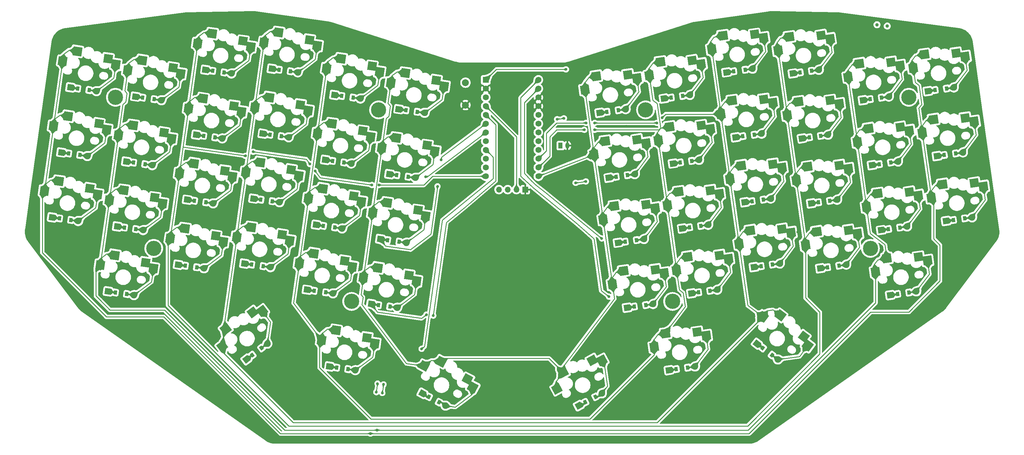
<source format=gbl>
%TF.GenerationSoftware,KiCad,Pcbnew,8.0.1*%
%TF.CreationDate,2024-04-17T22:25:28+02:00*%
%TF.ProjectId,shockboard,73686f63-6b62-46f6-9172-642e6b696361,v1.0.0*%
%TF.SameCoordinates,Original*%
%TF.FileFunction,Copper,L2,Bot*%
%TF.FilePolarity,Positive*%
%FSLAX46Y46*%
G04 Gerber Fmt 4.6, Leading zero omitted, Abs format (unit mm)*
G04 Created by KiCad (PCBNEW 8.0.1) date 2024-04-17 22:25:28*
%MOMM*%
%LPD*%
G01*
G04 APERTURE LIST*
G04 Aperture macros list*
%AMRotRect*
0 Rectangle, with rotation*
0 The origin of the aperture is its center*
0 $1 length*
0 $2 width*
0 $3 Rotation angle, in degrees counterclockwise*
0 Add horizontal line*
21,1,$1,$2,0,0,$3*%
G04 Aperture macros list end*
%TA.AperFunction,WasherPad*%
%ADD10C,1.000000*%
%TD*%
%TA.AperFunction,SMDPad,CuDef*%
%ADD11RotRect,2.550000X2.500000X8.000000*%
%TD*%
%TA.AperFunction,SMDPad,CuDef*%
%ADD12RotRect,2.600000X2.600000X352.000000*%
%TD*%
%TA.AperFunction,ComponentPad*%
%ADD13RotRect,1.778000X1.778000X352.000000*%
%TD*%
%TA.AperFunction,SMDPad,CuDef*%
%ADD14RotRect,0.900000X1.200000X352.000000*%
%TD*%
%TA.AperFunction,ComponentPad*%
%ADD15C,1.905000*%
%TD*%
%TA.AperFunction,SMDPad,CuDef*%
%ADD16RotRect,2.550000X2.500000X352.000000*%
%TD*%
%TA.AperFunction,ComponentPad*%
%ADD17RotRect,1.778000X1.778000X8.000000*%
%TD*%
%TA.AperFunction,SMDPad,CuDef*%
%ADD18RotRect,0.900000X1.200000X8.000000*%
%TD*%
%TA.AperFunction,SMDPad,CuDef*%
%ADD19RotRect,2.600000X2.600000X8.000000*%
%TD*%
%TA.AperFunction,ComponentPad*%
%ADD20RotRect,1.778000X1.778000X323.000000*%
%TD*%
%TA.AperFunction,SMDPad,CuDef*%
%ADD21RotRect,0.900000X1.200000X323.000000*%
%TD*%
%TA.AperFunction,ComponentPad*%
%ADD22R,1.752600X1.752600*%
%TD*%
%TA.AperFunction,ComponentPad*%
%ADD23C,1.752600*%
%TD*%
%TA.AperFunction,ComponentPad*%
%ADD24R,1.700000X1.700000*%
%TD*%
%TA.AperFunction,ComponentPad*%
%ADD25O,1.700000X1.700000*%
%TD*%
%TA.AperFunction,ComponentPad*%
%ADD26C,0.700000*%
%TD*%
%TA.AperFunction,ComponentPad*%
%ADD27C,4.400000*%
%TD*%
%TA.AperFunction,SMDPad,CuDef*%
%ADD28RotRect,2.550000X2.500000X332.000000*%
%TD*%
%TA.AperFunction,ComponentPad*%
%ADD29C,2.000000*%
%TD*%
%TA.AperFunction,SMDPad,CuDef*%
%ADD30RotRect,2.600000X2.600000X332.000000*%
%TD*%
%TA.AperFunction,SMDPad,CuDef*%
%ADD31RotRect,2.550000X2.500000X28.000000*%
%TD*%
%TA.AperFunction,SMDPad,CuDef*%
%ADD32RotRect,2.550000X2.500000X323.000000*%
%TD*%
%TA.AperFunction,SMDPad,CuDef*%
%ADD33RotRect,2.600000X2.600000X37.000000*%
%TD*%
%TA.AperFunction,SMDPad,CuDef*%
%ADD34RotRect,2.550000X2.500000X37.000000*%
%TD*%
%TA.AperFunction,ComponentPad*%
%ADD35R,1.200000X1.700000*%
%TD*%
%TA.AperFunction,ComponentPad*%
%ADD36O,1.200000X1.700000*%
%TD*%
%TA.AperFunction,SMDPad,CuDef*%
%ADD37RotRect,2.600000X2.600000X323.000000*%
%TD*%
%TA.AperFunction,ComponentPad*%
%ADD38RotRect,1.778000X1.778000X28.000000*%
%TD*%
%TA.AperFunction,SMDPad,CuDef*%
%ADD39RotRect,0.900000X1.200000X28.000000*%
%TD*%
%TA.AperFunction,SMDPad,CuDef*%
%ADD40RotRect,2.600000X2.600000X28.000000*%
%TD*%
%TA.AperFunction,ComponentPad*%
%ADD41RotRect,1.778000X1.778000X37.000000*%
%TD*%
%TA.AperFunction,SMDPad,CuDef*%
%ADD42RotRect,0.900000X1.200000X37.000000*%
%TD*%
%TA.AperFunction,ComponentPad*%
%ADD43RotRect,1.778000X1.778000X332.000000*%
%TD*%
%TA.AperFunction,SMDPad,CuDef*%
%ADD44RotRect,0.900000X1.200000X332.000000*%
%TD*%
%TA.AperFunction,ViaPad*%
%ADD45C,0.800000*%
%TD*%
%TA.AperFunction,Conductor*%
%ADD46C,0.250000*%
%TD*%
G04 APERTURE END LIST*
D10*
X317833939Y-73942213D03*
X320808273Y-74333791D03*
D11*
X314763134Y-126744311D03*
X327210829Y-122429935D03*
D12*
X161199941Y-162497903D03*
X172331356Y-166283942D03*
D11*
X333578226Y-124100023D03*
X346025921Y-119785647D03*
D13*
X78921384Y-129753271D03*
D14*
X81060365Y-130053886D03*
X84328249Y-130513158D03*
D15*
X86467230Y-130813773D03*
D12*
X141901777Y-95030527D03*
X153033192Y-98816566D03*
D16*
X98145253Y-105957133D03*
X111299948Y-105240942D03*
D11*
X251846305Y-88629711D03*
X264294000Y-84315335D03*
D13*
X155364728Y-131913148D03*
D14*
X157503709Y-132213763D03*
X160771593Y-132673035D03*
D15*
X162910574Y-132973650D03*
D17*
X313725295Y-95827875D03*
D18*
X315864276Y-95527260D03*
X319132160Y-95067988D03*
D15*
X321271141Y-94767373D03*
D19*
X300429352Y-133898816D03*
X312173129Y-134469956D03*
D16*
X158417790Y-86657628D03*
X171572485Y-85941437D03*
D19*
X318061475Y-122837247D03*
X329805252Y-123408387D03*
X336876567Y-120192959D03*
X348620344Y-120764099D03*
D16*
X115777372Y-117018705D03*
X128932067Y-116302514D03*
D20*
X283032512Y-166340026D03*
D21*
X284757564Y-167639948D03*
X287393062Y-169625934D03*
D15*
X289118114Y-170925856D03*
D17*
X245423574Y-155918432D03*
D18*
X247562555Y-155617817D03*
X250830439Y-155158545D03*
D15*
X252969420Y-154857930D03*
D12*
X120024874Y-114172140D03*
X131156289Y-117958179D03*
D13*
X173971058Y-136042839D03*
D14*
X176110039Y-136343454D03*
X179377923Y-136802726D03*
D15*
X181516904Y-137103341D03*
D13*
X115368599Y-143459125D03*
D14*
X117507580Y-143759740D03*
X120775464Y-144219012D03*
D15*
X122914445Y-144519627D03*
D12*
X122669162Y-95357047D03*
X133800577Y-99143086D03*
X102392755Y-103110568D03*
X113524170Y-106896607D03*
D16*
X169091258Y-147232597D03*
X182245953Y-146516406D03*
D17*
X276860563Y-106562927D03*
D18*
X278999544Y-106262312D03*
X282267428Y-105803040D03*
D15*
X284406409Y-105502425D03*
D19*
X273263874Y-77127019D03*
X285007651Y-77698159D03*
D12*
X139257488Y-113845622D03*
X150388903Y-117631661D03*
D22*
X204528096Y-89920735D03*
D23*
X204528096Y-92460735D03*
X204528096Y-95000735D03*
X204528097Y-97540735D03*
X204528096Y-100080735D03*
X204528093Y-102620735D03*
X204528093Y-105160735D03*
X204528096Y-107700735D03*
X204528097Y-110240735D03*
X204528096Y-112780735D03*
X204528096Y-115320735D03*
X204528096Y-117860735D03*
X219768096Y-89920735D03*
X219768096Y-92460735D03*
X219768096Y-95000735D03*
X219768095Y-97540735D03*
X219768096Y-100080735D03*
X219768099Y-102620735D03*
X219768099Y-105160735D03*
X219768096Y-107700735D03*
X219768095Y-110240735D03*
X219768096Y-112780735D03*
X219768096Y-115320735D03*
X219768096Y-117860735D03*
D24*
X215948096Y-121716737D03*
D25*
X213408098Y-121716735D03*
X210868096Y-121716735D03*
X208328096Y-121716735D03*
D19*
X292496485Y-77453533D03*
X304240262Y-78024673D03*
D13*
X100380767Y-113582467D03*
D14*
X102519748Y-113883082D03*
X105787632Y-114342354D03*
D15*
X107926613Y-114642969D03*
D16*
X140298565Y-79062003D03*
X153453260Y-78345812D03*
D19*
X297785062Y-115083724D03*
X309528839Y-115654864D03*
D16*
X177024125Y-90787318D03*
X190178820Y-90071127D03*
X156952439Y-165344468D03*
X170107134Y-164628277D03*
D26*
X314294847Y-138968449D03*
X314611041Y-137745818D03*
X314935794Y-140056561D03*
X315699153Y-137104871D03*
D27*
X315928789Y-138738813D03*
D26*
X316158425Y-140372755D03*
X316921784Y-137421065D03*
X317246537Y-139731808D03*
X317562731Y-138509177D03*
D13*
X123301463Y-87013845D03*
D14*
X125440444Y-87314460D03*
X128708328Y-87773732D03*
D15*
X130847309Y-88074347D03*
D13*
X134601208Y-143132611D03*
D14*
X136740189Y-143433226D03*
X140008073Y-143892498D03*
D15*
X142147054Y-144193113D03*
D11*
X330933935Y-105284930D03*
X343381630Y-100970554D03*
D19*
X241826889Y-126482524D03*
X253570666Y-127053664D03*
D13*
X159187953Y-172969801D03*
D14*
X161326934Y-173270416D03*
X164594818Y-173729688D03*
D15*
X166733799Y-174030303D03*
D17*
X274216271Y-87747834D03*
D18*
X276355252Y-87447219D03*
X279623136Y-86987947D03*
D15*
X281762117Y-86687332D03*
D28*
X186641549Y-172807747D03*
X199247870Y-176633919D03*
D17*
X282149138Y-144193115D03*
D18*
X284288119Y-143892500D03*
X287556003Y-143433228D03*
D15*
X289694984Y-143132613D03*
D26*
X164051247Y-153885913D03*
X164692194Y-152797801D03*
X164367441Y-155108544D03*
X165914825Y-152481607D03*
D27*
X165685189Y-154115549D03*
D26*
X165455553Y-155749491D03*
X167002937Y-153122554D03*
X166678184Y-155433297D03*
X167319131Y-154345185D03*
D16*
X100789541Y-87142042D03*
X113944236Y-86425851D03*
D29*
X198648098Y-90724043D03*
X198648098Y-97224043D03*
D19*
X295140775Y-96268628D03*
X306884552Y-96839768D03*
D11*
X259779172Y-145074992D03*
X272226867Y-140760616D03*
X272609819Y-99849176D03*
X285057514Y-95534800D03*
X269965533Y-81034083D03*
X282413228Y-76719707D03*
D19*
X275908160Y-95942112D03*
X287651937Y-96513252D03*
X315417185Y-104022152D03*
X327160962Y-104593292D03*
D12*
X173338760Y-144386032D03*
X184470175Y-148172071D03*
D17*
X257562398Y-174030299D03*
D18*
X259701379Y-173729684D03*
X262969263Y-173270412D03*
D15*
X265108244Y-172969797D03*
D19*
X260433223Y-122352835D03*
X272177000Y-122923975D03*
D30*
X191606477Y-171585582D03*
X200771685Y-178950464D03*
D17*
X335184678Y-111998677D03*
D18*
X337323659Y-111698062D03*
X340591543Y-111238790D03*
D15*
X342730524Y-110938175D03*
D17*
X301381752Y-144519630D03*
D18*
X303520733Y-144219015D03*
X306788617Y-143759743D03*
D15*
X308927598Y-143459128D03*
D12*
X162665292Y-83811063D03*
X173796707Y-87597102D03*
D17*
X240134998Y-118288248D03*
D18*
X242273979Y-117987633D03*
X245541863Y-117528361D03*
D15*
X247680844Y-117227746D03*
D12*
X83577659Y-100466280D03*
X94709074Y-104252319D03*
D31*
X225143277Y-179460163D03*
X235364682Y-171148617D03*
D11*
X294486721Y-118990788D03*
X306934416Y-114676412D03*
D19*
X278552451Y-114757207D03*
X290296228Y-115328347D03*
X312772898Y-85207061D03*
X324516675Y-85778201D03*
D17*
X256097043Y-95343461D03*
D18*
X258236024Y-95042846D03*
X261503908Y-94583574D03*
D15*
X263642889Y-94282959D03*
D19*
X257788934Y-103537743D03*
X269532711Y-104108883D03*
X244471180Y-145297621D03*
X256214957Y-145868761D03*
D16*
X153129214Y-124287813D03*
X166283909Y-123571622D03*
D32*
X284774120Y-158586962D03*
X296626691Y-164338091D03*
D33*
X129196016Y-162098418D03*
X139744251Y-156904452D03*
D12*
X160021003Y-102626158D03*
X171152418Y-106412197D03*
D11*
X312118844Y-107929216D03*
X324566539Y-103614840D03*
D16*
X95500965Y-124772229D03*
X108655660Y-124056038D03*
D11*
X254490593Y-107444807D03*
X266938288Y-103130431D03*
X253311654Y-167316551D03*
X265759349Y-163002175D03*
D12*
X144546067Y-76215438D03*
X155677482Y-80001477D03*
D16*
X171735546Y-128417510D03*
X184890241Y-127701319D03*
D12*
X97104174Y-140740758D03*
X108235589Y-144526797D03*
D16*
X121065952Y-79388515D03*
X134220647Y-78672324D03*
D13*
X142534075Y-86687332D03*
D14*
X144673056Y-86987947D03*
X147940940Y-87447219D03*
D15*
X150079921Y-87747834D03*
D26*
X106733459Y-138509177D03*
X107374406Y-137421065D03*
X107049653Y-139731808D03*
X108597037Y-137104871D03*
D27*
X108367401Y-138738813D03*
D26*
X108137765Y-140372755D03*
X109685149Y-137745818D03*
X109360396Y-140056561D03*
X110001343Y-138968449D03*
D13*
X81565671Y-110938177D03*
D14*
X83704652Y-111238792D03*
X86972536Y-111698064D03*
D15*
X89111517Y-111998679D03*
D34*
X128205405Y-167114679D03*
X137000756Y-157306482D03*
D13*
X171326771Y-154857930D03*
D14*
X173465752Y-155158545D03*
X176733636Y-155617817D03*
D15*
X178872617Y-155918432D03*
D16*
X150484923Y-143102907D03*
X163639618Y-142386716D03*
D35*
X226148094Y-108974045D03*
D36*
X228148094Y-108974045D03*
D13*
X118012884Y-124644038D03*
D14*
X120151865Y-124944653D03*
X123419749Y-125403925D03*
D15*
X125558730Y-125704540D03*
D13*
X152720440Y-150728237D03*
D14*
X154859421Y-151028852D03*
X158127305Y-151488124D03*
D15*
X160266286Y-151788739D03*
D13*
X84209958Y-92123084D03*
D14*
X86348939Y-92423699D03*
X89616823Y-92882971D03*
D15*
X91755804Y-93183586D03*
D19*
X239182602Y-107667432D03*
X250926379Y-108238572D03*
X263077513Y-141167928D03*
X274821290Y-141739068D03*
D16*
X135009986Y-116692187D03*
X148164681Y-115975996D03*
D13*
X95092187Y-151212651D03*
D14*
X97231168Y-151513266D03*
X100499052Y-151972538D03*
D15*
X102638033Y-152273153D03*
D17*
X293448883Y-88074345D03*
D18*
X295587864Y-87773730D03*
X298855748Y-87314458D03*
D15*
X300994729Y-87013843D03*
D13*
X176615351Y-117227745D03*
D14*
X178754332Y-117528360D03*
X182022216Y-117987632D03*
D15*
X184161197Y-118288247D03*
D12*
X117380582Y-132987232D03*
X128511997Y-136773271D03*
D13*
X120657172Y-105828938D03*
D14*
X122796153Y-106129553D03*
X126064037Y-106588825D03*
D15*
X128203018Y-106889440D03*
D11*
X235884261Y-111574496D03*
X248331956Y-107260120D03*
D17*
X261385623Y-132973648D03*
D18*
X263524604Y-132673033D03*
X266792488Y-132213761D03*
D15*
X268931469Y-131913146D03*
D12*
X154732425Y-140256342D03*
X165863840Y-144042381D03*
D11*
X297131011Y-137805880D03*
X309578706Y-133491504D03*
D19*
X281196738Y-133572301D03*
X292940515Y-134143441D03*
D17*
X332540389Y-93183588D03*
D18*
X334679370Y-92882973D03*
X337947254Y-92423701D03*
D15*
X340086235Y-92123086D03*
D17*
X237490713Y-99473154D03*
D18*
X239629694Y-99172539D03*
X242897578Y-98713267D03*
D15*
X245036559Y-98412652D03*
D13*
X179259637Y-98412650D03*
D14*
X181398618Y-98713265D03*
X184666502Y-99172537D03*
D15*
X186805483Y-99473152D03*
D12*
X125313454Y-76541950D03*
X136444869Y-80327989D03*
D11*
X241172839Y-149204685D03*
X253620534Y-144890309D03*
D26*
X256977063Y-154345186D03*
X257293257Y-153122555D03*
X257618010Y-155433298D03*
X258381369Y-152481608D03*
D27*
X258611005Y-154115550D03*
D26*
X258840641Y-155749492D03*
X259604000Y-152797802D03*
X259928753Y-155108545D03*
X260244947Y-153885914D03*
D11*
X328289646Y-86469837D03*
X340737341Y-82155461D03*
D12*
X80933370Y-119281376D03*
X92064785Y-123067415D03*
D11*
X317407421Y-145559403D03*
X329855116Y-141245027D03*
D13*
X137245500Y-124317516D03*
D14*
X139384481Y-124618131D03*
X142652365Y-125077403D03*
D15*
X144791346Y-125378018D03*
D17*
X258741333Y-114158554D03*
D18*
X260880314Y-113857939D03*
X264148198Y-113398667D03*
D15*
X266287179Y-113098052D03*
D16*
X113133080Y-135833797D03*
X126287775Y-135117606D03*
D13*
X97736474Y-132397558D03*
D14*
X99875455Y-132698173D03*
X103143339Y-133157445D03*
D15*
X105282320Y-133458060D03*
D16*
X118421660Y-98203612D03*
X131576355Y-97487421D03*
D12*
X175983048Y-125570945D03*
X187114463Y-129356984D03*
D13*
X160653306Y-94282962D03*
D14*
X162792287Y-94583577D03*
X166060171Y-95042849D03*
D15*
X168199152Y-95343464D03*
D11*
X289198144Y-81360597D03*
X301645839Y-77046221D03*
D17*
X319013872Y-133458060D03*
D18*
X321152853Y-133157445D03*
X324420737Y-132698173D03*
D15*
X326559718Y-132397558D03*
D26*
X95617316Y-94736110D03*
X96258263Y-93647998D03*
X95933510Y-95958741D03*
X97480894Y-93331804D03*
D27*
X97251258Y-94965746D03*
D26*
X97021622Y-96599688D03*
X98569006Y-93972751D03*
X98244253Y-96283494D03*
X98885200Y-95195382D03*
D16*
X81974451Y-84497749D03*
X95129146Y-83781558D03*
X132365698Y-135507280D03*
X145520393Y-134791089D03*
D19*
X256609995Y-163409487D03*
X268353772Y-163980627D03*
D11*
X238528548Y-130389588D03*
X250976243Y-126075212D03*
D19*
X236538312Y-88852340D03*
X248282089Y-89423480D03*
D17*
X296093173Y-106889440D03*
D18*
X298232154Y-106588825D03*
X301500038Y-106129553D03*
D15*
X303639019Y-105828938D03*
D16*
X92856672Y-143587323D03*
X106011367Y-142871132D03*
D37*
X289869108Y-158156532D03*
X297769356Y-166864492D03*
D26*
X171851903Y-98381391D03*
X172492850Y-97293279D03*
X172168097Y-99604022D03*
X173715481Y-96977085D03*
D27*
X173485845Y-98611027D03*
D26*
X173256209Y-100244969D03*
X174803593Y-97618032D03*
X174478840Y-99928775D03*
X175119787Y-98840663D03*
D17*
X337828968Y-130813771D03*
D18*
X339967949Y-130513156D03*
X343235833Y-130053884D03*
D15*
X345374814Y-129753269D03*
D16*
X174379834Y-109602414D03*
X187534529Y-108886223D03*
D19*
X255144646Y-84722647D03*
X266888423Y-85293787D03*
D26*
X325410993Y-95195384D03*
X325727187Y-93972753D03*
X326051940Y-96283496D03*
X326815299Y-93331806D03*
D27*
X327044935Y-94965748D03*
D26*
X327274571Y-96599690D03*
X328037930Y-93648000D03*
X328362683Y-95958743D03*
X328678877Y-94736112D03*
D17*
X279504847Y-125378019D03*
D18*
X281643828Y-125077404D03*
X284911712Y-124618132D03*
D15*
X287050693Y-124317517D03*
D17*
X316369584Y-114642967D03*
D18*
X318508565Y-114342352D03*
X321776449Y-113883080D03*
D15*
X323915430Y-113582465D03*
D13*
X158009015Y-113098052D03*
D14*
X160147996Y-113398667D03*
X163415880Y-113857939D03*
D15*
X165554861Y-114158554D03*
D17*
X242779285Y-137103339D03*
D18*
X244918266Y-136802724D03*
X248186150Y-136343452D03*
D15*
X250325131Y-136042837D03*
D12*
X99748467Y-121925664D03*
X110879882Y-125711703D03*
D17*
X298737464Y-125704537D03*
D18*
X300876445Y-125403922D03*
X304144329Y-124944650D03*
D15*
X306283310Y-124644035D03*
D12*
X178627336Y-106755849D03*
X189758751Y-110541888D03*
D11*
X277898397Y-137479365D03*
X290346092Y-133164989D03*
D19*
X320705762Y-141652339D03*
X332449539Y-142223479D03*
X331587987Y-82562773D03*
X343331764Y-83133913D03*
D17*
X321658159Y-152273154D03*
D18*
X323797140Y-151972539D03*
X327065024Y-151513267D03*
D15*
X329204005Y-151212652D03*
D16*
X137654275Y-97877092D03*
X150808970Y-97160901D03*
D38*
X231433908Y-184315181D03*
D39*
X233341072Y-183301122D03*
X236254804Y-181751866D03*
D15*
X238161968Y-180737807D03*
D16*
X155773501Y-105472723D03*
X168928196Y-104756532D03*
D11*
X233239971Y-92759404D03*
X245687666Y-88445028D03*
X257134882Y-126259899D03*
X269582577Y-121945523D03*
D26*
X249176410Y-98840664D03*
X249492604Y-97618033D03*
X249817357Y-99928776D03*
X250580716Y-96977086D03*
D27*
X250810352Y-98611028D03*
D26*
X251039988Y-100244970D03*
X251803347Y-97293280D03*
X252128100Y-99604023D03*
X252444294Y-98381392D03*
D11*
X291842434Y-100175692D03*
X304290129Y-95861316D03*
D12*
X157376716Y-121441248D03*
X168508131Y-125227287D03*
D16*
X76685868Y-122127941D03*
X89840563Y-121411750D03*
D12*
X105037043Y-84295477D03*
X116168458Y-88081516D03*
X136613200Y-132660715D03*
X147744615Y-136446754D03*
D11*
X309474557Y-89114125D03*
X321922252Y-84799749D03*
D40*
X226906409Y-174660625D03*
X238137291Y-171180713D03*
D12*
X181271627Y-87940753D03*
X192403042Y-91726792D03*
X86221953Y-81651184D03*
X97353368Y-85437223D03*
D16*
X79330157Y-103312845D03*
X92484852Y-102596654D03*
D13*
X139889787Y-105502423D03*
D14*
X142028768Y-105803038D03*
X145296652Y-106262310D03*
D15*
X147435633Y-106562925D03*
D11*
X275254110Y-118664271D03*
X287701805Y-114349895D03*
D17*
X264029909Y-151788742D03*
D18*
X266168890Y-151488127D03*
X269436774Y-151028855D03*
D15*
X271575755Y-150728240D03*
D19*
X334232276Y-101377866D03*
X345976053Y-101949006D03*
D41*
X135178079Y-170925856D03*
D42*
X136903131Y-169625934D03*
X139538629Y-167639948D03*
D15*
X141263681Y-166340026D03*
D43*
X186134226Y-180737809D03*
D44*
X188041390Y-181751868D03*
X190955122Y-183301124D03*
D15*
X192862286Y-184315183D03*
D13*
X103025051Y-94767372D03*
D14*
X105164032Y-95067987D03*
X108431916Y-95527259D03*
D15*
X110570897Y-95827874D03*
D45*
X245200000Y-103400000D03*
X173168575Y-177914149D03*
X172820640Y-180389819D03*
X171134254Y-192389078D03*
X174901545Y-178157702D03*
X173041996Y-191389077D03*
X174553609Y-180633372D03*
X171563374Y-120389078D03*
X134943996Y-111952381D03*
X137165658Y-110749873D03*
X173595365Y-120393574D03*
X153578679Y-114318858D03*
X155068099Y-116295380D03*
X233563374Y-102389078D03*
X254063375Y-102389078D03*
X255563374Y-100889078D03*
X236063374Y-102389076D03*
X236063373Y-104389077D03*
X233063373Y-104389078D03*
X190539767Y-120775684D03*
X191618358Y-113101106D03*
X187139401Y-118025682D03*
X189316642Y-158219861D03*
X187336106Y-157941516D03*
X185944374Y-167844195D03*
X238102562Y-135868390D03*
X233508516Y-119346972D03*
X230537712Y-119764490D03*
X227150722Y-101053778D03*
X225170186Y-101332125D03*
X240220938Y-152737740D03*
X227741920Y-86883091D03*
X189606167Y-163958658D03*
X339600000Y-133500000D03*
X329500000Y-110400000D03*
X115458975Y-77397752D03*
X326600000Y-100600000D03*
X145003236Y-123647004D03*
X169700000Y-122000000D03*
X345330643Y-142924601D03*
X159820092Y-158973817D03*
X259316844Y-187731011D03*
X104700000Y-92800000D03*
X195953601Y-148680416D03*
X254910633Y-148345777D03*
X270527415Y-148134959D03*
X140500000Y-177900000D03*
X175670146Y-133036098D03*
X100220477Y-162583371D03*
X264736081Y-78826263D03*
X190253001Y-107765068D03*
X225588439Y-117822409D03*
X88800000Y-143900000D03*
X195100000Y-178200000D03*
X212100000Y-114600000D03*
X319767636Y-114103042D03*
X130647790Y-133085990D03*
X249300000Y-133300000D03*
X244800000Y-122700000D03*
X149849586Y-107254492D03*
X274660445Y-93220309D03*
X170428109Y-183589296D03*
X171071088Y-113612739D03*
X105551588Y-73394429D03*
X289900471Y-123208284D03*
X209600000Y-118200000D03*
X135041466Y-148246859D03*
X305192519Y-108308437D03*
X279609755Y-158142364D03*
X280224305Y-188681601D03*
X197800000Y-114000000D03*
X199775373Y-157982691D03*
X295291367Y-112594074D03*
X314200000Y-149300000D03*
X294884305Y-133979377D03*
X330436018Y-137438056D03*
X160000000Y-98400000D03*
X215417470Y-128721692D03*
X250037909Y-92714019D03*
X145732772Y-98017947D03*
X238900000Y-142400000D03*
X265554351Y-118729377D03*
X289640491Y-148324468D03*
X210380953Y-148151438D03*
X100499149Y-137802781D03*
X194899849Y-133000172D03*
X134100000Y-105500000D03*
X209600000Y-112700000D03*
X246101121Y-168370761D03*
X324550170Y-78598554D03*
X105472013Y-128992157D03*
X134642192Y-167595942D03*
X120134632Y-123438838D03*
X109644979Y-167574813D03*
X266200000Y-98400000D03*
X180212439Y-102490297D03*
X200201308Y-103189895D03*
X219261171Y-183111780D03*
X144982645Y-152765341D03*
X209600000Y-114600000D03*
X313000000Y-100300000D03*
X120921746Y-173827234D03*
X151136796Y-182977316D03*
X269172861Y-183410811D03*
X335219868Y-152961633D03*
X261200000Y-137900000D03*
X282000000Y-141500000D03*
X89551681Y-117337871D03*
X290870154Y-104112935D03*
X224712701Y-162865790D03*
X305113513Y-162957219D03*
X270800000Y-168882723D03*
X205652288Y-137710660D03*
X195884074Y-88288463D03*
X206036487Y-182758013D03*
X280306048Y-173484917D03*
X251600000Y-105500000D03*
X229000000Y-133500000D03*
X80400000Y-78500000D03*
X244714153Y-153993507D03*
X345384074Y-88164433D03*
X295041007Y-157468544D03*
X175225469Y-167587627D03*
X294186651Y-92378499D03*
X215948308Y-173352184D03*
X180517873Y-142998904D03*
X264510237Y-157470236D03*
X141039824Y-72346339D03*
X180020980Y-177833264D03*
X130292744Y-183669492D03*
X126600000Y-112500000D03*
X304673457Y-177888386D03*
X245740221Y-82408832D03*
X307600000Y-141100000D03*
X325700000Y-129700000D03*
X149953896Y-133740638D03*
X339865767Y-114163133D03*
X252300000Y-116300000D03*
X150200000Y-81800000D03*
X229443453Y-87638233D03*
X212100000Y-112600000D03*
X154800000Y-74200000D03*
X211100000Y-89400000D03*
X220774651Y-137993102D03*
X134727052Y-89140217D03*
X305838017Y-88492887D03*
X326900000Y-89900000D03*
X310430943Y-123303836D03*
X215082455Y-159115834D03*
X125429480Y-92901951D03*
X224298954Y-148053341D03*
X85400000Y-97600000D03*
X184100000Y-115200000D03*
X125175454Y-73251665D03*
X229374540Y-107920656D03*
X159726176Y-138259436D03*
X94700006Y-77369072D03*
X75300000Y-114300000D03*
X235010317Y-157533385D03*
X205511559Y-123175332D03*
X181500000Y-122900000D03*
X334800000Y-98100000D03*
X114697506Y-97808085D03*
X212100000Y-116600000D03*
X291068108Y-167407011D03*
X149725094Y-162991671D03*
X294315148Y-182262797D03*
X349500000Y-116900000D03*
X174985015Y-82283133D03*
X80595697Y-137309335D03*
X212100000Y-118300000D03*
X205263634Y-169086491D03*
X234300000Y-143300000D03*
X274504195Y-127291316D03*
X250215588Y-178062115D03*
X119781439Y-157714672D03*
X310780538Y-72850082D03*
X164688523Y-77814738D03*
X320576498Y-158976106D03*
X209600000Y-116600000D03*
X236400000Y-106500000D03*
X339316000Y-79038414D03*
X315495740Y-168245528D03*
X178500000Y-152900000D03*
X109832781Y-153455247D03*
D46*
X113133080Y-135833797D02*
X112500000Y-136466877D01*
X147463375Y-190189077D02*
X280396040Y-190189077D01*
X112500000Y-136466877D02*
X112500000Y-155225702D01*
X297131011Y-153056715D02*
X297131011Y-137805881D01*
X112500000Y-155225702D02*
X147463375Y-190189077D01*
X280396040Y-190189077D02*
X301263374Y-169321742D01*
X301263374Y-169321742D02*
X301263374Y-157189077D01*
X301263374Y-157189077D02*
X297131011Y-153056715D01*
X156952440Y-165344469D02*
X156400000Y-165896909D01*
X253311653Y-169540801D02*
X253311655Y-167316548D01*
X156400000Y-165896909D02*
X156400000Y-173325703D01*
X156400000Y-173325703D02*
X171263375Y-188189078D01*
X171263375Y-188189078D02*
X234663374Y-188189077D01*
X234663374Y-188189077D02*
X253311653Y-169540801D01*
X76063373Y-122750435D02*
X76685869Y-122127941D01*
X81974448Y-84497755D02*
X82260943Y-82459206D01*
X329924440Y-98101983D02*
X330768665Y-96981657D01*
X327973770Y-84222244D02*
X328944289Y-82934318D01*
X334242814Y-124764608D02*
X334242811Y-135968515D01*
X327063376Y-157189077D02*
X315978703Y-157189078D01*
X78498718Y-118939206D02*
X80933373Y-119281375D01*
X333578227Y-124100021D02*
X334242814Y-124764608D01*
X172820640Y-180389819D02*
X173168575Y-177914149D01*
X333331936Y-122347564D02*
X334728000Y-120494920D01*
X333578228Y-124100023D02*
X333331936Y-122347564D01*
X328289648Y-86469834D02*
X327973770Y-84222244D01*
X280778703Y-192389076D02*
X171134254Y-192389078D01*
X79330161Y-103312846D02*
X81974448Y-84497755D01*
X330933938Y-105284928D02*
X330687647Y-103532468D01*
X330687647Y-103532468D02*
X332083713Y-101679828D01*
X330768665Y-96981657D02*
X330000965Y-91519199D01*
X81143007Y-100124112D02*
X83577660Y-100466280D01*
X94663374Y-158589076D02*
X76063376Y-139989078D01*
X82260943Y-82459206D02*
X83787295Y-81309019D01*
X334242811Y-135968515D02*
X336063376Y-137789077D01*
X76063376Y-139989078D02*
X76063373Y-122750435D01*
X328944289Y-82934318D02*
X331587987Y-82562771D01*
X76685869Y-122127940D02*
X76972372Y-120089392D01*
X330933938Y-105284928D02*
X329924440Y-98101983D01*
X336063376Y-137789077D02*
X336063374Y-148189078D01*
X76972372Y-120089392D02*
X78498718Y-118939206D01*
X171134254Y-192389078D02*
X145056806Y-192389076D01*
X83787295Y-81309019D02*
X86221951Y-81651187D01*
X330000965Y-91519199D02*
X328880638Y-90674975D01*
X79330161Y-103312846D02*
X79616658Y-101274299D01*
X333578228Y-124100023D02*
X330933938Y-105284928D01*
X145056806Y-192389076D02*
X111256807Y-158589078D01*
X79616658Y-101274299D02*
X81143007Y-100124112D01*
X334728000Y-120494920D02*
X336876566Y-120192958D01*
X336063374Y-148189078D02*
X327063376Y-157189077D01*
X315978703Y-157189078D02*
X280778703Y-192389076D01*
X76685869Y-122127940D02*
X79330161Y-103312846D01*
X111256807Y-158589078D02*
X94663374Y-158589076D01*
X332083713Y-101679828D02*
X334232277Y-101377862D01*
X328880638Y-90674975D02*
X328289648Y-86469834D01*
X86467225Y-130813771D02*
X84328249Y-130513162D01*
X92064786Y-123067412D02*
X91510185Y-127013633D01*
X84328249Y-130513162D02*
X84328244Y-130513155D01*
X91510185Y-127013633D02*
X86467225Y-130813771D01*
X94154474Y-108198537D02*
X89111519Y-111998681D01*
X94709075Y-104252321D02*
X94154474Y-108198537D01*
X89111519Y-111998681D02*
X86972539Y-111698064D01*
X86972539Y-111698064D02*
X86972534Y-111698067D01*
X96798764Y-89383446D02*
X91755806Y-93183585D01*
X91755806Y-93183585D02*
X89616828Y-92882972D01*
X89616828Y-92882972D02*
X89616821Y-92882967D01*
X97353367Y-85437227D02*
X96798764Y-89383446D01*
X317407420Y-154510359D02*
X317407422Y-145559403D01*
X98145252Y-105957134D02*
X98431750Y-103918587D01*
X93143173Y-141548778D02*
X94669521Y-140398589D01*
X92856675Y-143587323D02*
X92856674Y-144995779D01*
X280528703Y-191389078D02*
X317407420Y-154510359D01*
X99958674Y-93053965D02*
X100789539Y-87142040D01*
X314763133Y-126744310D02*
X314516844Y-124991849D01*
X92856671Y-143587322D02*
X95500961Y-124772225D01*
X314763133Y-126744310D02*
X312118843Y-107929219D01*
X98145252Y-105957134D02*
X99405961Y-96986712D01*
X173041996Y-191389077D02*
X146263375Y-191389078D01*
X98431750Y-103918587D02*
X99958099Y-102768400D01*
X315841233Y-134415385D02*
X314763133Y-126744310D01*
X320705764Y-141652343D02*
X320144404Y-137658059D01*
X312118843Y-107929219D02*
X311802965Y-105681623D01*
X309474556Y-89114127D02*
X309228263Y-87361662D01*
X311802965Y-105681623D02*
X312773483Y-104393702D01*
X317091540Y-143311810D02*
X318062062Y-142023889D01*
X97313811Y-121583493D02*
X99748464Y-121925663D01*
X92856674Y-144995779D02*
X92846850Y-145005602D01*
X101076039Y-85103495D02*
X102602388Y-83953309D01*
X100584820Y-93884897D02*
X99958674Y-93053965D01*
X100236891Y-96360566D02*
X100584820Y-93884897D01*
X315912908Y-123139207D02*
X318061473Y-122837248D01*
X95663374Y-156589077D02*
X92842848Y-153768552D01*
X95500961Y-124772225D02*
X98145252Y-105957134D01*
X318062062Y-142023889D02*
X320705764Y-141652343D01*
X314516844Y-124991849D02*
X315912908Y-123139207D01*
X95500961Y-124772225D02*
X95787461Y-122733681D01*
X320144404Y-137658059D02*
X315841233Y-134415385D01*
X91600000Y-152500000D02*
X91600000Y-144843995D01*
X95787461Y-122733681D02*
X97313811Y-121583493D01*
X92842848Y-153768552D02*
X92842848Y-153742848D01*
X111463375Y-156589078D02*
X95663374Y-156589077D01*
X100789539Y-87142040D02*
X101076039Y-85103495D01*
X102602388Y-83953309D02*
X105037044Y-84295472D01*
X173041996Y-191389077D02*
X280528703Y-191389078D01*
X317407422Y-145559405D02*
X317091540Y-143311810D01*
X94669521Y-140398589D02*
X97104175Y-140740756D01*
X99958099Y-102768400D02*
X102392751Y-103110568D01*
X92856671Y-143587322D02*
X93143173Y-141548778D01*
X146263375Y-191389078D02*
X111463375Y-156589078D01*
X310624329Y-85509021D02*
X312772899Y-85207062D01*
X312773483Y-104393702D02*
X315417186Y-104022153D01*
X312118843Y-107929219D02*
X309474556Y-89114127D01*
X91600000Y-144843995D02*
X92856672Y-143587323D01*
X309228263Y-87361662D02*
X310624329Y-85509021D01*
X174901545Y-178157702D02*
X174553609Y-180633372D01*
X92842848Y-153742848D02*
X91600000Y-152500000D01*
X99405961Y-96986712D02*
X100236891Y-96360566D01*
X107680985Y-148473014D02*
X102638030Y-152273155D01*
X100499054Y-151972541D02*
X100499053Y-151972539D01*
X108235590Y-144526795D02*
X107680985Y-148473014D01*
X102638030Y-152273155D02*
X100499054Y-151972541D01*
X110325271Y-129657924D02*
X105282320Y-133458064D01*
X105282320Y-133458064D02*
X103143343Y-133157448D01*
X103143343Y-133157448D02*
X103143339Y-133157444D01*
X110879879Y-125711706D02*
X110325271Y-129657924D01*
X113524170Y-106896609D02*
X112969563Y-110842828D01*
X107926609Y-114642968D02*
X105787632Y-114342355D01*
X112969563Y-110842828D02*
X107926609Y-114642968D01*
X110570897Y-95827873D02*
X108431921Y-95527262D01*
X108431921Y-95527262D02*
X108431917Y-95527260D01*
X115613851Y-92027736D02*
X110570897Y-95827873D01*
X116168459Y-88081516D02*
X115613851Y-92027736D01*
X115777375Y-117018702D02*
X116846850Y-109408993D01*
X288882263Y-79113006D02*
X289852783Y-77825084D01*
X116063873Y-114980157D02*
X117590221Y-113829970D01*
X291526552Y-97928099D02*
X292497072Y-96640178D01*
X171563374Y-120389078D02*
X156564460Y-118281118D01*
X113133082Y-135833796D02*
X113419582Y-133795248D01*
X295636497Y-115385681D02*
X297785063Y-115083722D01*
X186563374Y-120389078D02*
X173599862Y-120389078D01*
X294240430Y-117238327D02*
X295636497Y-115385681D01*
X153578679Y-114318858D02*
X152514813Y-112907056D01*
X115777375Y-117018702D02*
X116063873Y-114980157D01*
X121065952Y-79388514D02*
X121352454Y-77349969D01*
X291842434Y-100175690D02*
X291526552Y-97928099D01*
X156564460Y-118281118D02*
X155068099Y-116295380D01*
X291842434Y-100175690D02*
X289198147Y-81360598D01*
X122878802Y-76199781D02*
X125313453Y-76541949D01*
X204528097Y-117860734D02*
X189091717Y-117860734D01*
X189091717Y-117860734D02*
X186563374Y-120389078D01*
X134943996Y-111952381D02*
X116846850Y-109408993D01*
X289198147Y-81360598D02*
X288882263Y-79113006D01*
X117590221Y-113829970D02*
X120024871Y-114172139D01*
X118421666Y-98203610D02*
X118708162Y-96165063D01*
X173599862Y-120389078D02*
X173595365Y-120393574D01*
X113133082Y-135833796D02*
X115777375Y-117018702D01*
X294486722Y-118990784D02*
X294240430Y-117238327D01*
X297131010Y-137805878D02*
X296884719Y-136053417D01*
X294486722Y-118990784D02*
X291842434Y-100175690D01*
X118708162Y-96165063D02*
X120234511Y-95014878D01*
X116846850Y-109408993D02*
X118421666Y-98203610D01*
X118421666Y-98203610D02*
X121065952Y-79388514D01*
X152514813Y-112907056D02*
X137165658Y-110749873D01*
X298280785Y-134200779D02*
X300429355Y-133898813D01*
X297131010Y-137805878D02*
X294486722Y-118990784D01*
X296884719Y-136053417D02*
X298280785Y-134200779D01*
X121352454Y-77349969D02*
X122878802Y-76199781D01*
X120234511Y-95014878D02*
X122669162Y-95357044D01*
X113419582Y-133795248D02*
X114945932Y-132645059D01*
X292497072Y-96640178D02*
X295140777Y-96268627D01*
X114945932Y-132645059D02*
X117380587Y-132987230D01*
X289852783Y-77825084D02*
X292496486Y-77453537D01*
X128512000Y-136773268D02*
X127957396Y-140719490D01*
X122914446Y-144519626D02*
X120775465Y-144219017D01*
X127957396Y-140719490D02*
X122914446Y-144519626D01*
X125558731Y-125704535D02*
X123419756Y-125403925D01*
X131156290Y-117958177D02*
X130601685Y-121904398D01*
X123419756Y-125403925D02*
X123419753Y-125403921D01*
X130601685Y-121904398D02*
X125558731Y-125704535D01*
X128203020Y-106889440D02*
X126064041Y-106588827D01*
X133800579Y-99143087D02*
X133245971Y-103089302D01*
X133245971Y-103089302D02*
X128203020Y-106889440D01*
X136444869Y-80327991D02*
X135890265Y-84274210D01*
X128708332Y-87773736D02*
X128708330Y-87773735D01*
X135890265Y-84274210D02*
X130847306Y-88074349D01*
X130847306Y-88074349D02*
X128708332Y-87773736D01*
X137654273Y-97877096D02*
X140298564Y-79061998D01*
X132365699Y-135507279D02*
X132652198Y-133468734D01*
X273759596Y-96244070D02*
X275908159Y-95942114D01*
X135009983Y-116692186D02*
X135296482Y-114653643D01*
X225063376Y-102389077D02*
X233563374Y-102389078D01*
X256603275Y-99849177D02*
X272609820Y-99849178D01*
X277898396Y-137479363D02*
X275254108Y-118664268D01*
X287719165Y-156536429D02*
X289869113Y-158156530D01*
X269649652Y-78786490D02*
X270620172Y-77498567D01*
X140298564Y-79061998D02*
X140585064Y-77023451D01*
X277652108Y-135726905D02*
X279048176Y-133874260D01*
X272363526Y-98096720D02*
X273759596Y-96244070D01*
X128205408Y-168679849D02*
X148714635Y-189189078D01*
X142111411Y-75873267D02*
X144546065Y-76215438D01*
X129196020Y-162098417D02*
X128717755Y-161463741D01*
X137654273Y-97877096D02*
X137940776Y-95838546D01*
X219768096Y-112780734D02*
X222063375Y-110485455D01*
X272609821Y-99849176D02*
X272363526Y-98096720D01*
X135296482Y-114653643D02*
X136822836Y-113503454D01*
X134178545Y-132318546D02*
X136613197Y-132660714D01*
X128861816Y-162444106D02*
X128205404Y-167114682D01*
X279048176Y-133874260D02*
X281196738Y-133572299D01*
X255563374Y-100889078D02*
X256603275Y-99849177D01*
X128717755Y-161463741D02*
X132365699Y-135507279D01*
X132652198Y-133468734D02*
X134178545Y-132318546D01*
X275254108Y-118664268D02*
X275007819Y-116911811D01*
X280401829Y-155292204D02*
X277898396Y-137479363D01*
X129181264Y-162203379D02*
X128861816Y-162444106D01*
X222063375Y-110485455D02*
X222063373Y-105389077D01*
X276403884Y-115059165D02*
X278552452Y-114757203D01*
X272609821Y-99849176D02*
X269965531Y-81034085D01*
X132365699Y-135507279D02*
X135009983Y-116692186D01*
X284774127Y-158586966D02*
X280401829Y-155292204D01*
X277898396Y-137479363D02*
X277652108Y-135726905D01*
X254172005Y-189189079D02*
X284774120Y-158586962D01*
X148714635Y-189189078D02*
X254172005Y-189189079D01*
X284774127Y-158586966D02*
X286153500Y-156756473D01*
X128205405Y-167114679D02*
X128205408Y-168679849D01*
X269965530Y-81034085D02*
X269649652Y-78786490D01*
X222063373Y-105389077D02*
X225063376Y-102389077D01*
X137940776Y-95838546D02*
X139467123Y-94688360D01*
X269965531Y-81034085D02*
X269965530Y-81034085D01*
X139467123Y-94688360D02*
X141901775Y-95030527D01*
X270620172Y-77498567D02*
X273263873Y-77127017D01*
X129196020Y-162098417D02*
X129181264Y-162203379D01*
X286153500Y-156756473D02*
X287719165Y-156536429D01*
X140585064Y-77023451D02*
X142111411Y-75873267D01*
X236063374Y-102389076D02*
X254063375Y-102389078D01*
X275254108Y-118664268D02*
X272609821Y-99849176D01*
X275007819Y-116911811D02*
X276403884Y-115059165D01*
X136822836Y-113503454D02*
X139257488Y-113845623D01*
X135009983Y-116692186D02*
X137654273Y-97877096D01*
X142147055Y-144193114D02*
X140008076Y-143892501D01*
X147744613Y-136446754D02*
X147190009Y-140392972D01*
X140008076Y-143892501D02*
X140008075Y-143892498D01*
X147190009Y-140392972D02*
X142147055Y-144193114D01*
X144791344Y-125378022D02*
X142652364Y-125077407D01*
X142652364Y-125077407D02*
X142652363Y-125077405D01*
X150388903Y-117631661D02*
X149834299Y-121577882D01*
X149834299Y-121577882D02*
X144791344Y-125378022D01*
X153033188Y-98816567D02*
X152478586Y-102762786D01*
X152478586Y-102762786D02*
X147435633Y-106562928D01*
X147435633Y-106562928D02*
X145296655Y-106262314D01*
X145296655Y-106262314D02*
X145296654Y-106262313D01*
X155122877Y-83947697D02*
X150079921Y-87747835D01*
X155677482Y-80001475D02*
X155122877Y-83947697D01*
X150079921Y-87747835D02*
X147940942Y-87447219D01*
X147940942Y-87447219D02*
X147940941Y-87447219D01*
X236063373Y-104389077D02*
X254665447Y-104389078D01*
X219768096Y-115320735D02*
X223063375Y-112025456D01*
X157586350Y-102283990D02*
X160021007Y-102626160D01*
X254142743Y-96776172D02*
X252854817Y-95805655D01*
X260578921Y-150765530D02*
X259779170Y-145074992D01*
X252854817Y-95805655D02*
X251846306Y-88629710D01*
X251600014Y-86877254D02*
X252996081Y-85024610D01*
X152297774Y-139914178D02*
X154732427Y-140256344D01*
X158704288Y-84619083D02*
X160230642Y-83468896D01*
X254337647Y-163728845D02*
X256609997Y-163409486D01*
X154942060Y-121099085D02*
X157376716Y-121441253D01*
X256819002Y-124012307D02*
X257789523Y-122724381D01*
X153129211Y-124287816D02*
X155773504Y-105472721D01*
X155773504Y-105472721D02*
X158417795Y-86657630D01*
X225063375Y-104389079D02*
X233063373Y-104389078D01*
X255145234Y-103909289D02*
X257788936Y-103537741D01*
X150484926Y-143102907D02*
X150771419Y-141064362D01*
X256568989Y-163117673D02*
X262255939Y-155570827D01*
X223063375Y-112025456D02*
X223063376Y-106389078D01*
X259532876Y-143322535D02*
X260928944Y-141469890D01*
X262255939Y-155570827D02*
X261699245Y-151609757D01*
X252996081Y-85024610D02*
X255144647Y-84722649D01*
X223063376Y-106389078D02*
X225063375Y-104389079D01*
X156952439Y-165344468D02*
X157256335Y-163182137D01*
X253047967Y-165440306D02*
X254337647Y-163728845D01*
X150771419Y-141064362D02*
X152297774Y-139914178D01*
X261699245Y-151609757D02*
X260578921Y-150765530D01*
X156060002Y-103434175D02*
X157586350Y-102283990D01*
X153129211Y-124287816D02*
X153415715Y-122249268D01*
X260928944Y-141469890D02*
X263077512Y-141167927D01*
X259779170Y-145074992D02*
X257134880Y-126259900D01*
X253311657Y-167316548D02*
X253047967Y-165440306D01*
X150484926Y-143102907D02*
X153129211Y-124287816D01*
X254174715Y-105197212D02*
X255145234Y-103909289D01*
X257789523Y-122724381D02*
X260433223Y-122352836D01*
X254490591Y-107444804D02*
X254174715Y-105197212D01*
X156952439Y-165344468D02*
X148867037Y-154614777D01*
X254665447Y-104389078D02*
X255145234Y-103909289D01*
X158417795Y-86657630D02*
X158704288Y-84619083D01*
X153415715Y-122249268D02*
X154942060Y-121099085D01*
X255145234Y-103909289D02*
X254142743Y-96776172D01*
X148867037Y-154614777D02*
X150484926Y-143102907D01*
X251846306Y-88629710D02*
X251600014Y-86877254D01*
X257134880Y-126259900D02*
X256819002Y-124012307D01*
X256609997Y-163409486D02*
X256568989Y-163117673D01*
X160230642Y-83468896D02*
X162665296Y-83811063D01*
X155773504Y-105472721D02*
X156060002Y-103434175D01*
X259779170Y-145074992D02*
X259532876Y-143322535D01*
X157256335Y-163182137D02*
X158641502Y-162138339D01*
X257134880Y-126259900D02*
X254490591Y-107444804D01*
X158641502Y-162138339D02*
X161199940Y-162497902D01*
X165863839Y-144042383D02*
X165309236Y-147988604D01*
X165309236Y-147988604D02*
X160266280Y-151788742D01*
X160266280Y-151788742D02*
X158127305Y-151488128D01*
X160771594Y-132673038D02*
X160771595Y-132673033D01*
X168508133Y-125227291D02*
X167953524Y-129173516D01*
X162910570Y-132973652D02*
X160771594Y-132673038D01*
X167953524Y-129173516D02*
X162910570Y-132973652D01*
X171152423Y-106412200D02*
X170597815Y-110358419D01*
X170597815Y-110358419D02*
X165554859Y-114158555D01*
X165554859Y-114158555D02*
X163415881Y-113857941D01*
X163415881Y-113857941D02*
X163415882Y-113857939D01*
X168199150Y-95343463D02*
X166060171Y-95042850D01*
X173796711Y-87597104D02*
X173242103Y-91543327D01*
X166060171Y-95042850D02*
X166060173Y-95042847D01*
X173242103Y-91543327D02*
X168199150Y-95343463D01*
X174379838Y-109602414D02*
X174504077Y-109508794D01*
X171776505Y-128126096D02*
X174379838Y-109602414D01*
X169377758Y-145194055D02*
X170904109Y-144043867D01*
X172022048Y-126378963D02*
X173548392Y-125228775D01*
X233239974Y-92759403D02*
X232993679Y-91006945D01*
X174504077Y-109508794D02*
X175695200Y-101033505D01*
X169091259Y-147232597D02*
X168399564Y-152154259D01*
X242322612Y-145599580D02*
X244471177Y-145297621D01*
X240926543Y-147452223D02*
X242322612Y-145599580D01*
X186641549Y-172807748D02*
X181540812Y-172090887D01*
X224851917Y-177387026D02*
X226906411Y-174660622D01*
X173548392Y-125228775D02*
X175983045Y-125570944D01*
X176192688Y-106413679D02*
X178627337Y-106755853D01*
X177024124Y-90787322D02*
X177310628Y-88748775D01*
X176401884Y-100500978D02*
X176819409Y-97530175D01*
X238528550Y-130389591D02*
X235884264Y-111574498D01*
X169091259Y-147232597D02*
X171735545Y-128417509D01*
X238528550Y-130389591D02*
X238282257Y-128637132D01*
X234389746Y-89154299D02*
X236538313Y-88852341D01*
X181540812Y-172090887D02*
X168676382Y-155019214D01*
X191606478Y-171585583D02*
X192567718Y-170624342D01*
X219768096Y-117860735D02*
X227900000Y-114600000D01*
X168399564Y-152154259D02*
X168972220Y-152914201D01*
X241753038Y-153333016D02*
X241172839Y-149204684D01*
X232993679Y-91006945D02*
X234389746Y-89154299D01*
X226713874Y-173290654D02*
X241753038Y-153333016D01*
X175695200Y-101033505D02*
X176401884Y-100500978D01*
X176819409Y-97530175D02*
X176193258Y-96699246D01*
X177310628Y-88748775D02*
X178836976Y-87598588D01*
X186641549Y-172807748D02*
X188788908Y-171189598D01*
X168972220Y-152914201D02*
X168676382Y-155019214D01*
X171735545Y-128417509D02*
X172022048Y-126378963D01*
X235884264Y-111574498D02*
X235637966Y-109822037D01*
X241172839Y-149204684D02*
X240926543Y-147452223D01*
X222870129Y-170624341D02*
X226906410Y-174660624D01*
X171735545Y-128417509D02*
X171776505Y-128126096D01*
X176193258Y-96699246D02*
X177024124Y-90787322D01*
X233239974Y-92759403D02*
X235884264Y-111574498D01*
X241172839Y-149204684D02*
X238528550Y-130389591D01*
X192567718Y-170624342D02*
X222870129Y-170624341D01*
X235637966Y-109822037D02*
X237034034Y-107969399D01*
X225143278Y-179460160D02*
X224851917Y-177387026D01*
X188788908Y-171189598D02*
X191606474Y-171585586D01*
X237034034Y-107969399D02*
X239182602Y-107667432D01*
X238282257Y-128637132D02*
X239678325Y-126784487D01*
X174379838Y-109602414D02*
X174666334Y-107563866D01*
X226906411Y-174660622D02*
X226713874Y-173290654D01*
X169091259Y-147232597D02*
X169377758Y-145194055D01*
X227900000Y-114600000D02*
X235884261Y-111574497D01*
X174666334Y-107563866D02*
X176192688Y-106413679D01*
X170904109Y-144043867D02*
X173338765Y-144386034D01*
X239678325Y-126784487D02*
X241826893Y-126482525D01*
X178836976Y-87598588D02*
X181271624Y-87940756D01*
X183915572Y-152118297D02*
X178872616Y-155918431D01*
X176733637Y-155617821D02*
X176733636Y-155617815D01*
X184470176Y-148172072D02*
X183915572Y-152118297D01*
X178872616Y-155918431D02*
X176733637Y-155617821D01*
X186559859Y-133303204D02*
X181516902Y-137103341D01*
X181516902Y-137103341D02*
X179377927Y-136802728D01*
X187114462Y-129356982D02*
X186559859Y-133303204D01*
X182022216Y-117987633D02*
X182022215Y-117987632D01*
X189204149Y-114488106D02*
X184161191Y-118288246D01*
X184161191Y-118288246D02*
X182022216Y-117987633D01*
X189758754Y-110541890D02*
X189204149Y-114488106D01*
X191848437Y-95673015D02*
X186805481Y-99473155D01*
X192403041Y-91726793D02*
X191848437Y-95673015D01*
X184666504Y-99172539D02*
X184666502Y-99172536D01*
X186805481Y-99473155D02*
X184666504Y-99172539D01*
X139538628Y-167639948D02*
X141263680Y-166340028D01*
X142142485Y-160087015D02*
X139744250Y-156904451D01*
X141263680Y-166340028D02*
X142142485Y-160087015D01*
X172331357Y-166283941D02*
X171776752Y-170230161D01*
X171776752Y-170230161D02*
X166733797Y-174030300D01*
X166733797Y-174030300D02*
X164594819Y-173729687D01*
X190955121Y-183301123D02*
X192233530Y-183480792D01*
X200771681Y-178950465D02*
X200471777Y-181084403D01*
X200471777Y-181084403D02*
X195662193Y-184708685D01*
X195662193Y-184708685D02*
X192862288Y-184315184D01*
X192233530Y-183480792D02*
X192862288Y-184315184D01*
X345374810Y-129753270D02*
X343235833Y-130053883D01*
X349174949Y-124710317D02*
X345374810Y-129753270D01*
X348620343Y-120764097D02*
X349174949Y-124710317D01*
X346530663Y-105895220D02*
X342730519Y-110938177D01*
X342730519Y-110938177D02*
X340591543Y-111238791D01*
X345976055Y-101949004D02*
X346530663Y-105895220D01*
X340086232Y-92123086D02*
X337947253Y-92423702D01*
X343886371Y-87080132D02*
X340086232Y-92123086D01*
X343331768Y-83133912D02*
X343886371Y-87080132D01*
X333004143Y-146169697D02*
X329204006Y-151212652D01*
X327065025Y-151513269D02*
X329204006Y-151212652D01*
X332449540Y-142223482D02*
X333004143Y-146169697D01*
X330359852Y-127354604D02*
X326559716Y-132397558D01*
X329805253Y-123408389D02*
X330359852Y-127354604D01*
X324420736Y-132698174D02*
X326559716Y-132397558D01*
X327715567Y-108539511D02*
X323915433Y-113582466D01*
X321776451Y-113883080D02*
X323915433Y-113582466D01*
X327160965Y-104593291D02*
X327715567Y-108539511D01*
X319132162Y-95067988D02*
X321271140Y-94767370D01*
X325071281Y-89724416D02*
X321271140Y-94767370D01*
X324516672Y-85778204D02*
X325071281Y-89724416D01*
X308927597Y-143459125D02*
X306788616Y-143759743D01*
X312173129Y-134469953D02*
X312727733Y-138416174D01*
X312727733Y-138416174D02*
X308927597Y-143459125D01*
X310083448Y-119601080D02*
X306283307Y-124644031D01*
X309528842Y-115654862D02*
X310083448Y-119601080D01*
X304144328Y-124944648D02*
X306283307Y-124644031D01*
X306884555Y-96839766D02*
X307439157Y-100785986D01*
X307439157Y-100785986D02*
X303639019Y-105828937D01*
X301500038Y-106129555D02*
X303639019Y-105828937D01*
X304240262Y-78024676D02*
X304794868Y-81970893D01*
X304794868Y-81970893D02*
X300994729Y-87013847D01*
X300994729Y-87013847D02*
X298855751Y-87314461D01*
X289694983Y-143132612D02*
X287556006Y-143433230D01*
X292940515Y-134143439D02*
X293495122Y-138089662D01*
X293495122Y-138089662D02*
X289694983Y-143132612D01*
X290850831Y-119274564D02*
X287050695Y-124317519D01*
X290296230Y-115328346D02*
X290850831Y-119274564D01*
X287050695Y-124317519D02*
X284911713Y-124618132D01*
X288206543Y-100459472D02*
X284406406Y-105502423D01*
X287651938Y-96513252D02*
X288206543Y-100459472D01*
X282267426Y-105803042D02*
X284406406Y-105502423D01*
X285007652Y-77698159D02*
X285562255Y-81644379D01*
X285562255Y-81644379D02*
X281762116Y-86687330D01*
X279623135Y-86987945D02*
X281762116Y-86687330D01*
X275375892Y-145685288D02*
X271575755Y-150728240D01*
X274821287Y-141739070D02*
X275375892Y-145685288D01*
X271575755Y-150728240D02*
X269436775Y-151028854D01*
X272176999Y-122923975D02*
X272731604Y-126870195D01*
X268931469Y-131913149D02*
X266792484Y-132213763D01*
X272731604Y-126870195D02*
X268931469Y-131913149D01*
X266287179Y-113098053D02*
X264148196Y-113398667D01*
X270087315Y-108055100D02*
X266287179Y-113098053D01*
X269532710Y-104108882D02*
X270087315Y-108055100D01*
X267443023Y-89240005D02*
X263642887Y-94282960D01*
X261503908Y-94583575D02*
X263642887Y-94282960D01*
X266888425Y-85293787D02*
X267443023Y-89240005D01*
X252969420Y-154857934D02*
X256769561Y-149814976D01*
X256769561Y-149814976D02*
X256214953Y-145868761D01*
X250830442Y-155158544D02*
X252969420Y-154857934D01*
X254156424Y-130958537D02*
X254115081Y-130927380D01*
X250325131Y-136042836D02*
X254156424Y-130958537D01*
X254115081Y-130927380D02*
X253570667Y-127053665D01*
X248186151Y-136343454D02*
X250325131Y-136042836D01*
X245541866Y-117528360D02*
X247680843Y-117227745D01*
X247680843Y-117227745D02*
X251480982Y-112184789D01*
X251480982Y-112184789D02*
X250926377Y-108238573D01*
X242897577Y-98713263D02*
X245036554Y-98412655D01*
X248836692Y-93369698D02*
X248282089Y-89423480D01*
X245036554Y-98412655D02*
X248836692Y-93369698D01*
X287393065Y-169625937D02*
X289118116Y-170925856D01*
X295371127Y-170047054D02*
X297769358Y-166864494D01*
X289118116Y-170925856D02*
X295371127Y-170047054D01*
X265108240Y-172969798D02*
X268908375Y-167926844D01*
X268908375Y-167926844D02*
X268353773Y-163980626D01*
X262969257Y-173270411D02*
X265108240Y-172969798D01*
X239746755Y-178634723D02*
X238765713Y-171654260D01*
X238161970Y-180737809D02*
X239746755Y-178634723D01*
X236254804Y-181751870D02*
X237533211Y-181572197D01*
X237533211Y-181572197D02*
X238161970Y-180737809D01*
X238765713Y-171654260D02*
X238137294Y-171180709D01*
X78921386Y-129753267D02*
X78921381Y-129753269D01*
X97736477Y-132397560D02*
X97736474Y-132397557D01*
X176110043Y-136343455D02*
X173971061Y-136042839D01*
X204528092Y-102620735D02*
X191736594Y-112259822D01*
X182661778Y-139107685D02*
X175482336Y-138098682D01*
X190539767Y-120775684D02*
X188591343Y-134639436D01*
X175488294Y-138056280D02*
X173971057Y-136042839D01*
X139384478Y-124618134D02*
X137245501Y-124317520D01*
X81060360Y-130053885D02*
X78921386Y-129753267D01*
X155364729Y-131913150D02*
X155364730Y-131913148D01*
X188591343Y-134639436D02*
X182661778Y-139107685D01*
X137245501Y-124317520D02*
X137245499Y-124317518D01*
X118012890Y-124644036D02*
X118012889Y-124644034D01*
X99875458Y-132698175D02*
X97736477Y-132397560D01*
X157503708Y-132213761D02*
X155364729Y-131913150D01*
X120151866Y-124944649D02*
X118012890Y-124644036D01*
X191736594Y-112259822D02*
X191618358Y-113101106D01*
X175482336Y-138098682D02*
X175488294Y-138056280D01*
X160147996Y-113398666D02*
X158009018Y-113098053D01*
X178754330Y-117528359D02*
X176615351Y-117227745D01*
X81565673Y-110938178D02*
X81565671Y-110938175D01*
X139889792Y-105502427D02*
X139889790Y-105502425D01*
X142028767Y-105803041D02*
X139889792Y-105502427D01*
X204528093Y-105160736D02*
X187406008Y-118063151D01*
X83704648Y-111238793D02*
X81565673Y-110938178D01*
X187406008Y-118063151D02*
X187139401Y-118025682D01*
X122796157Y-106129556D02*
X120657179Y-105828941D01*
X102519743Y-113883083D02*
X100380767Y-113582469D01*
X179259642Y-98412654D02*
X179259639Y-98412650D01*
X103025060Y-94767375D02*
X103025055Y-94767373D01*
X123301465Y-87013848D02*
X123301465Y-87013847D01*
X181398619Y-98713267D02*
X179259642Y-98412654D01*
X162792286Y-94583575D02*
X160653308Y-94282964D01*
X105164033Y-95067986D02*
X103025060Y-94767375D01*
X86348940Y-92423699D02*
X84209963Y-92123086D01*
X160653308Y-94282964D02*
X160653306Y-94282961D01*
X142534078Y-86687334D02*
X142534078Y-86687330D01*
X144673057Y-86987944D02*
X142534078Y-86687334D01*
X84209963Y-92123086D02*
X84209964Y-92123082D01*
X125440445Y-87314461D02*
X123301465Y-87013848D01*
X115368603Y-143459129D02*
X115368599Y-143459125D01*
X207400000Y-119183446D02*
X206196193Y-120200000D01*
X173093225Y-157202095D02*
X171326773Y-154857930D01*
X154859420Y-151028856D02*
X152720441Y-150728240D01*
X173465750Y-155158544D02*
X171326775Y-154857932D01*
X136740193Y-143433227D02*
X134601216Y-143132614D01*
X95092192Y-151212655D02*
X95092190Y-151212652D01*
X185924303Y-159005383D02*
X173093225Y-157202095D01*
X193109108Y-131235056D02*
X189316642Y-158219861D01*
X171326775Y-154857932D02*
X171326772Y-154857929D01*
X207400000Y-102952639D02*
X207400000Y-119183446D01*
X206196193Y-120200000D02*
X198600000Y-126700000D01*
X117507578Y-143759738D02*
X115368603Y-143459129D01*
X152720441Y-150728240D02*
X152720440Y-150728240D01*
X187336106Y-157941516D02*
X185924303Y-159005383D01*
X204528094Y-100080733D02*
X207400000Y-102952639D01*
X97231170Y-151513267D02*
X95092192Y-151212655D01*
X134601216Y-143132614D02*
X134601212Y-143132612D01*
X198600000Y-126700000D02*
X193109108Y-131235056D01*
X191940859Y-130565958D02*
X186791457Y-167205874D01*
X159187958Y-172969799D02*
X159187955Y-172969796D01*
X136903129Y-169625938D02*
X135178076Y-170925857D01*
X188041393Y-181751866D02*
X186762983Y-181572198D01*
X186762983Y-181572198D02*
X186134228Y-180737811D01*
X204640735Y-110240735D02*
X206700000Y-112300000D01*
X206700000Y-118500000D02*
X191940859Y-130565958D01*
X206700000Y-112300000D02*
X206700000Y-118500000D01*
X186791457Y-167205874D02*
X185944374Y-167844195D01*
X161326933Y-173270413D02*
X159187958Y-172969799D01*
X204528095Y-110240735D02*
X204640735Y-110240735D01*
X219000000Y-120400000D02*
X221700000Y-122500000D01*
X298737462Y-125704536D02*
X300876444Y-125403920D01*
X221700000Y-122500000D02*
X238102562Y-135868390D01*
X281643827Y-125077404D02*
X279504847Y-125378019D01*
X215700000Y-117000000D02*
X217700000Y-119100000D01*
X339967946Y-130513158D02*
X337828966Y-130813769D01*
X242779289Y-137103338D02*
X244918269Y-136802724D01*
X219768095Y-92460735D02*
X215700000Y-96528830D01*
X263524600Y-132673031D02*
X261385622Y-132973647D01*
X215700000Y-96528830D02*
X215700000Y-117000000D01*
X217700000Y-119100000D02*
X219000000Y-120400000D01*
X319013873Y-133458057D02*
X321152854Y-133157446D01*
X298232154Y-106588826D02*
X296093169Y-106889442D01*
X337323656Y-111698061D02*
X335184677Y-111998676D01*
X240134998Y-118288246D02*
X242273980Y-117987631D01*
X230537712Y-119764490D02*
X233508516Y-119346972D01*
X316369585Y-114642967D02*
X318508565Y-114342350D01*
X276860560Y-106562926D02*
X278999541Y-106262310D01*
X260880314Y-113857940D02*
X258741333Y-114158552D01*
X237490710Y-99473153D02*
X239629691Y-99172539D01*
X313725297Y-95827873D02*
X315864276Y-95527259D01*
X334679368Y-92882974D02*
X332540388Y-93183588D01*
X274216270Y-87747833D02*
X276355252Y-87447216D01*
X256097044Y-95343462D02*
X258236024Y-95042849D01*
X225170186Y-101332125D02*
X227150722Y-101053778D01*
X295587864Y-87773733D02*
X293448884Y-88074347D01*
X245423581Y-155918433D02*
X247562558Y-155617819D01*
X214600000Y-117834188D02*
X218400000Y-121300000D01*
X303520730Y-144219015D02*
X301381754Y-144519630D01*
X214600000Y-95088832D02*
X214600000Y-117834188D01*
X237962054Y-151035550D02*
X240220938Y-152737740D01*
X219768097Y-89920735D02*
X214600000Y-95088832D01*
X235839665Y-135933962D02*
X237962054Y-151035550D01*
X321658161Y-152273154D02*
X323797142Y-151972538D01*
X284288120Y-143892495D02*
X282149137Y-144193114D01*
X266168893Y-151488127D02*
X264029912Y-151788743D01*
X230700000Y-131400000D02*
X235839665Y-135933962D01*
X218400000Y-121300000D02*
X230700000Y-131400000D01*
X257562395Y-174030297D02*
X259701374Y-173729681D01*
X283032515Y-166340029D02*
X284757566Y-167639948D01*
X232712315Y-184135512D02*
X233341074Y-183301123D01*
X231433905Y-184315182D02*
X232712315Y-184135512D01*
X207565740Y-86883090D02*
X204528096Y-89920735D01*
X227741920Y-86883091D02*
X207565740Y-86883090D01*
X213408099Y-121716735D02*
X213408097Y-106420735D01*
X213408097Y-106420735D02*
X204528096Y-97540736D01*
%TA.AperFunction,Conductor*%
G36*
X82757580Y-120770482D02*
G01*
X82762503Y-120776497D01*
X82854562Y-120896471D01*
X82854568Y-120896478D01*
X83017187Y-121059097D01*
X83017194Y-121059103D01*
X83199658Y-121199112D01*
X83398833Y-121314106D01*
X83398834Y-121314106D01*
X83398837Y-121314108D01*
X83544574Y-121374474D01*
X83608784Y-121401071D01*
X83611322Y-121402122D01*
X83833478Y-121461648D01*
X84061502Y-121491668D01*
X84061509Y-121491668D01*
X84291487Y-121491668D01*
X84291494Y-121491668D01*
X84519518Y-121461648D01*
X84741674Y-121402122D01*
X84741674Y-121402121D01*
X84745596Y-121401071D01*
X84746096Y-121402940D01*
X84808085Y-121400299D01*
X84868418Y-121435537D01*
X84898021Y-121488559D01*
X84905743Y-121517377D01*
X84993752Y-121729852D01*
X84993759Y-121729867D01*
X85108753Y-121929042D01*
X85248762Y-122111506D01*
X85248768Y-122111513D01*
X85411387Y-122274132D01*
X85411394Y-122274138D01*
X85593858Y-122414147D01*
X85793033Y-122529141D01*
X85793034Y-122529141D01*
X85793037Y-122529143D01*
X85930172Y-122585946D01*
X86000314Y-122615000D01*
X86005522Y-122617157D01*
X86227678Y-122676683D01*
X86455702Y-122706703D01*
X86455709Y-122706703D01*
X86685687Y-122706703D01*
X86685694Y-122706703D01*
X86913718Y-122676683D01*
X86919002Y-122675267D01*
X86988850Y-122676930D01*
X87046712Y-122716092D01*
X87074033Y-122778856D01*
X87078738Y-122814590D01*
X87097176Y-122954643D01*
X87156702Y-123176798D01*
X87156705Y-123176808D01*
X87244713Y-123389277D01*
X87244717Y-123389287D01*
X87359711Y-123588462D01*
X87499720Y-123770926D01*
X87499726Y-123770933D01*
X87662345Y-123933552D01*
X87662352Y-123933558D01*
X87844816Y-124073567D01*
X88043991Y-124188561D01*
X88043992Y-124188561D01*
X88043995Y-124188563D01*
X88198872Y-124252715D01*
X88251878Y-124274671D01*
X88256480Y-124276577D01*
X88478636Y-124336103D01*
X88706660Y-124366123D01*
X88706667Y-124366123D01*
X88936645Y-124366123D01*
X88936652Y-124366123D01*
X89164676Y-124336103D01*
X89386832Y-124276577D01*
X89599317Y-124188563D01*
X89798496Y-124073567D01*
X89892739Y-124001251D01*
X89957907Y-123976057D01*
X90026352Y-123990095D01*
X90076342Y-124038909D01*
X90092006Y-124107000D01*
X90091019Y-124116877D01*
X90086420Y-124149611D01*
X90086191Y-124151237D01*
X90086190Y-124151244D01*
X90084209Y-124212107D01*
X90084210Y-124212113D01*
X90115746Y-124354896D01*
X90186230Y-124483008D01*
X90186233Y-124483012D01*
X90289948Y-124586071D01*
X90289949Y-124586071D01*
X90289952Y-124586074D01*
X90418510Y-124655744D01*
X90477577Y-124670621D01*
X90477579Y-124670621D01*
X90477582Y-124670622D01*
X90559663Y-124682157D01*
X90601824Y-124688082D01*
X90665472Y-124716904D01*
X90681537Y-124733591D01*
X90764322Y-124837480D01*
X90771113Y-124846874D01*
X90887528Y-125024870D01*
X90892182Y-125032585D01*
X91017462Y-125258468D01*
X91020750Y-125264821D01*
X91078365Y-125384493D01*
X91089710Y-125453435D01*
X91089432Y-125455539D01*
X90926517Y-126614752D01*
X90897694Y-126678400D01*
X90878349Y-126696526D01*
X87640056Y-129136752D01*
X87617901Y-129150073D01*
X87609570Y-129153963D01*
X87609564Y-129153966D01*
X87374734Y-129307698D01*
X87350475Y-129320012D01*
X87254873Y-129355974D01*
X87222090Y-129363436D01*
X87117986Y-129372601D01*
X87100870Y-129372922D01*
X86866584Y-129361114D01*
X86864639Y-129361032D01*
X86858145Y-129360758D01*
X86858087Y-129360756D01*
X86858039Y-129360754D01*
X86496737Y-129348478D01*
X86488124Y-129348257D01*
X86487832Y-129348252D01*
X86487814Y-129348252D01*
X86424456Y-129351072D01*
X86421973Y-129351440D01*
X86403843Y-129352773D01*
X86346168Y-129352773D01*
X86298403Y-129360743D01*
X86107343Y-129392625D01*
X85878340Y-129471243D01*
X85878335Y-129471245D01*
X85866825Y-129477474D01*
X85862726Y-129479594D01*
X85517530Y-129650089D01*
X85496208Y-129661250D01*
X85495677Y-129661543D01*
X85495219Y-129661798D01*
X85493813Y-129662622D01*
X85473648Y-129674437D01*
X85430411Y-129701206D01*
X85363049Y-129719758D01*
X85296351Y-129698947D01*
X85274412Y-129678238D01*
X85273947Y-129678706D01*
X85163936Y-129569391D01*
X85163934Y-129569390D01*
X85163933Y-129569389D01*
X85035375Y-129499719D01*
X85035374Y-129499718D01*
X85035373Y-129499718D01*
X85035368Y-129499716D01*
X84976322Y-129484846D01*
X84976294Y-129484840D01*
X83988745Y-129346050D01*
X83988741Y-129346049D01*
X83988737Y-129346049D01*
X83988734Y-129346048D01*
X83988726Y-129346048D01*
X83927862Y-129344067D01*
X83927856Y-129344068D01*
X83785075Y-129375603D01*
X83785072Y-129375604D01*
X83656962Y-129446087D01*
X83656958Y-129446090D01*
X83553898Y-129549806D01*
X83553897Y-129549808D01*
X83484225Y-129678369D01*
X83484223Y-129678374D01*
X83469353Y-129737420D01*
X83469347Y-129737448D01*
X83288805Y-131022077D01*
X83288803Y-131022096D01*
X83286822Y-131082960D01*
X83286823Y-131082963D01*
X83286823Y-131082966D01*
X83300898Y-131146690D01*
X83318359Y-131225748D01*
X83388843Y-131353861D01*
X83388846Y-131353865D01*
X83492561Y-131456924D01*
X83492562Y-131456924D01*
X83492565Y-131456927D01*
X83621123Y-131526597D01*
X83621125Y-131526597D01*
X83621129Y-131526599D01*
X83655699Y-131535305D01*
X83680190Y-131541473D01*
X83680200Y-131541474D01*
X83680203Y-131541475D01*
X83854026Y-131565904D01*
X84667761Y-131680267D01*
X84705811Y-131681505D01*
X84728635Y-131682248D01*
X84728635Y-131682247D01*
X84728641Y-131682248D01*
X84871422Y-131650713D01*
X84999535Y-131580229D01*
X85000696Y-131579060D01*
X85002140Y-131578265D01*
X85006617Y-131574892D01*
X85007101Y-131575535D01*
X85061905Y-131545375D01*
X85131613Y-131550130D01*
X85179269Y-131581799D01*
X85410232Y-131829012D01*
X85415790Y-131834868D01*
X85416059Y-131835147D01*
X85424132Y-131842539D01*
X85447892Y-131864295D01*
X85455384Y-131871768D01*
X85474322Y-131892341D01*
X85474331Y-131892350D01*
X85658848Y-132035966D01*
X85665400Y-132041065D01*
X85878342Y-132156303D01*
X85989320Y-132194402D01*
X86107343Y-132234920D01*
X86107345Y-132234920D01*
X86107347Y-132234921D01*
X86346168Y-132274773D01*
X86346169Y-132274773D01*
X86588291Y-132274773D01*
X86588292Y-132274773D01*
X86827113Y-132234921D01*
X86831043Y-132233572D01*
X86846918Y-132228122D01*
X87056118Y-132156303D01*
X87269060Y-132041065D01*
X87460130Y-131892349D01*
X87624116Y-131714213D01*
X87756545Y-131511515D01*
X87758998Y-131505924D01*
X87775380Y-131468575D01*
X87821798Y-131362750D01*
X87824747Y-131356510D01*
X87837300Y-131331765D01*
X87837577Y-131331219D01*
X87837577Y-131331218D01*
X87837582Y-131331209D01*
X87842463Y-131316797D01*
X87846340Y-131306801D01*
X87853805Y-131289785D01*
X87859093Y-131268900D01*
X87861845Y-131259584D01*
X87961615Y-130965076D01*
X87968902Y-130941751D01*
X87969210Y-130940676D01*
X87975427Y-130916832D01*
X87978050Y-130905684D01*
X87981129Y-130892593D01*
X88038930Y-130646882D01*
X88041133Y-130638770D01*
X88084322Y-130498789D01*
X88098152Y-130468848D01*
X88152703Y-130383016D01*
X88174205Y-130357542D01*
X88386813Y-130165389D01*
X88404925Y-130147959D01*
X88416259Y-130138296D01*
X91941265Y-127482019D01*
X91995318Y-127421458D01*
X92024360Y-127388919D01*
X92087695Y-127281397D01*
X92123309Y-127179412D01*
X92128836Y-127163586D01*
X92146203Y-127040013D01*
X92146202Y-127040012D01*
X92148825Y-127021357D01*
X92148825Y-127021346D01*
X92152198Y-126997345D01*
X92346703Y-125613362D01*
X92372368Y-125553535D01*
X92455048Y-125449358D01*
X92461895Y-125441442D01*
X92622020Y-125271420D01*
X92631217Y-125262610D01*
X92777260Y-125136486D01*
X92789597Y-125127113D01*
X92913578Y-125044615D01*
X92980295Y-125023866D01*
X92999524Y-125025056D01*
X93148604Y-125046009D01*
X93186653Y-125047247D01*
X93209477Y-125047990D01*
X93209477Y-125047989D01*
X93209483Y-125047990D01*
X93352265Y-125016454D01*
X93474834Y-124949020D01*
X93543056Y-124933952D01*
X93608597Y-124958161D01*
X93650646Y-125013961D01*
X93657396Y-125074921D01*
X93554087Y-125810005D01*
X93554085Y-125810024D01*
X93552104Y-125870887D01*
X93552105Y-125870893D01*
X93583641Y-126013676D01*
X93654125Y-126141788D01*
X93654128Y-126141792D01*
X93757843Y-126244851D01*
X93757844Y-126244851D01*
X93757847Y-126244854D01*
X93886405Y-126314524D01*
X93945473Y-126329401D01*
X93945475Y-126329401D01*
X93945478Y-126329402D01*
X94021730Y-126340117D01*
X94044957Y-126343382D01*
X94108605Y-126372204D01*
X94124677Y-126388899D01*
X94140343Y-126408559D01*
X94184610Y-126464111D01*
X94207443Y-126492764D01*
X94214243Y-126502169D01*
X94330658Y-126680169D01*
X94335320Y-126687897D01*
X94460593Y-126913766D01*
X94463881Y-126920119D01*
X94521496Y-127039790D01*
X94532841Y-127108733D01*
X94532563Y-127110837D01*
X92567797Y-141090880D01*
X92542131Y-141150709D01*
X92459444Y-141254893D01*
X92452586Y-141262822D01*
X92292473Y-141432830D01*
X92283251Y-141441663D01*
X92137251Y-141567749D01*
X92124897Y-141577135D01*
X92000916Y-141659634D01*
X91934199Y-141680384D01*
X91914966Y-141679193D01*
X91790659Y-141661723D01*
X91790655Y-141661722D01*
X91790651Y-141661722D01*
X91790648Y-141661721D01*
X91790640Y-141661721D01*
X91729777Y-141659740D01*
X91729771Y-141659741D01*
X91586988Y-141691276D01*
X91586986Y-141691277D01*
X91458877Y-141761759D01*
X91458875Y-141761761D01*
X91355812Y-141865481D01*
X91355811Y-141865482D01*
X91286141Y-141994039D01*
X91271263Y-142053111D01*
X90924292Y-144521932D01*
X90921345Y-144536500D01*
X90917992Y-144549125D01*
X90916257Y-144576516D01*
X90915298Y-144585933D01*
X90915067Y-144587576D01*
X90909793Y-144625102D01*
X90907811Y-144685978D01*
X90908528Y-144693705D01*
X90908484Y-144693709D01*
X90908841Y-144696098D01*
X90918857Y-144821741D01*
X90918983Y-144823475D01*
X90929461Y-144983136D01*
X90929535Y-144984353D01*
X90940212Y-145175842D01*
X90940259Y-145176740D01*
X90951043Y-145399180D01*
X90951074Y-145399872D01*
X90961490Y-145642744D01*
X90961491Y-145642763D01*
X90964297Y-145675425D01*
X90965747Y-145692310D01*
X90965404Y-145692339D01*
X90966500Y-145704573D01*
X90966500Y-152562398D01*
X90990843Y-152684777D01*
X90990845Y-152684785D01*
X91038598Y-152800072D01*
X91038603Y-152800081D01*
X91107928Y-152903832D01*
X91107931Y-152903836D01*
X92290380Y-154086284D01*
X92305801Y-154105074D01*
X92350776Y-154172385D01*
X92350779Y-154172388D01*
X95171303Y-156992910D01*
X95215914Y-157037521D01*
X95259542Y-157081149D01*
X95363292Y-157150473D01*
X95363301Y-157150478D01*
X95389417Y-157161295D01*
X95478589Y-157198232D01*
X95586657Y-157219728D01*
X95600975Y-157222576D01*
X95600979Y-157222577D01*
X95600980Y-157222577D01*
X111149608Y-157222577D01*
X111216647Y-157242262D01*
X111237289Y-157258896D01*
X145522288Y-191543895D01*
X145555773Y-191605218D01*
X145550789Y-191674910D01*
X145508917Y-191730843D01*
X145443453Y-191755260D01*
X145434607Y-191755576D01*
X145370572Y-191755576D01*
X145303533Y-191735891D01*
X145282891Y-191719257D01*
X111660643Y-158097009D01*
X111660639Y-158097006D01*
X111556888Y-158027681D01*
X111556879Y-158027676D01*
X111441592Y-157979923D01*
X111441584Y-157979921D01*
X111319205Y-157955578D01*
X111319201Y-157955577D01*
X94977140Y-157955576D01*
X94910101Y-157935891D01*
X94889459Y-157919257D01*
X76733193Y-139762991D01*
X76699708Y-139701668D01*
X76696874Y-139675319D01*
X76696873Y-130548163D01*
X77405008Y-130548163D01*
X77405009Y-130548169D01*
X77436545Y-130690952D01*
X77507029Y-130819064D01*
X77507032Y-130819068D01*
X77610747Y-130922127D01*
X77610748Y-130922127D01*
X77610751Y-130922130D01*
X77739309Y-130991800D01*
X77798377Y-131006677D01*
X79655403Y-131267665D01*
X79693452Y-131268903D01*
X79716276Y-131269646D01*
X79716276Y-131269645D01*
X79716282Y-131269646D01*
X79859064Y-131238110D01*
X79910220Y-131209964D01*
X79916580Y-131206700D01*
X79933115Y-131198812D01*
X79933558Y-131198480D01*
X79947976Y-131189192D01*
X79987177Y-131167626D01*
X80016162Y-131138455D01*
X80029917Y-131126513D01*
X80050216Y-131111353D01*
X80120047Y-131041674D01*
X80181405Y-131008258D01*
X80251091Y-131013319D01*
X80266706Y-131020429D01*
X80353239Y-131067325D01*
X80353241Y-131067325D01*
X80353245Y-131067327D01*
X80377785Y-131073507D01*
X80412306Y-131082201D01*
X80412316Y-131082202D01*
X80412319Y-131082203D01*
X80570986Y-131104502D01*
X81399877Y-131220995D01*
X81437927Y-131222233D01*
X81460751Y-131222976D01*
X81460751Y-131222975D01*
X81460757Y-131222976D01*
X81603538Y-131191441D01*
X81731651Y-131120957D01*
X81834718Y-131017234D01*
X81904388Y-130888676D01*
X81904391Y-130888667D01*
X81913625Y-130851999D01*
X81919264Y-130829609D01*
X81919928Y-130824888D01*
X81933113Y-130731070D01*
X82099810Y-129544958D01*
X82101171Y-129503103D01*
X82101791Y-129484083D01*
X82101791Y-129484081D01*
X82101791Y-129484078D01*
X82070255Y-129341297D01*
X81999771Y-129213183D01*
X81999768Y-129213180D01*
X81999767Y-129213178D01*
X81896052Y-129110119D01*
X81896050Y-129110118D01*
X81896049Y-129110117D01*
X81767491Y-129040447D01*
X81767490Y-129040446D01*
X81767489Y-129040446D01*
X81767484Y-129040444D01*
X81708438Y-129025574D01*
X81708410Y-129025568D01*
X80720861Y-128886778D01*
X80720857Y-128886777D01*
X80720853Y-128886777D01*
X80720850Y-128886776D01*
X80720842Y-128886776D01*
X80659978Y-128884795D01*
X80659970Y-128884796D01*
X80571068Y-128904431D01*
X80501361Y-128899667D01*
X80445295Y-128857973D01*
X80439329Y-128849316D01*
X80437097Y-128845764D01*
X80367032Y-128734245D01*
X80355192Y-128716249D01*
X80354633Y-128715437D01*
X80350336Y-128710098D01*
X80338298Y-128692130D01*
X80335739Y-128687478D01*
X80326042Y-128677842D01*
X80322626Y-128674447D01*
X80313432Y-128664237D01*
X80306577Y-128655719D01*
X80297266Y-128648256D01*
X80287419Y-128639463D01*
X80232017Y-128584412D01*
X80103461Y-128514743D01*
X80103460Y-128514742D01*
X80103459Y-128514742D01*
X80044391Y-128499865D01*
X80044388Y-128499864D01*
X80044386Y-128499864D01*
X78187373Y-128238878D01*
X78187369Y-128238877D01*
X78187365Y-128238877D01*
X78187362Y-128238876D01*
X78187354Y-128238876D01*
X78126491Y-128236895D01*
X78126485Y-128236896D01*
X77983702Y-128268432D01*
X77855590Y-128338916D01*
X77855586Y-128338919D01*
X77752527Y-128442634D01*
X77752526Y-128442636D01*
X77682856Y-128571193D01*
X77682855Y-128571195D01*
X77682855Y-128571196D01*
X77671904Y-128614676D01*
X77667977Y-128630268D01*
X77406991Y-130487281D01*
X77406989Y-130487300D01*
X77405008Y-130548163D01*
X76696873Y-130548163D01*
X76696873Y-125450074D01*
X76716558Y-125383036D01*
X76769362Y-125337281D01*
X76838520Y-125327337D01*
X76902076Y-125356362D01*
X76931357Y-125393780D01*
X76956521Y-125443167D01*
X77058792Y-125583931D01*
X77181824Y-125706963D01*
X77322588Y-125809234D01*
X77410494Y-125854024D01*
X77477617Y-125888225D01*
X77477620Y-125888226D01*
X77608666Y-125930805D01*
X77643096Y-125941992D01*
X77814947Y-125969211D01*
X77943233Y-125969211D01*
X77981552Y-125975280D01*
X78059007Y-126000447D01*
X78138370Y-126013017D01*
X78230859Y-126027666D01*
X78230860Y-126027666D01*
X78404852Y-126027666D01*
X78404853Y-126027666D01*
X78576704Y-126000447D01*
X78576707Y-126000446D01*
X78576708Y-126000446D01*
X78742179Y-125946681D01*
X78742182Y-125946680D01*
X78751387Y-125941990D01*
X78897212Y-125867689D01*
X79022552Y-125776624D01*
X81100018Y-125776624D01*
X81100019Y-125776640D01*
X81138487Y-126068834D01*
X81138488Y-126068839D01*
X81138489Y-126068845D01*
X81168419Y-126180544D01*
X81214771Y-126353536D01*
X81327561Y-126625834D01*
X81327566Y-126625845D01*
X81406485Y-126762535D01*
X81474931Y-126881087D01*
X81474933Y-126881090D01*
X81474934Y-126881091D01*
X81654353Y-127114915D01*
X81654359Y-127114922D01*
X81862758Y-127323321D01*
X81862765Y-127323327D01*
X81950609Y-127390732D01*
X82096594Y-127502750D01*
X82256539Y-127595094D01*
X82351835Y-127650114D01*
X82351840Y-127650116D01*
X82351843Y-127650118D01*
X82624143Y-127762909D01*
X82908836Y-127839192D01*
X83201050Y-127877663D01*
X83201057Y-127877663D01*
X83495779Y-127877663D01*
X83495786Y-127877663D01*
X83788000Y-127839192D01*
X84072693Y-127762909D01*
X84344993Y-127650118D01*
X84600242Y-127502750D01*
X84834072Y-127323326D01*
X85042481Y-127114917D01*
X85221905Y-126881087D01*
X85369273Y-126625838D01*
X85453185Y-126423257D01*
X87273580Y-126423257D01*
X87275748Y-126436946D01*
X87300799Y-126595109D01*
X87300799Y-126595112D01*
X87354564Y-126760583D01*
X87354565Y-126760586D01*
X87405391Y-126860337D01*
X87433557Y-126915616D01*
X87535828Y-127056380D01*
X87658860Y-127179412D01*
X87799624Y-127281683D01*
X87890472Y-127327972D01*
X87954653Y-127360674D01*
X87954656Y-127360675D01*
X88096794Y-127406858D01*
X88120132Y-127414441D01*
X88291983Y-127441660D01*
X88420269Y-127441660D01*
X88458587Y-127447728D01*
X88472336Y-127452196D01*
X88536043Y-127472896D01*
X88578099Y-127479557D01*
X88707895Y-127500115D01*
X88707896Y-127500115D01*
X88881888Y-127500115D01*
X88881889Y-127500115D01*
X89053740Y-127472896D01*
X89053743Y-127472895D01*
X89053744Y-127472895D01*
X89219215Y-127419130D01*
X89219218Y-127419129D01*
X89221532Y-127417950D01*
X89374248Y-127340138D01*
X89515012Y-127237867D01*
X89638044Y-127114835D01*
X89740315Y-126974071D01*
X89819306Y-126819041D01*
X89830981Y-126783108D01*
X89873072Y-126653567D01*
X89873072Y-126653566D01*
X89873073Y-126653563D01*
X89900292Y-126481712D01*
X89900292Y-126307718D01*
X89873073Y-126135867D01*
X89873072Y-126135863D01*
X89873072Y-126135862D01*
X89819307Y-125970391D01*
X89819306Y-125970388D01*
X89789147Y-125911199D01*
X89740315Y-125815359D01*
X89638044Y-125674595D01*
X89515012Y-125551563D01*
X89374248Y-125449292D01*
X89297325Y-125410098D01*
X89219218Y-125370300D01*
X89219215Y-125370299D01*
X89053742Y-125316534D01*
X88936647Y-125297988D01*
X88881889Y-125289315D01*
X88881888Y-125289315D01*
X88753603Y-125289315D01*
X88715284Y-125283246D01*
X88637828Y-125258078D01*
X88489473Y-125234581D01*
X88465977Y-125230860D01*
X88291983Y-125230860D01*
X88241089Y-125238921D01*
X88120130Y-125258079D01*
X88120127Y-125258079D01*
X87954656Y-125311844D01*
X87954653Y-125311845D01*
X87799622Y-125390838D01*
X87799619Y-125390840D01*
X87745608Y-125430082D01*
X87658860Y-125493108D01*
X87658858Y-125493110D01*
X87658857Y-125493110D01*
X87535830Y-125616137D01*
X87535830Y-125616138D01*
X87535828Y-125616140D01*
X87493360Y-125674592D01*
X87433560Y-125756899D01*
X87433558Y-125756902D01*
X87354565Y-125911933D01*
X87354564Y-125911936D01*
X87300799Y-126077407D01*
X87300799Y-126077410D01*
X87280183Y-126207576D01*
X87273580Y-126249263D01*
X87273580Y-126423257D01*
X85453185Y-126423257D01*
X85482064Y-126353538D01*
X85558347Y-126068845D01*
X85596818Y-125776631D01*
X85596818Y-125481895D01*
X85596816Y-125481885D01*
X85596816Y-125481876D01*
X85569314Y-125272982D01*
X85558347Y-125189681D01*
X85482064Y-124904988D01*
X85369273Y-124632688D01*
X85369271Y-124632685D01*
X85369269Y-124632680D01*
X85311670Y-124532917D01*
X85221905Y-124377439D01*
X85136677Y-124266368D01*
X85042482Y-124143610D01*
X85042476Y-124143603D01*
X84834077Y-123935204D01*
X84834070Y-123935198D01*
X84600246Y-123755779D01*
X84600245Y-123755778D01*
X84600242Y-123755776D01*
X84464233Y-123677251D01*
X84345000Y-123608411D01*
X84344989Y-123608406D01*
X84072691Y-123495616D01*
X83906265Y-123451023D01*
X83788000Y-123419334D01*
X83787994Y-123419333D01*
X83787989Y-123419332D01*
X83495795Y-123380864D01*
X83495792Y-123380863D01*
X83495786Y-123380863D01*
X83201050Y-123380863D01*
X83201044Y-123380863D01*
X83201040Y-123380864D01*
X82908846Y-123419332D01*
X82908839Y-123419333D01*
X82908836Y-123419334D01*
X82898073Y-123422218D01*
X82624144Y-123495616D01*
X82351846Y-123608406D01*
X82351835Y-123608411D01*
X82096589Y-123755779D01*
X81862765Y-123935198D01*
X81862758Y-123935204D01*
X81654359Y-124143603D01*
X81654353Y-124143610D01*
X81474934Y-124377434D01*
X81327566Y-124632680D01*
X81327561Y-124632691D01*
X81214771Y-124904989D01*
X81159029Y-125113025D01*
X81138490Y-125189680D01*
X81138487Y-125189691D01*
X81100020Y-125481876D01*
X81100019Y-125481885D01*
X81100019Y-125481894D01*
X81100018Y-125481901D01*
X81100018Y-125776624D01*
X79022552Y-125776624D01*
X79037976Y-125765418D01*
X79161008Y-125642386D01*
X79263279Y-125501622D01*
X79342270Y-125346592D01*
X79343434Y-125343010D01*
X79396036Y-125181118D01*
X79396036Y-125181117D01*
X79396037Y-125181114D01*
X79423256Y-125009263D01*
X79423256Y-124835269D01*
X79396037Y-124663418D01*
X79396036Y-124663414D01*
X79396036Y-124663413D01*
X79342271Y-124497942D01*
X79342270Y-124497939D01*
X79318221Y-124450741D01*
X79305325Y-124382072D01*
X79331601Y-124317331D01*
X79388708Y-124277074D01*
X79458513Y-124274082D01*
X79460657Y-124274634D01*
X79585976Y-124308213D01*
X79814000Y-124338233D01*
X79814007Y-124338233D01*
X80043985Y-124338233D01*
X80043992Y-124338233D01*
X80272016Y-124308213D01*
X80494172Y-124248687D01*
X80706657Y-124160673D01*
X80905836Y-124045677D01*
X81088301Y-123905667D01*
X81250930Y-123743038D01*
X81390940Y-123560573D01*
X81505936Y-123361394D01*
X81593950Y-123148909D01*
X81653476Y-122926753D01*
X81683496Y-122698729D01*
X81683496Y-122468737D01*
X81653476Y-122240713D01*
X81593950Y-122018557D01*
X81592248Y-122014449D01*
X81569062Y-121958473D01*
X81505936Y-121806072D01*
X81503650Y-121802113D01*
X81390940Y-121606893D01*
X81250931Y-121424429D01*
X81250925Y-121424422D01*
X81196330Y-121369827D01*
X81162845Y-121308504D01*
X81167829Y-121238812D01*
X81209701Y-121182879D01*
X81275165Y-121158462D01*
X81301259Y-121159352D01*
X82017189Y-121259970D01*
X82055238Y-121261208D01*
X82078062Y-121261951D01*
X82078062Y-121261950D01*
X82078068Y-121261951D01*
X82220850Y-121230415D01*
X82348963Y-121159931D01*
X82372296Y-121136450D01*
X82452026Y-121056212D01*
X82452025Y-121056212D01*
X82452029Y-121056209D01*
X82521699Y-120927651D01*
X82536576Y-120868584D01*
X82541334Y-120834724D01*
X82570155Y-120771080D01*
X82628813Y-120733118D01*
X82698682Y-120732895D01*
X82757580Y-120770482D01*
G37*
%TD.AperFunction*%
%TA.AperFunction,Conductor*%
G36*
X136571673Y-111441285D02*
G01*
X136708906Y-111540991D01*
X136883370Y-111618667D01*
X137070171Y-111658373D01*
X137261145Y-111658373D01*
X137447946Y-111618667D01*
X137496844Y-111596894D01*
X137513682Y-111590813D01*
X137537671Y-111584065D01*
X137672409Y-111524370D01*
X137674456Y-111523458D01*
X137674524Y-111523427D01*
X137674606Y-111523391D01*
X137696933Y-111513382D01*
X137732861Y-111497275D01*
X137794925Y-111486946D01*
X137875416Y-111494340D01*
X137918026Y-111496474D01*
X137918027Y-111496473D01*
X137923743Y-111496760D01*
X137923720Y-111497218D01*
X137935439Y-111497783D01*
X152115932Y-113490721D01*
X152179579Y-113519544D01*
X152197704Y-113538888D01*
X152552171Y-114009283D01*
X152553048Y-114010446D01*
X152565388Y-114031826D01*
X152565713Y-114031661D01*
X152567732Y-114035610D01*
X152606192Y-114099198D01*
X152623742Y-114154086D01*
X152626979Y-114197192D01*
X152627802Y-114206924D01*
X152627835Y-114207275D01*
X152628872Y-114217250D01*
X152644179Y-114351883D01*
X152646593Y-114366877D01*
X152651749Y-114398905D01*
X152651751Y-114398914D01*
X152651754Y-114398930D01*
X152652190Y-114401020D01*
X152662403Y-114440579D01*
X152664170Y-114447424D01*
X152714680Y-114611102D01*
X152716165Y-114615548D01*
X152722162Y-114633509D01*
X152722502Y-114634453D01*
X152722509Y-114634470D01*
X152732394Y-114656530D01*
X152737164Y-114668913D01*
X152744149Y-114690409D01*
X152744150Y-114690412D01*
X152839637Y-114855800D01*
X152956997Y-114986141D01*
X152967426Y-114997724D01*
X153121927Y-115109976D01*
X153296391Y-115187652D01*
X153483192Y-115227358D01*
X153620206Y-115227358D01*
X153687245Y-115247043D01*
X153733000Y-115299847D01*
X153742998Y-115368613D01*
X152974515Y-120836651D01*
X152840338Y-121791370D01*
X152814672Y-121851199D01*
X152731985Y-121955383D01*
X152725127Y-121963312D01*
X152565013Y-122133321D01*
X152555792Y-122142153D01*
X152472493Y-122214091D01*
X152429639Y-122251101D01*
X152409794Y-122268239D01*
X152397439Y-122277626D01*
X152273458Y-122360124D01*
X152206741Y-122380874D01*
X152187508Y-122379683D01*
X152063201Y-122362213D01*
X152063197Y-122362212D01*
X152063193Y-122362212D01*
X152063190Y-122362211D01*
X152063182Y-122362211D01*
X152002319Y-122360230D01*
X152002313Y-122360231D01*
X151859530Y-122391766D01*
X151859528Y-122391767D01*
X151731419Y-122462249D01*
X151731417Y-122462251D01*
X151628354Y-122565971D01*
X151628353Y-122565972D01*
X151558683Y-122694529D01*
X151543805Y-122753602D01*
X151182336Y-125325589D01*
X151182334Y-125325608D01*
X151180353Y-125386471D01*
X151180354Y-125386477D01*
X151211890Y-125529260D01*
X151282374Y-125657372D01*
X151282377Y-125657376D01*
X151386092Y-125760435D01*
X151386093Y-125760435D01*
X151386096Y-125760438D01*
X151514654Y-125830108D01*
X151573722Y-125844985D01*
X151673210Y-125858967D01*
X151736858Y-125887790D01*
X151752928Y-125904483D01*
X151832194Y-126003957D01*
X151835691Y-126008345D01*
X151842491Y-126017749D01*
X151958912Y-126195755D01*
X151963575Y-126203485D01*
X152088840Y-126429342D01*
X152092127Y-126435694D01*
X152149748Y-126555377D01*
X152161093Y-126624319D01*
X152160815Y-126626424D01*
X150196052Y-140606465D01*
X150170387Y-140666294D01*
X150087699Y-140770480D01*
X150080839Y-140778409D01*
X149920732Y-140948409D01*
X149911511Y-140957241D01*
X149765501Y-141083336D01*
X149753151Y-141092719D01*
X149653308Y-141159156D01*
X149629168Y-141175219D01*
X149562451Y-141195968D01*
X149543219Y-141194777D01*
X149418910Y-141177307D01*
X149418906Y-141177306D01*
X149418902Y-141177306D01*
X149418899Y-141177305D01*
X149418891Y-141177305D01*
X149358028Y-141175324D01*
X149358022Y-141175325D01*
X149215239Y-141206860D01*
X149215237Y-141206861D01*
X149087128Y-141277343D01*
X149087126Y-141277345D01*
X148984063Y-141381065D01*
X148984062Y-141381066D01*
X148914392Y-141509623D01*
X148899514Y-141568696D01*
X148538045Y-144140683D01*
X148538043Y-144140702D01*
X148536062Y-144201565D01*
X148536063Y-144201571D01*
X148567599Y-144344354D01*
X148638083Y-144472466D01*
X148638086Y-144472470D01*
X148741801Y-144575529D01*
X148741802Y-144575529D01*
X148741805Y-144575532D01*
X148870363Y-144645202D01*
X148929431Y-144660079D01*
X149024068Y-144673379D01*
X149028921Y-144674061D01*
X149092568Y-144702883D01*
X149108640Y-144719578D01*
X149191412Y-144823451D01*
X149198209Y-144832852D01*
X149314624Y-145010848D01*
X149319278Y-145018563D01*
X149444558Y-145244446D01*
X149447846Y-145250798D01*
X149505462Y-145370470D01*
X149516807Y-145439412D01*
X149516529Y-145441517D01*
X148247783Y-154469111D01*
X148247744Y-154469390D01*
X148247743Y-154469397D01*
X148232775Y-154575902D01*
X148232054Y-154581034D01*
X148231019Y-154588398D01*
X148238093Y-154712986D01*
X148259776Y-154796827D01*
X148269337Y-154833800D01*
X148269339Y-154833804D01*
X148323549Y-154946192D01*
X148323551Y-154946195D01*
X148323552Y-154946197D01*
X153838510Y-162264794D01*
X154705239Y-163414982D01*
X154724719Y-163453122D01*
X154789046Y-163662067D01*
X154790434Y-163666925D01*
X154881296Y-164011381D01*
X154882222Y-164015129D01*
X154974945Y-164416983D01*
X154975592Y-164419953D01*
X155069447Y-164877656D01*
X155069917Y-164880065D01*
X155149570Y-165311751D01*
X155150421Y-165351508D01*
X155005561Y-166382244D01*
X155005559Y-166382263D01*
X155003578Y-166443126D01*
X155003579Y-166443132D01*
X155035115Y-166585915D01*
X155105599Y-166714027D01*
X155105602Y-166714031D01*
X155209317Y-166817090D01*
X155209318Y-166817090D01*
X155209321Y-166817093D01*
X155337879Y-166886763D01*
X155337883Y-166886764D01*
X155337885Y-166886765D01*
X155344909Y-166889504D01*
X155400220Y-166932194D01*
X155402161Y-166934945D01*
X155459911Y-167019226D01*
X155465485Y-167028151D01*
X155567246Y-167207606D01*
X155571010Y-167214781D01*
X155680190Y-167440522D01*
X155682820Y-167446336D01*
X155693913Y-167472645D01*
X155753330Y-167613564D01*
X155756759Y-167621695D01*
X155766500Y-167669871D01*
X155766500Y-173388101D01*
X155790843Y-173510480D01*
X155790845Y-173510488D01*
X155838598Y-173625775D01*
X155838603Y-173625784D01*
X155907928Y-173729535D01*
X155907931Y-173729539D01*
X170522289Y-188343897D01*
X170555774Y-188405220D01*
X170550790Y-188474912D01*
X170508918Y-188530845D01*
X170443454Y-188555262D01*
X170434608Y-188555578D01*
X149028401Y-188555578D01*
X148961362Y-188535893D01*
X148940720Y-188519259D01*
X131100852Y-170679389D01*
X133424348Y-170679389D01*
X133424812Y-170825604D01*
X133424812Y-170825605D01*
X133466453Y-170965776D01*
X133497700Y-171018060D01*
X134431291Y-172256976D01*
X134626271Y-172515723D01*
X134634241Y-172524229D01*
X134665812Y-172557926D01*
X134667918Y-172560173D01*
X134762899Y-172620788D01*
X134791179Y-172638836D01*
X134791182Y-172638837D01*
X134854808Y-172657300D01*
X134931608Y-172679586D01*
X134931611Y-172679585D01*
X134931612Y-172679586D01*
X135015163Y-172679320D01*
X135077830Y-172679122D01*
X135217998Y-172637482D01*
X135270284Y-172606234D01*
X136767946Y-171477664D01*
X136812396Y-171436017D01*
X136848372Y-171379642D01*
X136853311Y-171372937D01*
X136853125Y-171372802D01*
X136855718Y-171369241D01*
X136855735Y-171369222D01*
X136860479Y-171361627D01*
X136862510Y-171357950D01*
X136866498Y-171351240D01*
X136891059Y-171312756D01*
X136928990Y-171182040D01*
X136929887Y-171179093D01*
X136931431Y-171174250D01*
X136931434Y-171174227D01*
X136931609Y-171173505D01*
X136931682Y-171173230D01*
X136931808Y-171172330D01*
X136931809Y-171172327D01*
X136931808Y-171172323D01*
X136931877Y-171171838D01*
X136932379Y-171168570D01*
X136940185Y-171121872D01*
X136967166Y-170960455D01*
X136997634Y-170897581D01*
X137054159Y-170862035D01*
X137119724Y-170842558D01*
X137119724Y-170842557D01*
X137119727Y-170842557D01*
X137172013Y-170811309D01*
X137968473Y-170211134D01*
X138012922Y-170169486D01*
X138091585Y-170046225D01*
X138132335Y-169905796D01*
X138131871Y-169759574D01*
X138090231Y-169619406D01*
X138058983Y-169567120D01*
X137278263Y-168531069D01*
X137236615Y-168486620D01*
X137236614Y-168486619D01*
X137236613Y-168486618D01*
X137113354Y-168407956D01*
X137113351Y-168407955D01*
X136972927Y-168367207D01*
X136972920Y-168367206D01*
X136826705Y-168367670D01*
X136826704Y-168367670D01*
X136686533Y-168409311D01*
X136634249Y-168440558D01*
X135837790Y-169040733D01*
X135837784Y-169040738D01*
X135793338Y-169082383D01*
X135736875Y-169170859D01*
X135684216Y-169216781D01*
X135615089Y-169226944D01*
X135589848Y-169220640D01*
X135542630Y-169203413D01*
X135542625Y-169203411D01*
X135542621Y-169203410D01*
X135509782Y-169193343D01*
X135491218Y-169187652D01*
X135491212Y-169187650D01*
X135488845Y-169187058D01*
X135472845Y-169184817D01*
X135455497Y-169181105D01*
X135434838Y-169175111D01*
X135424550Y-169172126D01*
X135424549Y-169172126D01*
X135391944Y-169172229D01*
X135388962Y-169172026D01*
X135388961Y-169172110D01*
X135381256Y-169171996D01*
X135381255Y-169171996D01*
X135381253Y-169171996D01*
X135378191Y-169171951D01*
X135372152Y-169172291D01*
X135278330Y-169172589D01*
X135278329Y-169172589D01*
X135138158Y-169214230D01*
X135085874Y-169245477D01*
X133588215Y-170374045D01*
X133543765Y-170415691D01*
X133543763Y-170415694D01*
X133465098Y-170538956D01*
X133465097Y-170538959D01*
X133424349Y-170679382D01*
X133424348Y-170679389D01*
X131100852Y-170679389D01*
X129609320Y-169187857D01*
X129575835Y-169126534D01*
X129575875Y-169073632D01*
X129579008Y-169059338D01*
X129590018Y-169009093D01*
X129590805Y-169005731D01*
X129591598Y-169002546D01*
X129675309Y-168665989D01*
X129676469Y-168661665D01*
X129677036Y-168659695D01*
X129712220Y-168537334D01*
X129749664Y-168478347D01*
X129813056Y-168448966D01*
X129882270Y-168458522D01*
X129935329Y-168503980D01*
X129949322Y-168533285D01*
X129975437Y-168613660D01*
X129975438Y-168613663D01*
X130023246Y-168707490D01*
X130054430Y-168768693D01*
X130156701Y-168909457D01*
X130279733Y-169032489D01*
X130420497Y-169134760D01*
X130511455Y-169181105D01*
X130575526Y-169213751D01*
X130575529Y-169213752D01*
X130703125Y-169255210D01*
X130741005Y-169267518D01*
X130912856Y-169294737D01*
X130912857Y-169294737D01*
X131086849Y-169294737D01*
X131086850Y-169294737D01*
X131258701Y-169267518D01*
X131258704Y-169267517D01*
X131258705Y-169267517D01*
X131424176Y-169213752D01*
X131424179Y-169213751D01*
X131426446Y-169212596D01*
X131579209Y-169134760D01*
X131719973Y-169032489D01*
X131810691Y-168941769D01*
X131842078Y-168918965D01*
X131914636Y-168881997D01*
X132055400Y-168779726D01*
X132178432Y-168656694D01*
X132280703Y-168515930D01*
X132359694Y-168360900D01*
X132375383Y-168312614D01*
X132413460Y-168195426D01*
X132413460Y-168195424D01*
X132413461Y-168195422D01*
X132440680Y-168023571D01*
X132440680Y-167849577D01*
X132413461Y-167677726D01*
X132413460Y-167677722D01*
X132413460Y-167677721D01*
X132359695Y-167512250D01*
X132359694Y-167512247D01*
X132326110Y-167446336D01*
X132280703Y-167357218D01*
X132178432Y-167216454D01*
X132055400Y-167093422D01*
X131914636Y-166991151D01*
X131852654Y-166959570D01*
X131759606Y-166912159D01*
X131759598Y-166912156D01*
X131709229Y-166895790D01*
X131651554Y-166856352D01*
X131624357Y-166791993D01*
X131636272Y-166723147D01*
X131683517Y-166671672D01*
X131685419Y-166670548D01*
X131797776Y-166605680D01*
X131980241Y-166465670D01*
X132142870Y-166303041D01*
X132282880Y-166120576D01*
X132397876Y-165921397D01*
X132485890Y-165708912D01*
X132545416Y-165486756D01*
X132575436Y-165258732D01*
X132575436Y-165028740D01*
X132575171Y-165026728D01*
X133143948Y-165026728D01*
X133143949Y-165026731D01*
X133182417Y-165318925D01*
X133182418Y-165318930D01*
X133182419Y-165318936D01*
X133219477Y-165457237D01*
X133258701Y-165603627D01*
X133371491Y-165875925D01*
X133371496Y-165875936D01*
X133453120Y-166017311D01*
X133518861Y-166131178D01*
X133518863Y-166131180D01*
X133518864Y-166131182D01*
X133698283Y-166365006D01*
X133698289Y-166365013D01*
X133906688Y-166573412D01*
X133906695Y-166573418D01*
X134003955Y-166648048D01*
X134140524Y-166752841D01*
X134304274Y-166847382D01*
X134395765Y-166900205D01*
X134395770Y-166900207D01*
X134395773Y-166900209D01*
X134668073Y-167013000D01*
X134952766Y-167089283D01*
X135244980Y-167127754D01*
X135244987Y-167127754D01*
X135539709Y-167127754D01*
X135539716Y-167127754D01*
X135831930Y-167089283D01*
X136116623Y-167013000D01*
X136388923Y-166900209D01*
X136644172Y-166752841D01*
X136878002Y-166573417D01*
X137086411Y-166365008D01*
X137265835Y-166131178D01*
X137413203Y-165875929D01*
X137525994Y-165603629D01*
X137602277Y-165318936D01*
X137640748Y-165026722D01*
X137640748Y-164731986D01*
X137602277Y-164439772D01*
X137525994Y-164155079D01*
X137413203Y-163882779D01*
X137413200Y-163882773D01*
X137413199Y-163882771D01*
X137356971Y-163785383D01*
X137265835Y-163627530D01*
X137132007Y-163453122D01*
X137086412Y-163393701D01*
X137086406Y-163393694D01*
X136878007Y-163185295D01*
X136878000Y-163185289D01*
X136644176Y-163005870D01*
X136644175Y-163005869D01*
X136644172Y-163005867D01*
X136524314Y-162936667D01*
X136388930Y-162858502D01*
X136388919Y-162858497D01*
X136116621Y-162745707D01*
X135971360Y-162706785D01*
X135831930Y-162669425D01*
X135831924Y-162669424D01*
X135831919Y-162669423D01*
X135539725Y-162630955D01*
X135539722Y-162630954D01*
X135539716Y-162630954D01*
X135244980Y-162630954D01*
X135244974Y-162630954D01*
X135244970Y-162630955D01*
X134952776Y-162669423D01*
X134952769Y-162669424D01*
X134952766Y-162669425D01*
X134892600Y-162685546D01*
X134668074Y-162745707D01*
X134395776Y-162858497D01*
X134395765Y-162858502D01*
X134196930Y-162973301D01*
X134153243Y-162998524D01*
X134140519Y-163005870D01*
X133906695Y-163185289D01*
X133906688Y-163185295D01*
X133698289Y-163393694D01*
X133698283Y-163393701D01*
X133518864Y-163627525D01*
X133371496Y-163882771D01*
X133371491Y-163882782D01*
X133258701Y-164155080D01*
X133204167Y-164358607D01*
X133182420Y-164439771D01*
X133182417Y-164439782D01*
X133143949Y-164731976D01*
X133143948Y-164731986D01*
X133143948Y-165026722D01*
X133143948Y-165026728D01*
X132575171Y-165026728D01*
X132545416Y-164800716D01*
X132485890Y-164578560D01*
X132397876Y-164366075D01*
X132393564Y-164358607D01*
X132282880Y-164166896D01*
X132142871Y-163984432D01*
X132142865Y-163984425D01*
X131980246Y-163821806D01*
X131980239Y-163821800D01*
X131797775Y-163681791D01*
X131598600Y-163566797D01*
X131598590Y-163566793D01*
X131386121Y-163478785D01*
X131386114Y-163478783D01*
X131386112Y-163478782D01*
X131163956Y-163419256D01*
X131163950Y-163419255D01*
X131163945Y-163419254D01*
X130935941Y-163389237D01*
X130935938Y-163389236D01*
X130935932Y-163389236D01*
X130858715Y-163389236D01*
X130791676Y-163369551D01*
X130745921Y-163316747D01*
X130735977Y-163247589D01*
X130765002Y-163184033D01*
X130784090Y-163166205D01*
X131361469Y-162731120D01*
X131405918Y-162689472D01*
X131484581Y-162566211D01*
X131525331Y-162425782D01*
X131524867Y-162279560D01*
X131483227Y-162139392D01*
X131458375Y-162097809D01*
X131451979Y-162087106D01*
X131431400Y-162059797D01*
X131406776Y-161994410D01*
X131421411Y-161926090D01*
X131438263Y-161909131D01*
X138344016Y-161909131D01*
X138355277Y-161980228D01*
X138371235Y-162080983D01*
X138371235Y-162080986D01*
X138425000Y-162246457D01*
X138425001Y-162246460D01*
X138469784Y-162334350D01*
X138503993Y-162401490D01*
X138606264Y-162542254D01*
X138729296Y-162665286D01*
X138870060Y-162767557D01*
X138972091Y-162819544D01*
X139025089Y-162846548D01*
X139025092Y-162846549D01*
X139108572Y-162873673D01*
X139190568Y-162900315D01*
X139362419Y-162927534D01*
X139362420Y-162927534D01*
X139536412Y-162927534D01*
X139536413Y-162927534D01*
X139708264Y-162900315D01*
X139708267Y-162900314D01*
X139708268Y-162900314D01*
X139873739Y-162846549D01*
X139873742Y-162846548D01*
X139894801Y-162835818D01*
X140028772Y-162767557D01*
X140169536Y-162665286D01*
X140260254Y-162574566D01*
X140291641Y-162551762D01*
X140364199Y-162514794D01*
X140504963Y-162412523D01*
X140627995Y-162289491D01*
X140730266Y-162148727D01*
X140809257Y-161993697D01*
X140834089Y-161917273D01*
X140863023Y-161828223D01*
X140863023Y-161828221D01*
X140863024Y-161828219D01*
X140890243Y-161656368D01*
X140890243Y-161482374D01*
X140863024Y-161310523D01*
X140863023Y-161310519D01*
X140863023Y-161310518D01*
X140809258Y-161145047D01*
X140809257Y-161145044D01*
X140774370Y-161076575D01*
X140730266Y-160990015D01*
X140627995Y-160849251D01*
X140504963Y-160726219D01*
X140364199Y-160623948D01*
X140300834Y-160591662D01*
X140209169Y-160544956D01*
X140209166Y-160544955D01*
X140043693Y-160491190D01*
X139912973Y-160470486D01*
X139871840Y-160463971D01*
X139697846Y-160463971D01*
X139656713Y-160470486D01*
X139525993Y-160491190D01*
X139525990Y-160491190D01*
X139360519Y-160544955D01*
X139360516Y-160544956D01*
X139205485Y-160623949D01*
X139205476Y-160623955D01*
X139064726Y-160726215D01*
X139064719Y-160726221D01*
X138974001Y-160816938D01*
X138942617Y-160839740D01*
X138870062Y-160876709D01*
X138830946Y-160905129D01*
X138729296Y-160978982D01*
X138729294Y-160978984D01*
X138729293Y-160978984D01*
X138606266Y-161102011D01*
X138606266Y-161102012D01*
X138606264Y-161102014D01*
X138590950Y-161123092D01*
X138503996Y-161242773D01*
X138503994Y-161242776D01*
X138425001Y-161397807D01*
X138425000Y-161397810D01*
X138371235Y-161563281D01*
X138371235Y-161563284D01*
X138356149Y-161658533D01*
X138344016Y-161735137D01*
X138344016Y-161909131D01*
X131438263Y-161909131D01*
X131470660Y-161876529D01*
X131538885Y-161861461D01*
X131546601Y-161862231D01*
X131682237Y-161880088D01*
X131696537Y-161881971D01*
X131696553Y-161881973D01*
X131696560Y-161881973D01*
X131926538Y-161881973D01*
X131926545Y-161881973D01*
X132154569Y-161851953D01*
X132376725Y-161792427D01*
X132589210Y-161704413D01*
X132788389Y-161589417D01*
X132970854Y-161449407D01*
X133133483Y-161286778D01*
X133273493Y-161104313D01*
X133388489Y-160905134D01*
X133388488Y-160905134D01*
X133390519Y-160901618D01*
X133392203Y-160902590D01*
X133434122Y-160856907D01*
X133501694Y-160839137D01*
X133560167Y-160855699D01*
X133586001Y-160870615D01*
X133680057Y-160909574D01*
X133771521Y-160947460D01*
X133798486Y-160958629D01*
X134020642Y-161018155D01*
X134248666Y-161048175D01*
X134248673Y-161048175D01*
X134478651Y-161048175D01*
X134478658Y-161048175D01*
X134706682Y-161018155D01*
X134928838Y-160958629D01*
X135141323Y-160870615D01*
X135340502Y-160755619D01*
X135522967Y-160615609D01*
X135685596Y-160452980D01*
X135825606Y-160270515D01*
X135828332Y-160265792D01*
X135878889Y-160217573D01*
X135947494Y-160204341D01*
X136011211Y-160229405D01*
X136151878Y-160337342D01*
X136351053Y-160452336D01*
X136351054Y-160452336D01*
X136351057Y-160452338D01*
X136563542Y-160540352D01*
X136785698Y-160599878D01*
X137013722Y-160629898D01*
X137013729Y-160629898D01*
X137243707Y-160629898D01*
X137243714Y-160629898D01*
X137471738Y-160599878D01*
X137693894Y-160540352D01*
X137906379Y-160452338D01*
X138105558Y-160337342D01*
X138288023Y-160197332D01*
X138450652Y-160034703D01*
X138590662Y-159852238D01*
X138705658Y-159653059D01*
X138793672Y-159440574D01*
X138853198Y-159218418D01*
X138868703Y-159100638D01*
X138896969Y-159036745D01*
X138955293Y-158998273D01*
X139025158Y-158997441D01*
X139084382Y-159034513D01*
X139090667Y-159042194D01*
X139111549Y-159069905D01*
X139140348Y-159100641D01*
X139153198Y-159114355D01*
X139210947Y-159151209D01*
X139276458Y-159193017D01*
X139276460Y-159193017D01*
X139276461Y-159193018D01*
X139294426Y-159198231D01*
X139416887Y-159233767D01*
X139416890Y-159233766D01*
X139416891Y-159233767D01*
X139500442Y-159233501D01*
X139563109Y-159233303D01*
X139703277Y-159191663D01*
X139755563Y-159160415D01*
X139884160Y-159063508D01*
X139946773Y-159039122D01*
X139989241Y-159034988D01*
X140008171Y-159034599D01*
X140171635Y-159043740D01*
X140190077Y-159046171D01*
X140358999Y-159081504D01*
X140375844Y-159086291D01*
X140554974Y-159151211D01*
X140569549Y-159157579D01*
X140674127Y-159211505D01*
X140716328Y-159247090D01*
X141447719Y-160217679D01*
X141472343Y-160283066D01*
X141471481Y-160309561D01*
X140907164Y-164324883D01*
X140900917Y-164349969D01*
X140897778Y-164358608D01*
X140840431Y-164633368D01*
X140831985Y-164659228D01*
X140789817Y-164752252D01*
X140771911Y-164780712D01*
X140704774Y-164860809D01*
X140692899Y-164873137D01*
X140518831Y-165030502D01*
X140512697Y-165036140D01*
X140279392Y-165254111D01*
X140270913Y-165261347D01*
X140270787Y-165261445D01*
X140270771Y-165261459D01*
X140269278Y-165263081D01*
X140262729Y-165269678D01*
X140248404Y-165283063D01*
X140241771Y-165289371D01*
X140241495Y-165289638D01*
X140199167Y-165335966D01*
X140195395Y-165341050D01*
X140195206Y-165340910D01*
X140184919Y-165354719D01*
X140106793Y-165439588D01*
X139974368Y-165642280D01*
X139974366Y-165642282D01*
X139974366Y-165642284D01*
X139961680Y-165671204D01*
X139909132Y-165790998D01*
X139906164Y-165797279D01*
X139893330Y-165822579D01*
X139893328Y-165822585D01*
X139888441Y-165837011D01*
X139884556Y-165847027D01*
X139877109Y-165864006D01*
X139877107Y-165864011D01*
X139877106Y-165864014D01*
X139874089Y-165875929D01*
X139871826Y-165884864D01*
X139869065Y-165894205D01*
X139769288Y-166188730D01*
X139761973Y-166212157D01*
X139761665Y-166213230D01*
X139755481Y-166236962D01*
X139743836Y-166286465D01*
X139709322Y-166347215D01*
X139647444Y-166379662D01*
X139617289Y-166380532D01*
X139617292Y-166381192D01*
X139462203Y-166381684D01*
X139462202Y-166381684D01*
X139322031Y-166423325D01*
X139269747Y-166454572D01*
X138473288Y-167054747D01*
X138473282Y-167054752D01*
X138428836Y-167096397D01*
X138350175Y-167219656D01*
X138350173Y-167219660D01*
X138309425Y-167360083D01*
X138309424Y-167360090D01*
X138309888Y-167506305D01*
X138309888Y-167506306D01*
X138351529Y-167646477D01*
X138382776Y-167698761D01*
X138635492Y-168034126D01*
X139163497Y-168734813D01*
X139163501Y-168734817D01*
X139205146Y-168779263D01*
X139328405Y-168857925D01*
X139328408Y-168857926D01*
X139398620Y-168878300D01*
X139468835Y-168898675D01*
X139468838Y-168898674D01*
X139468839Y-168898675D01*
X139552390Y-168898409D01*
X139615057Y-168898211D01*
X139755225Y-168856571D01*
X139807511Y-168825323D01*
X140603971Y-168225148D01*
X140648420Y-168183500D01*
X140727083Y-168060239D01*
X140767833Y-167919810D01*
X140767828Y-167918156D01*
X140768288Y-167916567D01*
X140769068Y-167911025D01*
X140769864Y-167911136D01*
X140787296Y-167851054D01*
X140839952Y-167805129D01*
X140896038Y-167793828D01*
X141234153Y-167805319D01*
X141242307Y-167805531D01*
X141242694Y-167805538D01*
X141306449Y-167802725D01*
X141306461Y-167802721D01*
X141308944Y-167802356D01*
X141327058Y-167801026D01*
X141384742Y-167801026D01*
X141384743Y-167801026D01*
X141623564Y-167761174D01*
X141852569Y-167682556D01*
X142065511Y-167567318D01*
X142256581Y-167418602D01*
X142420567Y-167240466D01*
X142552996Y-167037768D01*
X142650256Y-166816038D01*
X142709694Y-166581323D01*
X142719277Y-166465670D01*
X142729688Y-166340032D01*
X142729688Y-166340019D01*
X142713386Y-166143282D01*
X142709694Y-166098729D01*
X142650256Y-165864014D01*
X142612792Y-165778605D01*
X142608493Y-165767343D01*
X142598549Y-165736924D01*
X142587953Y-165715471D01*
X142563688Y-165666341D01*
X142561309Y-165661236D01*
X142552999Y-165642291D01*
X142552996Y-165642284D01*
X142552179Y-165641034D01*
X142544829Y-165628159D01*
X142427361Y-165390327D01*
X142416096Y-165368816D01*
X142416094Y-165368812D01*
X142415546Y-165367822D01*
X142403026Y-165346465D01*
X142396526Y-165335966D01*
X142257033Y-165110653D01*
X142252835Y-165103325D01*
X142239960Y-165078960D01*
X142184416Y-164973850D01*
X142173020Y-164942887D01*
X142170204Y-164930250D01*
X142152535Y-164850948D01*
X142150903Y-164843624D01*
X142148093Y-164810399D01*
X142148582Y-164800716D01*
X142162556Y-164524198D01*
X142163038Y-164499088D01*
X142164220Y-164484228D01*
X142778503Y-160113395D01*
X142771429Y-159988807D01*
X142740184Y-159867992D01*
X142732585Y-159852238D01*
X142685972Y-159755599D01*
X142685970Y-159755596D01*
X142685970Y-159755595D01*
X141778392Y-158551199D01*
X141753769Y-158485814D01*
X141753620Y-158469617D01*
X141760218Y-158352339D01*
X141760249Y-158351817D01*
X141779327Y-158051944D01*
X141779403Y-158050843D01*
X141780934Y-158029933D01*
X141798283Y-157792865D01*
X141798407Y-157791317D01*
X141801766Y-157752324D01*
X141809348Y-157664303D01*
X141834713Y-157599201D01*
X141858266Y-157575915D01*
X141866169Y-157569960D01*
X141909704Y-157537154D01*
X141954153Y-157495506D01*
X142032816Y-157372245D01*
X142073566Y-157231816D01*
X142073102Y-157085594D01*
X142031462Y-156945426D01*
X142028101Y-156939803D01*
X142000214Y-156893140D01*
X141944247Y-156818869D01*
X140376953Y-154738999D01*
X140335305Y-154694550D01*
X140335304Y-154694549D01*
X140335303Y-154694548D01*
X140212044Y-154615887D01*
X140212040Y-154615885D01*
X140071617Y-154575137D01*
X140071610Y-154575136D01*
X139925395Y-154575600D01*
X139925394Y-154575600D01*
X139785223Y-154617241D01*
X139732939Y-154648488D01*
X138236184Y-155776373D01*
X138170797Y-155800997D01*
X138102478Y-155786362D01*
X138062530Y-155751969D01*
X137643583Y-155196006D01*
X137601935Y-155151557D01*
X137601934Y-155151556D01*
X137601933Y-155151555D01*
X137478674Y-155072894D01*
X137478670Y-155072892D01*
X137338247Y-155032144D01*
X137338240Y-155032143D01*
X137192025Y-155032607D01*
X137192024Y-155032607D01*
X137051853Y-155074248D01*
X136999569Y-155105495D01*
X134885361Y-156698666D01*
X134885345Y-156698680D01*
X134840912Y-156740311D01*
X134762248Y-156863574D01*
X134762246Y-156863578D01*
X134721498Y-157004002D01*
X134721497Y-157004009D01*
X134721961Y-157150223D01*
X134721961Y-157150224D01*
X134763601Y-157290393D01*
X134763602Y-157290394D01*
X134794847Y-157342677D01*
X134794853Y-157342685D01*
X134816089Y-157370867D01*
X134840713Y-157436253D01*
X134826078Y-157504573D01*
X134776829Y-157554134D01*
X134708604Y-157569202D01*
X134700873Y-157568430D01*
X134478668Y-157539176D01*
X134478663Y-157539175D01*
X134478658Y-157539175D01*
X134248666Y-157539175D01*
X134248660Y-157539175D01*
X134248656Y-157539176D01*
X134020652Y-157569193D01*
X134020645Y-157569194D01*
X134020642Y-157569195D01*
X133850799Y-157614704D01*
X133798486Y-157628721D01*
X133798476Y-157628724D01*
X133586007Y-157716732D01*
X133585997Y-157716736D01*
X133386822Y-157831730D01*
X133204358Y-157971739D01*
X133204351Y-157971745D01*
X133041732Y-158134364D01*
X133041726Y-158134371D01*
X132901717Y-158316835D01*
X132784692Y-158519529D01*
X132783043Y-158518577D01*
X132740927Y-158564337D01*
X132673328Y-158582004D01*
X132615043Y-158565447D01*
X132589217Y-158550536D01*
X132589206Y-158550531D01*
X132376734Y-158462522D01*
X132376727Y-158462520D01*
X132376725Y-158462519D01*
X132154569Y-158402993D01*
X132154563Y-158402992D01*
X132154558Y-158402991D01*
X131926554Y-158372974D01*
X131926551Y-158372973D01*
X131926545Y-158372973D01*
X131696553Y-158372973D01*
X131696547Y-158372973D01*
X131696543Y-158372974D01*
X131468539Y-158402991D01*
X131468532Y-158402992D01*
X131468529Y-158402993D01*
X131246373Y-158462519D01*
X131246363Y-158462522D01*
X131033894Y-158550530D01*
X131033884Y-158550534D01*
X130834709Y-158665528D01*
X130652245Y-158805537D01*
X130652238Y-158805543D01*
X130489619Y-158968162D01*
X130489613Y-158968169D01*
X130349604Y-159150633D01*
X130234610Y-159349808D01*
X130234606Y-159349818D01*
X130146598Y-159562287D01*
X130146596Y-159562294D01*
X130146595Y-159562297D01*
X130087070Y-159784452D01*
X130087068Y-159784461D01*
X130071563Y-159902229D01*
X130043296Y-159966125D01*
X129984971Y-160004596D01*
X129915107Y-160005427D01*
X129855883Y-159968355D01*
X129849602Y-159960679D01*
X129828718Y-159932965D01*
X129787070Y-159888516D01*
X129787069Y-159888515D01*
X129787068Y-159888514D01*
X129754057Y-159867447D01*
X129715668Y-159842947D01*
X129673605Y-159797956D01*
X129628088Y-159714791D01*
X129613170Y-159646534D01*
X129614067Y-159638026D01*
X131822037Y-143927503D01*
X133084832Y-143927503D01*
X133084833Y-143927509D01*
X133116369Y-144070292D01*
X133186853Y-144198404D01*
X133186856Y-144198408D01*
X133290571Y-144301467D01*
X133290572Y-144301467D01*
X133290575Y-144301470D01*
X133419133Y-144371140D01*
X133478201Y-144386017D01*
X135335227Y-144647005D01*
X135373276Y-144648243D01*
X135396100Y-144648986D01*
X135396100Y-144648985D01*
X135396106Y-144648986D01*
X135538888Y-144617450D01*
X135590054Y-144589299D01*
X135596411Y-144586038D01*
X135612932Y-144578156D01*
X135612932Y-144578155D01*
X135612938Y-144578153D01*
X135613376Y-144577825D01*
X135627803Y-144568531D01*
X135667001Y-144546966D01*
X135695985Y-144517796D01*
X135709730Y-144505861D01*
X135730040Y-144490694D01*
X135799872Y-144421015D01*
X135861231Y-144387598D01*
X135930917Y-144392659D01*
X135946524Y-144399767D01*
X136033063Y-144446665D01*
X136033067Y-144446666D01*
X136033069Y-144446667D01*
X136073661Y-144456889D01*
X136092130Y-144461541D01*
X136092140Y-144461542D01*
X136092143Y-144461543D01*
X136222875Y-144479916D01*
X137079701Y-144600335D01*
X137117751Y-144601573D01*
X137140575Y-144602316D01*
X137140575Y-144602315D01*
X137140581Y-144602316D01*
X137283362Y-144570781D01*
X137411475Y-144500297D01*
X137514542Y-144396574D01*
X137584212Y-144268016D01*
X137599088Y-144208949D01*
X137600055Y-144202072D01*
X137611044Y-144123875D01*
X137779634Y-142924298D01*
X137781615Y-142863418D01*
X137750079Y-142720637D01*
X137679595Y-142592523D01*
X137679592Y-142592520D01*
X137679591Y-142592518D01*
X137575876Y-142489459D01*
X137575874Y-142489458D01*
X137575873Y-142489457D01*
X137447315Y-142419787D01*
X137447314Y-142419786D01*
X137447313Y-142419786D01*
X137447308Y-142419784D01*
X137388262Y-142404914D01*
X137388234Y-142404908D01*
X136400685Y-142266118D01*
X136400681Y-142266117D01*
X136400677Y-142266117D01*
X136400674Y-142266116D01*
X136400666Y-142266116D01*
X136339802Y-142264135D01*
X136339794Y-142264136D01*
X136250893Y-142283771D01*
X136181186Y-142279008D01*
X136125120Y-142237314D01*
X136119155Y-142228658D01*
X136109806Y-142213778D01*
X136046854Y-142113583D01*
X136035015Y-142095589D01*
X136034981Y-142095539D01*
X136034465Y-142094789D01*
X136034462Y-142094785D01*
X136034272Y-142094549D01*
X136030162Y-142089441D01*
X136018126Y-142071475D01*
X136015566Y-142066822D01*
X136015561Y-142066815D01*
X136002444Y-142053781D01*
X135993242Y-142043562D01*
X135986402Y-142035061D01*
X135977091Y-142027598D01*
X135967248Y-142018807D01*
X135911840Y-141963751D01*
X135911836Y-141963748D01*
X135783287Y-141894083D01*
X135775477Y-141892116D01*
X135724215Y-141879205D01*
X135724212Y-141879204D01*
X135724210Y-141879204D01*
X133867197Y-141618218D01*
X133867193Y-141618217D01*
X133867189Y-141618217D01*
X133867186Y-141618216D01*
X133867178Y-141618216D01*
X133806315Y-141616235D01*
X133806309Y-141616236D01*
X133663526Y-141647772D01*
X133535414Y-141718256D01*
X133535410Y-141718259D01*
X133432351Y-141821974D01*
X133432350Y-141821976D01*
X133362680Y-141950533D01*
X133362679Y-141950535D01*
X133362679Y-141950536D01*
X133349152Y-142004243D01*
X133347801Y-142009608D01*
X133086815Y-143866621D01*
X133086813Y-143866640D01*
X133084832Y-143927503D01*
X131822037Y-143927503D01*
X132512483Y-139014729D01*
X132541306Y-138951083D01*
X132599964Y-138913122D01*
X132669833Y-138912901D01*
X132728731Y-138950488D01*
X132735591Y-138959099D01*
X132738234Y-138962735D01*
X132738622Y-138963270D01*
X132861654Y-139086302D01*
X133002418Y-139188573D01*
X133104449Y-139240560D01*
X133157447Y-139267564D01*
X133157450Y-139267565D01*
X133307347Y-139316269D01*
X133322926Y-139321331D01*
X133494777Y-139348550D01*
X133623063Y-139348550D01*
X133661382Y-139354619D01*
X133738837Y-139379786D01*
X133804626Y-139390206D01*
X133910689Y-139407005D01*
X133910690Y-139407005D01*
X134084682Y-139407005D01*
X134084683Y-139407005D01*
X134256534Y-139379786D01*
X134256537Y-139379785D01*
X134256538Y-139379785D01*
X134422009Y-139326020D01*
X134422012Y-139326019D01*
X134429908Y-139321996D01*
X134577042Y-139247028D01*
X134702364Y-139155976D01*
X136779848Y-139155976D01*
X136779849Y-139155979D01*
X136818317Y-139448173D01*
X136818318Y-139448178D01*
X136818319Y-139448184D01*
X136846359Y-139552830D01*
X136894601Y-139732875D01*
X137007391Y-140005173D01*
X137007396Y-140005184D01*
X137078099Y-140127644D01*
X137154761Y-140260426D01*
X137154763Y-140260428D01*
X137154764Y-140260430D01*
X137334183Y-140494254D01*
X137334189Y-140494261D01*
X137542588Y-140702660D01*
X137542595Y-140702666D01*
X137661336Y-140793779D01*
X137776424Y-140882089D01*
X137932045Y-140971937D01*
X138031665Y-141029453D01*
X138031670Y-141029455D01*
X138031673Y-141029457D01*
X138303973Y-141142248D01*
X138588666Y-141218531D01*
X138880880Y-141257002D01*
X138880887Y-141257002D01*
X139175609Y-141257002D01*
X139175616Y-141257002D01*
X139467830Y-141218531D01*
X139752523Y-141142248D01*
X140024823Y-141029457D01*
X140280072Y-140882089D01*
X140513902Y-140702665D01*
X140722311Y-140494256D01*
X140901735Y-140260426D01*
X141049103Y-140005177D01*
X141133015Y-139802596D01*
X142953410Y-139802596D01*
X142959607Y-139841721D01*
X142980629Y-139974448D01*
X142980629Y-139974451D01*
X143034394Y-140139922D01*
X143034395Y-140139925D01*
X143075048Y-140219710D01*
X143113387Y-140294955D01*
X143215658Y-140435719D01*
X143338690Y-140558751D01*
X143479454Y-140661022D01*
X143561174Y-140702660D01*
X143634483Y-140740013D01*
X143634486Y-140740014D01*
X143740895Y-140774588D01*
X143799962Y-140793780D01*
X143971813Y-140820999D01*
X144100099Y-140820999D01*
X144138418Y-140827068D01*
X144215873Y-140852235D01*
X144273107Y-140861300D01*
X144387725Y-140879454D01*
X144387726Y-140879454D01*
X144561718Y-140879454D01*
X144561719Y-140879454D01*
X144733570Y-140852235D01*
X144733573Y-140852234D01*
X144733574Y-140852234D01*
X144899045Y-140798469D01*
X144899048Y-140798468D01*
X144938416Y-140778409D01*
X145054078Y-140719477D01*
X145194842Y-140617206D01*
X145317874Y-140494174D01*
X145420145Y-140353410D01*
X145499136Y-140198380D01*
X145507490Y-140172669D01*
X145552902Y-140032906D01*
X145552902Y-140032905D01*
X145552903Y-140032902D01*
X145580122Y-139861051D01*
X145580122Y-139687057D01*
X145552903Y-139515206D01*
X145552902Y-139515202D01*
X145552902Y-139515201D01*
X145499137Y-139349730D01*
X145499136Y-139349727D01*
X145476308Y-139304926D01*
X145420145Y-139194698D01*
X145317874Y-139053934D01*
X145194842Y-138930902D01*
X145054078Y-138828631D01*
X144993327Y-138797677D01*
X144899048Y-138749639D01*
X144899045Y-138749638D01*
X144733572Y-138695873D01*
X144592422Y-138673517D01*
X144561719Y-138668654D01*
X144561718Y-138668654D01*
X144433433Y-138668654D01*
X144395114Y-138662585D01*
X144317658Y-138637417D01*
X144169303Y-138613920D01*
X144145807Y-138610199D01*
X143971813Y-138610199D01*
X143924259Y-138617731D01*
X143799960Y-138637418D01*
X143799957Y-138637418D01*
X143634486Y-138691183D01*
X143634483Y-138691184D01*
X143479452Y-138770177D01*
X143479449Y-138770179D01*
X143407428Y-138822506D01*
X143338690Y-138872447D01*
X143338688Y-138872449D01*
X143338687Y-138872449D01*
X143215660Y-138995476D01*
X143215660Y-138995477D01*
X143215658Y-138995479D01*
X143174270Y-139052445D01*
X143113390Y-139136238D01*
X143113388Y-139136241D01*
X143034395Y-139291272D01*
X143034394Y-139291275D01*
X142980629Y-139456746D01*
X142980629Y-139456749D01*
X142958564Y-139596059D01*
X142953410Y-139628602D01*
X142953410Y-139802596D01*
X141133015Y-139802596D01*
X141161894Y-139732877D01*
X141238177Y-139448184D01*
X141276648Y-139155970D01*
X141276648Y-138861234D01*
X141238177Y-138569020D01*
X141161894Y-138284327D01*
X141049103Y-138012027D01*
X141049100Y-138012021D01*
X141049099Y-138012019D01*
X140981201Y-137894417D01*
X140901735Y-137756778D01*
X140814758Y-137643427D01*
X140722312Y-137522949D01*
X140722306Y-137522942D01*
X140513907Y-137314543D01*
X140513900Y-137314537D01*
X140280076Y-137135118D01*
X140280075Y-137135117D01*
X140280072Y-137135115D01*
X140157680Y-137064452D01*
X140024830Y-136987750D01*
X140024819Y-136987745D01*
X139752521Y-136874955D01*
X139588484Y-136831002D01*
X139467830Y-136798673D01*
X139467824Y-136798672D01*
X139467819Y-136798671D01*
X139175625Y-136760203D01*
X139175622Y-136760202D01*
X139175616Y-136760202D01*
X138880880Y-136760202D01*
X138880874Y-136760202D01*
X138880870Y-136760203D01*
X138588676Y-136798671D01*
X138588669Y-136798672D01*
X138588666Y-136798673D01*
X138555686Y-136807510D01*
X138303974Y-136874955D01*
X138031676Y-136987745D01*
X138031665Y-136987750D01*
X137800155Y-137121414D01*
X137776790Y-137134904D01*
X137776419Y-137135118D01*
X137542595Y-137314537D01*
X137542588Y-137314543D01*
X137334189Y-137522942D01*
X137334183Y-137522949D01*
X137154764Y-137756773D01*
X137007396Y-138012019D01*
X137007391Y-138012030D01*
X136894601Y-138284328D01*
X136851863Y-138443830D01*
X136818320Y-138569019D01*
X136818317Y-138569030D01*
X136781688Y-138847256D01*
X136779848Y-138861234D01*
X136779848Y-139155970D01*
X136779848Y-139155976D01*
X134702364Y-139155976D01*
X134717806Y-139144757D01*
X134840838Y-139021725D01*
X134943109Y-138880961D01*
X135022100Y-138725931D01*
X135025613Y-138715118D01*
X135075866Y-138560457D01*
X135075866Y-138560455D01*
X135075867Y-138560453D01*
X135103086Y-138388602D01*
X135103086Y-138214608D01*
X135075867Y-138042757D01*
X135075866Y-138042756D01*
X135075866Y-138042751D01*
X135022101Y-137877281D01*
X135022100Y-137877278D01*
X134998051Y-137830080D01*
X134985155Y-137761411D01*
X135011431Y-137696670D01*
X135068538Y-137656413D01*
X135138343Y-137653421D01*
X135140487Y-137653973D01*
X135265806Y-137687552D01*
X135493830Y-137717572D01*
X135493837Y-137717572D01*
X135723815Y-137717572D01*
X135723822Y-137717572D01*
X135951846Y-137687552D01*
X136174002Y-137628026D01*
X136386487Y-137540012D01*
X136585666Y-137425016D01*
X136768131Y-137285006D01*
X136930760Y-137122377D01*
X137070770Y-136939912D01*
X137185766Y-136740733D01*
X137273780Y-136528248D01*
X137333306Y-136306092D01*
X137363326Y-136078068D01*
X137363326Y-135848076D01*
X137333306Y-135620052D01*
X137273780Y-135397896D01*
X137185766Y-135185411D01*
X137185495Y-135184942D01*
X137070770Y-134986232D01*
X136930761Y-134803768D01*
X136930755Y-134803761D01*
X136876160Y-134749166D01*
X136842675Y-134687843D01*
X136847659Y-134618151D01*
X136889531Y-134562218D01*
X136954995Y-134537801D01*
X136981089Y-134538691D01*
X137697019Y-134639309D01*
X137735068Y-134640547D01*
X137757892Y-134641290D01*
X137757892Y-134641289D01*
X137757898Y-134641290D01*
X137900680Y-134609754D01*
X138028793Y-134539270D01*
X138044113Y-134523853D01*
X138131856Y-134435551D01*
X138131855Y-134435551D01*
X138131859Y-134435548D01*
X138201529Y-134306990D01*
X138216406Y-134247923D01*
X138221164Y-134214063D01*
X138249985Y-134150419D01*
X138308643Y-134112457D01*
X138378512Y-134112234D01*
X138437410Y-134149821D01*
X138442333Y-134155836D01*
X138534392Y-134275810D01*
X138534395Y-134275814D01*
X138697017Y-134438436D01*
X138697024Y-134438442D01*
X138879488Y-134578451D01*
X139078663Y-134693445D01*
X139078664Y-134693445D01*
X139078667Y-134693447D01*
X139243010Y-134761520D01*
X139288614Y-134780410D01*
X139291152Y-134781461D01*
X139513308Y-134840987D01*
X139741332Y-134871007D01*
X139741339Y-134871007D01*
X139971317Y-134871007D01*
X139971324Y-134871007D01*
X140199348Y-134840987D01*
X140421504Y-134781461D01*
X140421504Y-134781460D01*
X140425426Y-134780410D01*
X140425926Y-134782279D01*
X140487915Y-134779638D01*
X140548248Y-134814876D01*
X140577851Y-134867898D01*
X140585573Y-134896716D01*
X140673582Y-135109191D01*
X140673589Y-135109206D01*
X140788583Y-135308381D01*
X140928592Y-135490845D01*
X140928598Y-135490852D01*
X141091217Y-135653471D01*
X141091224Y-135653477D01*
X141273688Y-135793486D01*
X141472863Y-135908480D01*
X141472864Y-135908480D01*
X141472867Y-135908482D01*
X141617218Y-135968274D01*
X141666325Y-135988615D01*
X141685352Y-135996496D01*
X141907508Y-136056022D01*
X142135532Y-136086042D01*
X142135539Y-136086042D01*
X142365517Y-136086042D01*
X142365524Y-136086042D01*
X142593548Y-136056022D01*
X142598832Y-136054606D01*
X142668680Y-136056269D01*
X142726542Y-136095431D01*
X142753863Y-136158195D01*
X142763071Y-136228138D01*
X142777006Y-136333982D01*
X142833565Y-136545065D01*
X142836531Y-136556133D01*
X142836535Y-136556147D01*
X142924543Y-136768616D01*
X142924547Y-136768626D01*
X143039541Y-136967801D01*
X143179550Y-137150265D01*
X143179556Y-137150272D01*
X143342175Y-137312891D01*
X143342182Y-137312897D01*
X143524646Y-137452906D01*
X143723821Y-137567900D01*
X143723822Y-137567900D01*
X143723825Y-137567902D01*
X143873695Y-137629980D01*
X143931708Y-137654010D01*
X143936310Y-137655916D01*
X144158466Y-137715442D01*
X144386490Y-137745462D01*
X144386497Y-137745462D01*
X144616475Y-137745462D01*
X144616482Y-137745462D01*
X144844506Y-137715442D01*
X145066662Y-137655916D01*
X145279147Y-137567902D01*
X145478326Y-137452906D01*
X145572569Y-137380590D01*
X145637737Y-137355396D01*
X145706182Y-137369434D01*
X145756172Y-137418248D01*
X145771836Y-137486339D01*
X145770849Y-137496216D01*
X145767082Y-137523029D01*
X145766021Y-137530576D01*
X145766020Y-137530583D01*
X145764039Y-137591446D01*
X145764040Y-137591452D01*
X145795576Y-137734235D01*
X145866060Y-137862347D01*
X145866063Y-137862351D01*
X145969778Y-137965410D01*
X145969779Y-137965410D01*
X145969782Y-137965413D01*
X146098340Y-138035083D01*
X146157407Y-138049960D01*
X146252199Y-138063282D01*
X146281649Y-138067421D01*
X146345297Y-138096244D01*
X146361368Y-138112938D01*
X146444138Y-138216809D01*
X146450938Y-138226213D01*
X146567354Y-138404211D01*
X146572016Y-138411940D01*
X146697287Y-138637805D01*
X146700575Y-138644158D01*
X146758191Y-138763830D01*
X146769536Y-138832772D01*
X146769258Y-138834877D01*
X146606342Y-139994091D01*
X146577519Y-140057739D01*
X146558174Y-140075865D01*
X143319876Y-142516099D01*
X143297723Y-142529419D01*
X143289399Y-142533306D01*
X143289387Y-142533312D01*
X143054558Y-142687044D01*
X143030299Y-142699358D01*
X142934706Y-142735317D01*
X142901920Y-142742779D01*
X142797815Y-142751942D01*
X142780702Y-142752263D01*
X142546408Y-142740455D01*
X142544464Y-142740373D01*
X142537971Y-142740099D01*
X142537913Y-142740097D01*
X142537865Y-142740095D01*
X142176544Y-142727817D01*
X142168111Y-142727602D01*
X142168089Y-142727601D01*
X142168027Y-142727600D01*
X142167682Y-142727594D01*
X142167680Y-142727594D01*
X142167676Y-142727594D01*
X142104287Y-142730412D01*
X142101804Y-142730780D01*
X142083668Y-142732113D01*
X142025992Y-142732113D01*
X141980196Y-142739755D01*
X141787167Y-142771965D01*
X141558169Y-142850581D01*
X141546646Y-142856816D01*
X141542550Y-142858934D01*
X141197353Y-143029430D01*
X141176035Y-143040589D01*
X141175036Y-143041142D01*
X141153456Y-143053787D01*
X141110232Y-143080547D01*
X141042870Y-143099098D01*
X140976173Y-143078286D01*
X140954235Y-143057578D01*
X140953771Y-143058046D01*
X140843760Y-142948731D01*
X140843758Y-142948730D01*
X140843757Y-142948729D01*
X140715199Y-142879059D01*
X140715198Y-142879058D01*
X140715197Y-142879058D01*
X140715192Y-142879056D01*
X140656146Y-142864186D01*
X140656118Y-142864180D01*
X139668569Y-142725390D01*
X139668565Y-142725389D01*
X139668561Y-142725389D01*
X139668558Y-142725388D01*
X139668550Y-142725388D01*
X139607686Y-142723407D01*
X139607680Y-142723408D01*
X139464899Y-142754943D01*
X139464896Y-142754944D01*
X139336786Y-142825427D01*
X139336782Y-142825430D01*
X139233722Y-142929146D01*
X139233721Y-142929148D01*
X139164049Y-143057709D01*
X139164047Y-143057714D01*
X139149177Y-143116760D01*
X139149171Y-143116788D01*
X138968629Y-144401417D01*
X138968627Y-144401436D01*
X138966646Y-144462300D01*
X138966647Y-144462305D01*
X138966647Y-144462306D01*
X138971405Y-144483846D01*
X138998183Y-144605088D01*
X139068667Y-144733201D01*
X139068670Y-144733205D01*
X139172385Y-144836264D01*
X139172386Y-144836264D01*
X139172389Y-144836267D01*
X139300947Y-144905937D01*
X139300949Y-144905937D01*
X139300953Y-144905939D01*
X139341545Y-144916161D01*
X139360014Y-144920813D01*
X139360024Y-144920814D01*
X139360027Y-144920815D01*
X139481587Y-144937899D01*
X140347585Y-145059607D01*
X140385635Y-145060845D01*
X140408459Y-145061588D01*
X140408459Y-145061587D01*
X140408465Y-145061588D01*
X140551246Y-145030053D01*
X140679359Y-144959569D01*
X140680519Y-144958401D01*
X140681965Y-144957605D01*
X140686442Y-144954232D01*
X140686926Y-144954875D01*
X140741730Y-144924715D01*
X140811438Y-144929470D01*
X140859091Y-144961138D01*
X141090056Y-145208352D01*
X141095614Y-145214208D01*
X141095883Y-145214487D01*
X141113161Y-145230308D01*
X141127716Y-145243635D01*
X141135208Y-145251108D01*
X141154146Y-145271681D01*
X141154155Y-145271690D01*
X141344789Y-145420067D01*
X141345224Y-145420405D01*
X141558166Y-145535643D01*
X141647705Y-145566382D01*
X141787167Y-145614260D01*
X141787169Y-145614260D01*
X141787171Y-145614261D01*
X142025992Y-145654113D01*
X142025993Y-145654113D01*
X142268115Y-145654113D01*
X142268116Y-145654113D01*
X142506937Y-145614261D01*
X142735942Y-145535643D01*
X142948884Y-145420405D01*
X143139954Y-145271689D01*
X143303940Y-145093553D01*
X143436369Y-144890855D01*
X143501623Y-144742088D01*
X143504572Y-144735848D01*
X143517405Y-144710551D01*
X143522282Y-144696153D01*
X143526173Y-144686120D01*
X143533629Y-144669125D01*
X143538917Y-144648238D01*
X143541677Y-144638900D01*
X143641439Y-144344418D01*
X143648727Y-144321091D01*
X143649035Y-144320016D01*
X143655252Y-144296172D01*
X143718760Y-144026204D01*
X143720959Y-144018108D01*
X143764146Y-143878135D01*
X143777973Y-143848198D01*
X143832532Y-143762355D01*
X143854031Y-143736885D01*
X144066639Y-143544732D01*
X144084738Y-143527314D01*
X144096088Y-143517637D01*
X147621089Y-140861358D01*
X147704184Y-140768258D01*
X147753565Y-140684425D01*
X147767519Y-140660737D01*
X147808660Y-140542925D01*
X148026529Y-138992699D01*
X148052193Y-138932873D01*
X148134876Y-138828691D01*
X148141717Y-138820782D01*
X148301842Y-138650762D01*
X148311045Y-138641947D01*
X148457089Y-138515823D01*
X148469426Y-138506450D01*
X148593404Y-138423954D01*
X148660121Y-138403205D01*
X148679353Y-138404396D01*
X148704905Y-138407987D01*
X148828434Y-138425348D01*
X148866483Y-138426586D01*
X148889307Y-138427329D01*
X148889307Y-138427328D01*
X148889313Y-138427329D01*
X149032095Y-138395793D01*
X149160208Y-138325309D01*
X149263274Y-138221587D01*
X149332944Y-138093029D01*
X149347821Y-138033962D01*
X149723209Y-135362935D01*
X149725190Y-135302056D01*
X149693654Y-135159274D01*
X149687781Y-135148600D01*
X149664429Y-135106155D01*
X149623170Y-135031161D01*
X149623169Y-135031160D01*
X149623166Y-135031156D01*
X149519451Y-134928097D01*
X149519449Y-134928096D01*
X149519448Y-134928095D01*
X149454732Y-134893023D01*
X149390891Y-134858425D01*
X149352322Y-134848711D01*
X149331823Y-134843548D01*
X149331820Y-134843547D01*
X149331818Y-134843547D01*
X147475923Y-134582718D01*
X147412275Y-134553895D01*
X147374314Y-134495237D01*
X147370387Y-134442670D01*
X147467272Y-133753304D01*
X147468723Y-133708699D01*
X147469253Y-133692430D01*
X147469252Y-133692429D01*
X147469253Y-133692425D01*
X147437717Y-133549643D01*
X147367233Y-133421530D01*
X147367232Y-133421529D01*
X147367229Y-133421525D01*
X147263514Y-133318466D01*
X147263512Y-133318465D01*
X147263511Y-133318464D01*
X147147645Y-133255672D01*
X147134955Y-133248795D01*
X147134954Y-133248794D01*
X147134953Y-133248794D01*
X147075885Y-133233917D01*
X147075882Y-133233916D01*
X147075880Y-133233916D01*
X144454380Y-132865489D01*
X144454376Y-132865488D01*
X144454372Y-132865488D01*
X144454369Y-132865487D01*
X144454361Y-132865487D01*
X144393498Y-132863506D01*
X144393492Y-132863507D01*
X144250709Y-132895042D01*
X144250707Y-132895043D01*
X144122598Y-132965525D01*
X144122596Y-132965527D01*
X144019533Y-133069247D01*
X144019532Y-133069248D01*
X143949862Y-133197805D01*
X143934988Y-133256862D01*
X143934984Y-133256877D01*
X143930072Y-133291826D01*
X143901247Y-133355472D01*
X143842588Y-133393432D01*
X143772719Y-133393652D01*
X143713822Y-133356062D01*
X143708903Y-133350051D01*
X143705755Y-133345949D01*
X143626638Y-133242841D01*
X143572463Y-133172238D01*
X143572457Y-133172231D01*
X143409838Y-133009612D01*
X143409831Y-133009606D01*
X143227367Y-132869597D01*
X143028192Y-132754603D01*
X143028182Y-132754599D01*
X142815713Y-132666591D01*
X142815706Y-132666589D01*
X142815704Y-132666588D01*
X142593548Y-132607062D01*
X142593542Y-132607061D01*
X142593537Y-132607060D01*
X142365533Y-132577043D01*
X142365530Y-132577042D01*
X142365524Y-132577042D01*
X142135532Y-132577042D01*
X142135526Y-132577042D01*
X142135522Y-132577043D01*
X141907518Y-132607060D01*
X141907511Y-132607061D01*
X141907508Y-132607062D01*
X141685352Y-132666588D01*
X141685349Y-132666589D01*
X141681431Y-132667639D01*
X141680941Y-132665812D01*
X141618743Y-132668362D01*
X141558467Y-132633026D01*
X141529004Y-132580150D01*
X141521282Y-132551331D01*
X141505080Y-132512217D01*
X141496276Y-132490961D01*
X141433268Y-132338846D01*
X141428244Y-132330145D01*
X141318272Y-132139667D01*
X141178263Y-131957203D01*
X141178257Y-131957196D01*
X141015638Y-131794577D01*
X141015631Y-131794571D01*
X140833167Y-131654562D01*
X140633992Y-131539568D01*
X140633982Y-131539564D01*
X140421513Y-131451556D01*
X140421506Y-131451554D01*
X140421504Y-131451553D01*
X140199348Y-131392027D01*
X140199342Y-131392026D01*
X140199337Y-131392025D01*
X139971333Y-131362008D01*
X139971330Y-131362007D01*
X139971324Y-131362007D01*
X139741332Y-131362007D01*
X139741326Y-131362007D01*
X139741322Y-131362008D01*
X139513318Y-131392025D01*
X139513311Y-131392026D01*
X139513308Y-131392027D01*
X139291152Y-131451553D01*
X139291142Y-131451556D01*
X139078673Y-131539564D01*
X139078663Y-131539568D01*
X138879488Y-131654562D01*
X138785245Y-131726877D01*
X138720075Y-131752071D01*
X138651631Y-131738032D01*
X138601641Y-131689218D01*
X138585978Y-131621127D01*
X138586963Y-131611264D01*
X138591794Y-131576896D01*
X138593625Y-131520632D01*
X138593775Y-131516022D01*
X138593774Y-131516021D01*
X138593775Y-131516017D01*
X138562239Y-131373235D01*
X138491755Y-131245122D01*
X138491754Y-131245121D01*
X138491751Y-131245117D01*
X138388036Y-131142058D01*
X138388034Y-131142057D01*
X138388033Y-131142056D01*
X138318737Y-131104502D01*
X138259476Y-131072386D01*
X138227402Y-131064308D01*
X138200408Y-131057509D01*
X138200405Y-131057508D01*
X138200403Y-131057508D01*
X135529389Y-130682122D01*
X135529385Y-130682121D01*
X135529381Y-130682121D01*
X135529378Y-130682120D01*
X135529370Y-130682120D01*
X135468507Y-130680139D01*
X135468501Y-130680140D01*
X135325718Y-130711676D01*
X135197606Y-130782160D01*
X135197602Y-130782163D01*
X135094543Y-130885878D01*
X135094542Y-130885880D01*
X135024871Y-131014438D01*
X135009993Y-131073510D01*
X134991788Y-131203041D01*
X134962965Y-131266689D01*
X134957219Y-131272918D01*
X134898993Y-131331872D01*
X134890148Y-131340000D01*
X134719796Y-131481948D01*
X134708290Y-131490460D01*
X134553044Y-131591996D01*
X134538356Y-131600236D01*
X134400127Y-131665867D01*
X134382089Y-131672766D01*
X134328396Y-131688636D01*
X134275993Y-131692515D01*
X134204928Y-131682528D01*
X134204925Y-131682528D01*
X134204924Y-131682528D01*
X134080336Y-131689602D01*
X134080332Y-131689602D01*
X134080330Y-131689603D01*
X134021404Y-131704843D01*
X133985173Y-131714213D01*
X133959521Y-131720847D01*
X133854613Y-131771449D01*
X133847122Y-131775062D01*
X133731464Y-131862217D01*
X133666077Y-131886841D01*
X133597758Y-131872206D01*
X133548196Y-131822958D01*
X133533127Y-131754732D01*
X133534046Y-131745929D01*
X133536724Y-131726877D01*
X134466324Y-125112408D01*
X135729124Y-125112408D01*
X135729125Y-125112414D01*
X135760661Y-125255197D01*
X135831145Y-125383309D01*
X135831148Y-125383313D01*
X135934863Y-125486372D01*
X135934864Y-125486372D01*
X135934867Y-125486375D01*
X136063425Y-125556045D01*
X136122493Y-125570922D01*
X137979519Y-125831910D01*
X138017568Y-125833148D01*
X138040392Y-125833891D01*
X138040392Y-125833890D01*
X138040398Y-125833891D01*
X138183180Y-125802355D01*
X138234340Y-125774207D01*
X138240686Y-125770950D01*
X138257229Y-125763059D01*
X138257663Y-125762734D01*
X138272106Y-125753430D01*
X138298944Y-125738665D01*
X138311293Y-125731871D01*
X138340276Y-125702702D01*
X138354021Y-125690767D01*
X138374331Y-125675600D01*
X138444164Y-125605920D01*
X138505523Y-125572503D01*
X138575209Y-125577564D01*
X138590816Y-125584672D01*
X138677355Y-125631570D01*
X138677359Y-125631571D01*
X138677361Y-125631572D01*
X138717953Y-125641794D01*
X138736422Y-125646446D01*
X138736432Y-125646447D01*
X138736435Y-125646448D01*
X138902744Y-125669821D01*
X139723993Y-125785240D01*
X139762043Y-125786478D01*
X139784867Y-125787221D01*
X139784867Y-125787220D01*
X139784873Y-125787221D01*
X139927654Y-125755686D01*
X140055767Y-125685202D01*
X140158834Y-125581479D01*
X140228504Y-125452921D01*
X140231397Y-125441436D01*
X140242072Y-125399047D01*
X140243380Y-125393854D01*
X140423926Y-124109203D01*
X140425442Y-124062627D01*
X140425907Y-124048328D01*
X140425906Y-124048327D01*
X140425907Y-124048323D01*
X140394371Y-123905542D01*
X140393663Y-123904256D01*
X140370219Y-123861643D01*
X140323887Y-123777428D01*
X140323886Y-123777427D01*
X140323883Y-123777423D01*
X140220168Y-123674364D01*
X140220166Y-123674363D01*
X140220165Y-123674362D01*
X140091607Y-123604692D01*
X140091606Y-123604691D01*
X140091605Y-123604691D01*
X140091600Y-123604689D01*
X140032554Y-123589819D01*
X140032526Y-123589813D01*
X139044977Y-123451023D01*
X139044973Y-123451022D01*
X139044969Y-123451022D01*
X139044966Y-123451021D01*
X139044958Y-123451021D01*
X138984094Y-123449040D01*
X138984084Y-123449041D01*
X138895182Y-123468676D01*
X138825475Y-123463912D01*
X138769410Y-123422218D01*
X138763445Y-123413562D01*
X138693039Y-123301502D01*
X138691148Y-123298492D01*
X138679307Y-123280495D01*
X138678748Y-123279683D01*
X138674451Y-123274344D01*
X138662420Y-123256386D01*
X138659854Y-123251722D01*
X138659853Y-123251721D01*
X138646729Y-123238679D01*
X138637538Y-123228473D01*
X138630693Y-123219967D01*
X138630690Y-123219965D01*
X138630689Y-123219963D01*
X138621391Y-123212510D01*
X138611544Y-123203716D01*
X138556137Y-123148660D01*
X138556134Y-123148658D01*
X138556133Y-123148657D01*
X138431607Y-123081172D01*
X138427577Y-123078988D01*
X138427576Y-123078987D01*
X138427575Y-123078987D01*
X138368507Y-123064110D01*
X138368504Y-123064109D01*
X138368502Y-123064109D01*
X136511489Y-122803123D01*
X136511485Y-122803122D01*
X136511481Y-122803122D01*
X136511478Y-122803121D01*
X136511470Y-122803121D01*
X136450607Y-122801140D01*
X136450601Y-122801141D01*
X136307818Y-122832677D01*
X136179706Y-122903161D01*
X136179702Y-122903164D01*
X136076643Y-123006879D01*
X136076642Y-123006881D01*
X136006972Y-123135438D01*
X136006971Y-123135440D01*
X136006971Y-123135441D01*
X135995967Y-123179131D01*
X135992093Y-123194513D01*
X135731107Y-125051526D01*
X135731105Y-125051545D01*
X135729124Y-125112408D01*
X134466324Y-125112408D01*
X135156768Y-120199632D01*
X135185591Y-120135986D01*
X135244249Y-120098025D01*
X135314118Y-120097804D01*
X135373016Y-120135391D01*
X135379875Y-120144000D01*
X135382910Y-120148177D01*
X135505942Y-120271209D01*
X135646706Y-120373480D01*
X135744645Y-120423382D01*
X135801735Y-120452471D01*
X135801738Y-120452472D01*
X135920061Y-120490917D01*
X135967214Y-120506238D01*
X136139065Y-120533457D01*
X136267351Y-120533457D01*
X136305670Y-120539526D01*
X136383125Y-120564693D01*
X136431785Y-120572400D01*
X136554977Y-120591912D01*
X136554978Y-120591912D01*
X136728970Y-120591912D01*
X136728971Y-120591912D01*
X136900822Y-120564693D01*
X136900825Y-120564692D01*
X136900826Y-120564692D01*
X137066297Y-120510927D01*
X137066300Y-120510926D01*
X137067988Y-120510066D01*
X137221330Y-120431935D01*
X137346652Y-120340883D01*
X139424136Y-120340883D01*
X139424137Y-120340886D01*
X139462605Y-120633080D01*
X139462606Y-120633085D01*
X139462607Y-120633091D01*
X139496197Y-120758451D01*
X139538889Y-120917782D01*
X139651679Y-121190080D01*
X139651684Y-121190091D01*
X139729478Y-121324832D01*
X139799049Y-121445333D01*
X139799050Y-121445334D01*
X139799052Y-121445337D01*
X139978471Y-121679161D01*
X139978477Y-121679168D01*
X140186876Y-121887567D01*
X140186883Y-121887573D01*
X140232684Y-121922717D01*
X140420712Y-122066996D01*
X140550888Y-122142153D01*
X140675953Y-122214360D01*
X140675958Y-122214362D01*
X140675961Y-122214364D01*
X140948261Y-122327155D01*
X141232954Y-122403438D01*
X141525168Y-122441909D01*
X141525175Y-122441909D01*
X141819897Y-122441909D01*
X141819904Y-122441909D01*
X142112118Y-122403438D01*
X142396811Y-122327155D01*
X142669111Y-122214364D01*
X142924360Y-122066996D01*
X143158190Y-121887572D01*
X143366599Y-121679163D01*
X143546023Y-121445333D01*
X143692878Y-121190972D01*
X143693387Y-121190091D01*
X143693390Y-121190085D01*
X143693391Y-121190084D01*
X143777303Y-120987503D01*
X145597698Y-120987503D01*
X145604315Y-121029282D01*
X145624917Y-121159356D01*
X145678682Y-121324829D01*
X145678683Y-121324832D01*
X145719505Y-121404948D01*
X145757675Y-121479862D01*
X145859946Y-121620626D01*
X145982978Y-121743658D01*
X146123742Y-121845929D01*
X146225773Y-121897916D01*
X146278771Y-121924920D01*
X146278774Y-121924921D01*
X146416545Y-121969685D01*
X146444250Y-121978687D01*
X146616101Y-122005906D01*
X146744387Y-122005906D01*
X146782705Y-122011974D01*
X146790320Y-122014449D01*
X146860161Y-122037142D01*
X146898157Y-122043160D01*
X147032013Y-122064361D01*
X147032014Y-122064361D01*
X147206006Y-122064361D01*
X147206007Y-122064361D01*
X147377858Y-122037142D01*
X147377861Y-122037141D01*
X147377862Y-122037141D01*
X147543333Y-121983376D01*
X147543336Y-121983375D01*
X147570530Y-121969519D01*
X147698366Y-121904384D01*
X147839130Y-121802113D01*
X147962162Y-121679081D01*
X148064433Y-121538317D01*
X148143424Y-121383287D01*
X148144434Y-121380178D01*
X148197190Y-121217813D01*
X148197192Y-121217806D01*
X148221664Y-121063297D01*
X148224410Y-121045958D01*
X148224410Y-120871964D01*
X148197191Y-120700113D01*
X148197190Y-120700109D01*
X148197190Y-120700108D01*
X148143425Y-120534637D01*
X148143424Y-120534634D01*
X148109467Y-120467990D01*
X148064433Y-120379605D01*
X148060337Y-120373968D01*
X148053971Y-120365205D01*
X147962162Y-120238841D01*
X147839130Y-120115809D01*
X147698366Y-120013538D01*
X147637018Y-119982280D01*
X147543336Y-119934546D01*
X147543333Y-119934545D01*
X147377860Y-119880780D01*
X147236685Y-119858420D01*
X147206007Y-119853561D01*
X147206006Y-119853561D01*
X147077721Y-119853561D01*
X147039402Y-119847492D01*
X146961946Y-119822324D01*
X146813591Y-119798827D01*
X146790095Y-119795106D01*
X146616101Y-119795106D01*
X146563527Y-119803433D01*
X146444248Y-119822325D01*
X146444245Y-119822325D01*
X146278774Y-119876090D01*
X146278771Y-119876091D01*
X146123740Y-119955084D01*
X146123737Y-119955086D01*
X146051713Y-120007415D01*
X145982978Y-120057354D01*
X145982976Y-120057356D01*
X145982975Y-120057356D01*
X145859948Y-120180383D01*
X145859948Y-120180384D01*
X145859946Y-120180386D01*
X145818557Y-120237353D01*
X145757678Y-120321145D01*
X145757676Y-120321148D01*
X145678683Y-120476179D01*
X145678682Y-120476182D01*
X145624917Y-120641653D01*
X145624917Y-120641656D01*
X145599123Y-120804512D01*
X145597698Y-120813509D01*
X145597698Y-120987503D01*
X143777303Y-120987503D01*
X143806182Y-120917784D01*
X143882465Y-120633091D01*
X143920936Y-120340877D01*
X143920936Y-120046141D01*
X143882465Y-119753927D01*
X143806182Y-119469234D01*
X143693391Y-119196934D01*
X143693387Y-119196927D01*
X143693387Y-119196926D01*
X143625492Y-119079329D01*
X143546023Y-118941685D01*
X143455967Y-118824322D01*
X143366600Y-118707856D01*
X143366594Y-118707849D01*
X143158195Y-118499450D01*
X143158188Y-118499444D01*
X142924364Y-118320025D01*
X142924361Y-118320023D01*
X142924360Y-118320022D01*
X142806804Y-118252151D01*
X142669118Y-118172657D01*
X142669107Y-118172652D01*
X142396809Y-118059862D01*
X142254464Y-118021721D01*
X142112118Y-117983580D01*
X142112112Y-117983579D01*
X142112107Y-117983578D01*
X141819913Y-117945110D01*
X141819910Y-117945109D01*
X141819904Y-117945109D01*
X141525168Y-117945109D01*
X141525162Y-117945109D01*
X141525158Y-117945110D01*
X141232964Y-117983578D01*
X141232957Y-117983579D01*
X141232954Y-117983580D01*
X141194454Y-117993896D01*
X140948262Y-118059862D01*
X140675964Y-118172652D01*
X140675953Y-118172657D01*
X140449869Y-118303188D01*
X140430438Y-118314407D01*
X140420707Y-118320025D01*
X140186883Y-118499444D01*
X140186876Y-118499450D01*
X139978477Y-118707849D01*
X139978471Y-118707856D01*
X139799052Y-118941680D01*
X139799049Y-118941684D01*
X139799049Y-118941685D01*
X139796374Y-118946318D01*
X139651684Y-119196926D01*
X139651679Y-119196937D01*
X139538889Y-119469235D01*
X139479625Y-119690413D01*
X139464304Y-119747596D01*
X139462608Y-119753924D01*
X139462605Y-119753937D01*
X139424137Y-120046131D01*
X139424136Y-120046141D01*
X139424136Y-120340877D01*
X139424136Y-120340883D01*
X137346652Y-120340883D01*
X137362094Y-120329664D01*
X137485126Y-120206632D01*
X137587397Y-120065868D01*
X137666388Y-119910838D01*
X137674352Y-119886327D01*
X137720154Y-119745364D01*
X137720154Y-119745362D01*
X137720155Y-119745360D01*
X137747374Y-119573509D01*
X137747374Y-119399515D01*
X137720155Y-119227664D01*
X137720154Y-119227662D01*
X137720154Y-119227659D01*
X137666389Y-119062188D01*
X137666388Y-119062185D01*
X137644816Y-119019848D01*
X137642338Y-119014986D01*
X137629443Y-118946318D01*
X137655719Y-118881577D01*
X137712826Y-118841320D01*
X137782631Y-118838328D01*
X137784775Y-118838880D01*
X137910094Y-118872459D01*
X138138118Y-118902479D01*
X138138125Y-118902479D01*
X138368103Y-118902479D01*
X138368110Y-118902479D01*
X138596134Y-118872459D01*
X138818290Y-118812933D01*
X138818300Y-118812928D01*
X138818303Y-118812928D01*
X138889927Y-118783260D01*
X139030775Y-118724919D01*
X139229954Y-118609923D01*
X139412419Y-118469913D01*
X139575048Y-118307284D01*
X139715058Y-118124819D01*
X139830054Y-117925640D01*
X139918068Y-117713155D01*
X139977594Y-117490999D01*
X140007614Y-117262975D01*
X140007614Y-117032983D01*
X139977594Y-116804959D01*
X139918068Y-116582803D01*
X139906931Y-116555917D01*
X139883789Y-116500046D01*
X139830054Y-116370318D01*
X139827992Y-116366747D01*
X139715058Y-116171139D01*
X139575049Y-115988675D01*
X139575043Y-115988668D01*
X139520448Y-115934073D01*
X139486963Y-115872750D01*
X139491947Y-115803058D01*
X139533819Y-115747125D01*
X139599283Y-115722708D01*
X139625377Y-115723598D01*
X140341307Y-115824216D01*
X140379356Y-115825454D01*
X140402180Y-115826197D01*
X140402180Y-115826196D01*
X140402186Y-115826197D01*
X140544968Y-115794661D01*
X140673081Y-115724177D01*
X140688401Y-115708760D01*
X140776144Y-115620458D01*
X140776143Y-115620458D01*
X140776147Y-115620455D01*
X140845817Y-115491897D01*
X140860694Y-115432830D01*
X140865452Y-115398970D01*
X140894273Y-115335326D01*
X140952931Y-115297364D01*
X141022800Y-115297141D01*
X141081698Y-115334728D01*
X141086621Y-115340743D01*
X141178680Y-115460717D01*
X141178684Y-115460722D01*
X141341305Y-115623343D01*
X141341312Y-115623349D01*
X141523776Y-115763358D01*
X141722951Y-115878352D01*
X141722952Y-115878352D01*
X141722955Y-115878354D01*
X141832730Y-115923824D01*
X141932902Y-115965317D01*
X141935440Y-115966368D01*
X142157596Y-116025894D01*
X142385620Y-116055914D01*
X142385627Y-116055914D01*
X142615605Y-116055914D01*
X142615612Y-116055914D01*
X142843636Y-116025894D01*
X143065792Y-115966368D01*
X143065792Y-115966367D01*
X143069714Y-115965317D01*
X143070214Y-115967186D01*
X143132203Y-115964545D01*
X143192536Y-115999783D01*
X143222139Y-116052805D01*
X143229861Y-116081623D01*
X143317870Y-116294098D01*
X143317877Y-116294113D01*
X143432871Y-116493288D01*
X143572880Y-116675752D01*
X143572886Y-116675759D01*
X143735505Y-116838378D01*
X143735512Y-116838384D01*
X143917976Y-116978393D01*
X144117151Y-117093387D01*
X144117152Y-117093387D01*
X144117155Y-117093389D01*
X144274132Y-117158411D01*
X144289788Y-117164896D01*
X144329640Y-117181403D01*
X144551796Y-117240929D01*
X144779820Y-117270949D01*
X144779827Y-117270949D01*
X145009805Y-117270949D01*
X145009812Y-117270949D01*
X145237836Y-117240929D01*
X145243120Y-117239513D01*
X145312968Y-117241176D01*
X145370830Y-117280338D01*
X145398151Y-117343102D01*
X145402442Y-117375692D01*
X145421294Y-117518889D01*
X145474876Y-117718862D01*
X145480819Y-117741041D01*
X145480823Y-117741054D01*
X145568831Y-117953523D01*
X145568835Y-117953533D01*
X145683829Y-118152708D01*
X145823838Y-118335172D01*
X145823844Y-118335179D01*
X145986463Y-118497798D01*
X145986470Y-118497804D01*
X146168934Y-118637813D01*
X146368109Y-118752807D01*
X146368110Y-118752807D01*
X146368113Y-118752809D01*
X146519446Y-118815493D01*
X146579948Y-118840554D01*
X146580598Y-118840823D01*
X146802754Y-118900349D01*
X147030778Y-118930369D01*
X147030785Y-118930369D01*
X147260763Y-118930369D01*
X147260770Y-118930369D01*
X147488794Y-118900349D01*
X147710950Y-118840823D01*
X147923435Y-118752809D01*
X148122614Y-118637813D01*
X148216857Y-118565497D01*
X148282025Y-118540303D01*
X148350470Y-118554341D01*
X148400460Y-118603155D01*
X148416124Y-118671246D01*
X148415137Y-118681123D01*
X148410488Y-118714212D01*
X148410309Y-118715483D01*
X148410308Y-118715490D01*
X148408327Y-118776353D01*
X148408328Y-118776359D01*
X148439864Y-118919142D01*
X148510348Y-119047254D01*
X148510351Y-119047258D01*
X148614066Y-119150317D01*
X148614067Y-119150317D01*
X148614070Y-119150320D01*
X148742628Y-119219990D01*
X148801695Y-119234867D01*
X148925940Y-119252328D01*
X148989587Y-119281150D01*
X149005660Y-119297845D01*
X149088432Y-119401719D01*
X149095230Y-119411122D01*
X149211647Y-119589120D01*
X149216299Y-119596832D01*
X149341574Y-119822706D01*
X149344853Y-119829042D01*
X149402481Y-119948739D01*
X149413826Y-120017681D01*
X149413548Y-120019786D01*
X149250632Y-121179001D01*
X149221809Y-121242649D01*
X149202464Y-121260775D01*
X145964175Y-123701001D01*
X145942020Y-123714322D01*
X145933689Y-123718212D01*
X145933683Y-123718215D01*
X145698850Y-123871949D01*
X145674591Y-123884263D01*
X145578998Y-123920222D01*
X145546212Y-123927684D01*
X145442107Y-123936847D01*
X145424994Y-123937168D01*
X145190700Y-123925360D01*
X145188756Y-123925278D01*
X145182263Y-123925004D01*
X145182205Y-123925002D01*
X145182157Y-123925000D01*
X144820836Y-123912722D01*
X144812403Y-123912507D01*
X144812381Y-123912506D01*
X144812319Y-123912505D01*
X144811974Y-123912499D01*
X144811972Y-123912499D01*
X144811968Y-123912499D01*
X144748579Y-123915317D01*
X144746096Y-123915685D01*
X144727960Y-123917018D01*
X144670284Y-123917018D01*
X144627700Y-123924124D01*
X144431459Y-123956870D01*
X144202456Y-124035488D01*
X144202451Y-124035490D01*
X144190941Y-124041719D01*
X144186842Y-124043839D01*
X143841646Y-124214334D01*
X143820311Y-124225502D01*
X143819695Y-124225843D01*
X143819335Y-124226043D01*
X143819324Y-124226049D01*
X143819323Y-124226050D01*
X143797784Y-124238671D01*
X143754524Y-124265453D01*
X143687162Y-124284003D01*
X143620464Y-124263191D01*
X143598527Y-124242483D01*
X143598063Y-124242951D01*
X143488052Y-124133636D01*
X143488050Y-124133635D01*
X143488049Y-124133634D01*
X143359491Y-124063964D01*
X143359490Y-124063963D01*
X143359489Y-124063963D01*
X143359484Y-124063961D01*
X143300438Y-124049091D01*
X143300410Y-124049085D01*
X142312861Y-123910295D01*
X142312857Y-123910294D01*
X142312853Y-123910294D01*
X142312850Y-123910293D01*
X142312842Y-123910293D01*
X142251978Y-123908312D01*
X142251972Y-123908313D01*
X142109191Y-123939848D01*
X142109188Y-123939849D01*
X141981078Y-124010332D01*
X141981074Y-124010335D01*
X141878014Y-124114051D01*
X141878013Y-124114053D01*
X141808341Y-124242614D01*
X141808339Y-124242619D01*
X141793469Y-124301665D01*
X141793463Y-124301693D01*
X141612921Y-125586322D01*
X141612919Y-125586341D01*
X141610938Y-125647205D01*
X141610939Y-125647210D01*
X141610939Y-125647211D01*
X141620195Y-125689117D01*
X141642475Y-125789993D01*
X141712959Y-125918106D01*
X141712962Y-125918110D01*
X141816677Y-126021169D01*
X141816678Y-126021169D01*
X141816681Y-126021172D01*
X141945239Y-126090842D01*
X141945241Y-126090842D01*
X141945245Y-126090844D01*
X141984457Y-126100719D01*
X142004306Y-126105718D01*
X142004316Y-126105719D01*
X142004319Y-126105720D01*
X142125879Y-126122804D01*
X142991877Y-126244512D01*
X143029927Y-126245750D01*
X143052751Y-126246493D01*
X143052751Y-126246492D01*
X143052757Y-126246493D01*
X143195538Y-126214958D01*
X143323651Y-126144474D01*
X143324812Y-126143305D01*
X143326256Y-126142510D01*
X143330733Y-126139137D01*
X143331217Y-126139780D01*
X143386021Y-126109620D01*
X143455729Y-126114375D01*
X143503385Y-126146044D01*
X143734348Y-126393257D01*
X143739906Y-126399113D01*
X143740175Y-126399392D01*
X143769905Y-126426614D01*
X143772008Y-126428540D01*
X143779500Y-126436013D01*
X143798438Y-126456586D01*
X143798447Y-126456595D01*
X143987781Y-126603960D01*
X143989516Y-126605310D01*
X144202458Y-126720548D01*
X144302993Y-126755062D01*
X144431459Y-126799165D01*
X144431461Y-126799165D01*
X144431463Y-126799166D01*
X144670284Y-126839018D01*
X144670285Y-126839018D01*
X144912407Y-126839018D01*
X144912408Y-126839018D01*
X145151229Y-126799166D01*
X145380234Y-126720548D01*
X145593176Y-126605310D01*
X145784246Y-126456594D01*
X145948232Y-126278458D01*
X145955802Y-126266872D01*
X145970188Y-126244852D01*
X146080661Y-126075760D01*
X146083700Y-126068833D01*
X146101757Y-126027665D01*
X146145914Y-125926995D01*
X146148863Y-125920755D01*
X146161697Y-125895456D01*
X146166573Y-125881059D01*
X146170456Y-125871045D01*
X146177921Y-125854030D01*
X146183209Y-125833145D01*
X146185959Y-125823836D01*
X146285731Y-125529324D01*
X146285752Y-125529259D01*
X146293014Y-125506013D01*
X146293019Y-125505997D01*
X146293327Y-125504922D01*
X146293864Y-125502865D01*
X146299543Y-125481081D01*
X146301587Y-125472392D01*
X146363050Y-125211113D01*
X146365252Y-125203006D01*
X146408435Y-125063048D01*
X146422270Y-125033097D01*
X146476822Y-124947263D01*
X146498324Y-124921789D01*
X146710931Y-124729638D01*
X146729039Y-124712212D01*
X146740370Y-124702551D01*
X150265379Y-122046268D01*
X150348473Y-121953169D01*
X150366410Y-121922717D01*
X150411809Y-121845647D01*
X150452950Y-121727835D01*
X150670819Y-120177607D01*
X150696483Y-120117781D01*
X150779159Y-120013608D01*
X150786010Y-120005690D01*
X150946129Y-119835674D01*
X150955341Y-119826848D01*
X151101376Y-119700732D01*
X151113713Y-119691359D01*
X151237695Y-119608861D01*
X151304411Y-119588112D01*
X151323642Y-119589302D01*
X151472722Y-119610255D01*
X151510771Y-119611493D01*
X151533595Y-119612236D01*
X151533595Y-119612235D01*
X151533601Y-119612236D01*
X151676383Y-119580700D01*
X151804496Y-119510216D01*
X151907562Y-119406494D01*
X151977232Y-119277936D01*
X151992109Y-119218869D01*
X152367497Y-116547842D01*
X152369469Y-116487251D01*
X152369478Y-116486968D01*
X152369477Y-116486967D01*
X152369478Y-116486963D01*
X152337942Y-116344181D01*
X152267458Y-116216068D01*
X152267457Y-116216067D01*
X152267454Y-116216063D01*
X152163739Y-116113004D01*
X152163737Y-116113003D01*
X152163736Y-116113002D01*
X152082396Y-116068921D01*
X152035179Y-116043332D01*
X152006073Y-116036001D01*
X151976111Y-116028455D01*
X151976108Y-116028454D01*
X151976106Y-116028454D01*
X150120211Y-115767625D01*
X150056563Y-115738802D01*
X150018602Y-115680144D01*
X150014675Y-115627577D01*
X150111560Y-114938211D01*
X150113541Y-114877332D01*
X150082005Y-114734550D01*
X150011521Y-114606437D01*
X150011520Y-114606436D01*
X150011517Y-114606432D01*
X149907802Y-114503373D01*
X149907800Y-114503372D01*
X149907799Y-114503371D01*
X149779241Y-114433701D01*
X149720173Y-114418824D01*
X149720170Y-114418823D01*
X149720168Y-114418823D01*
X147098668Y-114050396D01*
X147098664Y-114050395D01*
X147098660Y-114050395D01*
X147098657Y-114050394D01*
X147098649Y-114050394D01*
X147037786Y-114048413D01*
X147037780Y-114048414D01*
X146894997Y-114079949D01*
X146894995Y-114079950D01*
X146766886Y-114150432D01*
X146766884Y-114150434D01*
X146663821Y-114254154D01*
X146663820Y-114254155D01*
X146594150Y-114382712D01*
X146579273Y-114441780D01*
X146579272Y-114441784D01*
X146574360Y-114476733D01*
X146545535Y-114540379D01*
X146486876Y-114578339D01*
X146417007Y-114578559D01*
X146358110Y-114540969D01*
X146353191Y-114534958D01*
X146350040Y-114530852D01*
X146272607Y-114429938D01*
X146216751Y-114357145D01*
X146216745Y-114357138D01*
X146054126Y-114194519D01*
X146054119Y-114194513D01*
X145871655Y-114054504D01*
X145672480Y-113939510D01*
X145672470Y-113939506D01*
X145460001Y-113851498D01*
X145459994Y-113851496D01*
X145459992Y-113851495D01*
X145237836Y-113791969D01*
X145237830Y-113791968D01*
X145237825Y-113791967D01*
X145009821Y-113761950D01*
X145009818Y-113761949D01*
X145009812Y-113761949D01*
X144779820Y-113761949D01*
X144779814Y-113761949D01*
X144779810Y-113761950D01*
X144551806Y-113791967D01*
X144551799Y-113791968D01*
X144551796Y-113791969D01*
X144329640Y-113851495D01*
X144329637Y-113851496D01*
X144325719Y-113852546D01*
X144325229Y-113850719D01*
X144263031Y-113853269D01*
X144202755Y-113817933D01*
X144173292Y-113765057D01*
X144165570Y-113736238D01*
X144155184Y-113711165D01*
X144139910Y-113674289D01*
X144077556Y-113523753D01*
X144072532Y-113515052D01*
X143962560Y-113324574D01*
X143822551Y-113142110D01*
X143822545Y-113142103D01*
X143659926Y-112979484D01*
X143659919Y-112979478D01*
X143477455Y-112839469D01*
X143278280Y-112724475D01*
X143278270Y-112724471D01*
X143065801Y-112636463D01*
X143065794Y-112636461D01*
X143065792Y-112636460D01*
X142843636Y-112576934D01*
X142843630Y-112576933D01*
X142843625Y-112576932D01*
X142615621Y-112546915D01*
X142615618Y-112546914D01*
X142615612Y-112546914D01*
X142385620Y-112546914D01*
X142385614Y-112546914D01*
X142385610Y-112546915D01*
X142157606Y-112576932D01*
X142157599Y-112576933D01*
X142157596Y-112576934D01*
X142025678Y-112612281D01*
X141935440Y-112636460D01*
X141935430Y-112636463D01*
X141722961Y-112724471D01*
X141722951Y-112724475D01*
X141523776Y-112839469D01*
X141429533Y-112911784D01*
X141364363Y-112936978D01*
X141295919Y-112922939D01*
X141245929Y-112874125D01*
X141230266Y-112806034D01*
X141231251Y-112796171D01*
X141236082Y-112761803D01*
X141238063Y-112700924D01*
X141206527Y-112558142D01*
X141203209Y-112552112D01*
X141183715Y-112516678D01*
X141136043Y-112430029D01*
X141136042Y-112430028D01*
X141136039Y-112430024D01*
X141032324Y-112326965D01*
X141032322Y-112326964D01*
X141032321Y-112326963D01*
X140964999Y-112290479D01*
X140903764Y-112257293D01*
X140874658Y-112249962D01*
X140844696Y-112242416D01*
X140844693Y-112242415D01*
X140844691Y-112242415D01*
X138173677Y-111867029D01*
X138173673Y-111867028D01*
X138173669Y-111867028D01*
X138173666Y-111867027D01*
X138173658Y-111867027D01*
X138112795Y-111865046D01*
X138112789Y-111865047D01*
X137970006Y-111896583D01*
X137841894Y-111967067D01*
X137841890Y-111967070D01*
X137738831Y-112070785D01*
X137738830Y-112070787D01*
X137669159Y-112199345D01*
X137654281Y-112258417D01*
X137636076Y-112387949D01*
X137607253Y-112451597D01*
X137601507Y-112457826D01*
X137543276Y-112516785D01*
X137534431Y-112524913D01*
X137364089Y-112666853D01*
X137352583Y-112675365D01*
X137197334Y-112776903D01*
X137182645Y-112785143D01*
X137044411Y-112850776D01*
X137026375Y-112857675D01*
X136972686Y-112873544D01*
X136920281Y-112877423D01*
X136849219Y-112867436D01*
X136849216Y-112867436D01*
X136724628Y-112874510D01*
X136724625Y-112874510D01*
X136724621Y-112874511D01*
X136603817Y-112905753D01*
X136603815Y-112905753D01*
X136603814Y-112905754D01*
X136566467Y-112923768D01*
X136491416Y-112959968D01*
X136375747Y-113047130D01*
X136310360Y-113071753D01*
X136242041Y-113057118D01*
X136192479Y-113007869D01*
X136177412Y-112939643D01*
X136178326Y-112930873D01*
X136376000Y-111524346D01*
X136404823Y-111460701D01*
X136463481Y-111422740D01*
X136533350Y-111422519D01*
X136571673Y-111441285D01*
G37*
%TD.AperFunction*%
%TA.AperFunction,Conductor*%
G36*
X270234756Y-100491114D02*
G01*
X270318625Y-100523745D01*
X270335717Y-100531951D01*
X270481167Y-100616040D01*
X270485514Y-100618553D01*
X270498925Y-100627519D01*
X270666562Y-100756126D01*
X270676760Y-100764868D01*
X270859095Y-100939225D01*
X270866794Y-100947280D01*
X270957343Y-101050985D01*
X270986607Y-101114430D01*
X270986730Y-101115283D01*
X271024410Y-101383387D01*
X271039288Y-101442459D01*
X271108958Y-101571016D01*
X271108959Y-101571017D01*
X271212022Y-101674737D01*
X271212024Y-101674739D01*
X271337101Y-101743553D01*
X271340137Y-101745223D01*
X271482919Y-101776758D01*
X271482923Y-101776757D01*
X271482924Y-101776758D01*
X271501943Y-101776138D01*
X271543798Y-101774777D01*
X271668118Y-101757304D01*
X271737243Y-101767466D01*
X271754066Y-101776861D01*
X271867454Y-101852311D01*
X271878037Y-101859353D01*
X271890391Y-101868739D01*
X272033176Y-101992049D01*
X272036406Y-101994838D01*
X272045627Y-102003671D01*
X272205736Y-102173673D01*
X272212590Y-102181595D01*
X272286769Y-102275060D01*
X272295282Y-102285786D01*
X272320947Y-102345615D01*
X274285711Y-116325658D01*
X274275548Y-116394784D01*
X274274644Y-116396704D01*
X274217029Y-116516376D01*
X274213741Y-116522730D01*
X274088470Y-116748595D01*
X274083808Y-116756324D01*
X273967392Y-116934322D01*
X273960593Y-116943726D01*
X273877822Y-117047599D01*
X273820649Y-117087761D01*
X273798104Y-117093116D01*
X273698620Y-117107098D01*
X273669320Y-117114478D01*
X273639550Y-117121976D01*
X273639549Y-117121976D01*
X273639547Y-117121977D01*
X273510990Y-117191647D01*
X273510988Y-117191648D01*
X273407273Y-117294707D01*
X273407270Y-117294711D01*
X273336786Y-117422823D01*
X273305250Y-117565606D01*
X273305249Y-117565612D01*
X273307230Y-117626475D01*
X273307232Y-117626494D01*
X273666798Y-120184944D01*
X273668702Y-120198486D01*
X273673054Y-120215764D01*
X273683579Y-120257554D01*
X273753249Y-120386111D01*
X273753250Y-120386112D01*
X273856313Y-120489832D01*
X273856315Y-120489834D01*
X273980365Y-120558083D01*
X273984428Y-120560318D01*
X274127210Y-120591853D01*
X274127214Y-120591852D01*
X274127215Y-120591853D01*
X274146234Y-120591233D01*
X274188089Y-120589872D01*
X274312406Y-120572400D01*
X274381532Y-120582563D01*
X274398356Y-120591959D01*
X274473038Y-120641653D01*
X274511723Y-120667395D01*
X274522332Y-120674454D01*
X274534686Y-120683840D01*
X274680694Y-120809933D01*
X274689915Y-120818766D01*
X274850019Y-120988763D01*
X274856873Y-120996685D01*
X274939569Y-121100882D01*
X274965233Y-121160709D01*
X275185682Y-122729280D01*
X276929999Y-135140752D01*
X276919836Y-135209878D01*
X276918932Y-135211799D01*
X276861309Y-135331487D01*
X276858021Y-135337840D01*
X276732758Y-135563692D01*
X276728095Y-135571421D01*
X276611682Y-135749414D01*
X276604883Y-135758818D01*
X276522110Y-135862693D01*
X276464937Y-135902855D01*
X276442393Y-135908210D01*
X276342907Y-135922192D01*
X276303326Y-135932161D01*
X276283837Y-135937070D01*
X276283836Y-135937070D01*
X276283834Y-135937071D01*
X276155277Y-136006741D01*
X276155275Y-136006742D01*
X276051560Y-136109801D01*
X276051557Y-136109805D01*
X275981073Y-136237917D01*
X275949537Y-136380700D01*
X275949536Y-136380706D01*
X275951517Y-136441569D01*
X275951519Y-136441588D01*
X276310444Y-138995477D01*
X276312989Y-139013580D01*
X276317722Y-139032372D01*
X276327866Y-139072648D01*
X276397536Y-139201205D01*
X276397537Y-139201206D01*
X276500600Y-139304926D01*
X276500602Y-139304928D01*
X276620137Y-139370693D01*
X276628715Y-139375412D01*
X276771497Y-139406947D01*
X276771501Y-139406946D01*
X276771502Y-139406947D01*
X276790521Y-139406327D01*
X276832376Y-139404966D01*
X276956694Y-139387494D01*
X277025820Y-139397657D01*
X277042644Y-139407053D01*
X277114621Y-139454947D01*
X277156008Y-139482487D01*
X277166620Y-139489548D01*
X277178974Y-139498934D01*
X277287477Y-139592638D01*
X277324982Y-139625027D01*
X277334203Y-139633860D01*
X277494307Y-139803857D01*
X277501161Y-139811779D01*
X277583857Y-139915976D01*
X277609521Y-139975803D01*
X277949936Y-142397976D01*
X279783178Y-155442160D01*
X279824317Y-155559965D01*
X279824318Y-155559967D01*
X279824319Y-155559969D01*
X279881200Y-155656531D01*
X279881205Y-155656539D01*
X279887652Y-155667487D01*
X279970750Y-155760591D01*
X280537436Y-156187619D01*
X282402247Y-157592854D01*
X282443941Y-157648919D01*
X282448004Y-157662147D01*
X282489558Y-157830369D01*
X282490549Y-157834718D01*
X282540854Y-158075214D01*
X282541490Y-158078473D01*
X282593195Y-158363553D01*
X282593627Y-158366079D01*
X282605220Y-158438490D01*
X282596381Y-158507799D01*
X282581813Y-158532714D01*
X282568218Y-158550756D01*
X282568213Y-158550763D01*
X282536966Y-158603049D01*
X282536965Y-158603050D01*
X282495325Y-158743219D01*
X282495325Y-158743220D01*
X282494861Y-158889434D01*
X282494862Y-158889441D01*
X282535610Y-159029865D01*
X282535612Y-159029869D01*
X282544969Y-159044531D01*
X282564434Y-159109931D01*
X282565736Y-159233303D01*
X282565985Y-159256951D01*
X282566817Y-159349808D01*
X282568180Y-159501887D01*
X282568181Y-159502032D01*
X282570369Y-159782907D01*
X282570370Y-159783022D01*
X282570776Y-159842184D01*
X282551552Y-159909357D01*
X282534460Y-159930716D01*
X253945919Y-188519259D01*
X253884596Y-188552744D01*
X253858238Y-188555578D01*
X235492138Y-188555578D01*
X235425099Y-188535893D01*
X235379344Y-188483089D01*
X235369400Y-188413931D01*
X235398425Y-188350375D01*
X235404457Y-188343897D01*
X238281301Y-185467053D01*
X250512950Y-173235406D01*
X256046022Y-173235406D01*
X256048003Y-173296269D01*
X256048005Y-173296288D01*
X256308327Y-175148578D01*
X256308992Y-175153306D01*
X256323869Y-175212374D01*
X256354463Y-175268828D01*
X256393540Y-175340933D01*
X256393541Y-175340935D01*
X256496600Y-175444650D01*
X256496604Y-175444653D01*
X256496605Y-175444654D01*
X256624716Y-175515137D01*
X256624718Y-175515138D01*
X256767500Y-175546674D01*
X256767504Y-175546673D01*
X256767505Y-175546674D01*
X256786524Y-175546054D01*
X256828379Y-175544693D01*
X258685405Y-175283705D01*
X258744473Y-175268828D01*
X258873031Y-175199158D01*
X258899682Y-175172674D01*
X258910003Y-175163503D01*
X258913469Y-175160754D01*
X258919705Y-175153405D01*
X258926837Y-175145692D01*
X258976750Y-175096095D01*
X258976750Y-175096094D01*
X258976753Y-175096092D01*
X258986216Y-175078890D01*
X259000324Y-175058418D01*
X259008046Y-175049321D01*
X259080341Y-174934250D01*
X259132672Y-174887959D01*
X259201725Y-174877307D01*
X259212062Y-174879133D01*
X259300987Y-174898774D01*
X259300991Y-174898773D01*
X259300992Y-174898774D01*
X259320012Y-174898154D01*
X259361867Y-174896793D01*
X260314157Y-174762957D01*
X260349424Y-174758001D01*
X260349424Y-174758000D01*
X260349438Y-174757999D01*
X260388816Y-174748081D01*
X260408498Y-174743125D01*
X260408499Y-174743124D01*
X260408505Y-174743123D01*
X260537063Y-174673453D01*
X260640785Y-174570387D01*
X260711269Y-174442273D01*
X260742805Y-174299492D01*
X260742664Y-174295173D01*
X260741597Y-174262357D01*
X260740824Y-174238612D01*
X260568426Y-173011936D01*
X260560280Y-172953974D01*
X260560279Y-172953971D01*
X260560278Y-172953961D01*
X260551155Y-172917736D01*
X260545404Y-172894900D01*
X260545402Y-172894895D01*
X260545402Y-172894894D01*
X260475732Y-172766336D01*
X260475729Y-172766333D01*
X260475729Y-172766332D01*
X260372669Y-172662616D01*
X260372665Y-172662613D01*
X260244555Y-172592130D01*
X260244552Y-172592129D01*
X260101771Y-172560594D01*
X260101765Y-172560593D01*
X260040901Y-172562574D01*
X260040891Y-172562574D01*
X260040891Y-172562575D01*
X260040889Y-172562575D01*
X260040882Y-172562576D01*
X259053333Y-172701366D01*
X259053305Y-172701372D01*
X258994259Y-172716242D01*
X258994250Y-172716246D01*
X258907728Y-172763135D01*
X258839408Y-172777770D01*
X258774022Y-172753146D01*
X258761063Y-172741893D01*
X258691233Y-172672218D01*
X258691215Y-172672201D01*
X258665275Y-172648048D01*
X258665266Y-172648040D01*
X258664060Y-172646992D01*
X258664050Y-172646984D01*
X258654236Y-172639870D01*
X258639057Y-172626879D01*
X258633002Y-172620786D01*
X258628191Y-172615944D01*
X258606047Y-172603760D01*
X258593059Y-172595525D01*
X258590990Y-172594025D01*
X258590986Y-172594022D01*
X258586049Y-172591956D01*
X258574161Y-172586218D01*
X258500078Y-172545460D01*
X258500080Y-172545460D01*
X258357296Y-172513924D01*
X258357290Y-172513923D01*
X258296427Y-172515904D01*
X258296417Y-172515904D01*
X258296417Y-172515905D01*
X258296415Y-172515905D01*
X258296408Y-172515906D01*
X256439395Y-172776892D01*
X256439391Y-172776892D01*
X256439391Y-172776893D01*
X256380323Y-172791770D01*
X256380322Y-172791770D01*
X256380320Y-172791771D01*
X256251763Y-172861441D01*
X256251761Y-172861442D01*
X256148046Y-172964501D01*
X256148043Y-172964505D01*
X256077559Y-173092617D01*
X256046023Y-173235400D01*
X256046022Y-173235406D01*
X250512950Y-173235406D01*
X253730546Y-170017810D01*
X253735833Y-170012826D01*
X253741894Y-170007439D01*
X253741898Y-170007432D01*
X253746034Y-170002958D01*
X253746081Y-170003001D01*
X253750963Y-169997393D01*
X253803724Y-169944634D01*
X253811836Y-169932494D01*
X253821776Y-169917618D01*
X253855763Y-169866753D01*
X253873053Y-169840877D01*
X253906530Y-169760053D01*
X253950368Y-169705653D01*
X254016662Y-169683587D01*
X254084362Y-169700865D01*
X254131973Y-169752002D01*
X254143563Y-169788109D01*
X254156548Y-169870093D01*
X254156548Y-169870094D01*
X254210313Y-170035565D01*
X254210314Y-170035568D01*
X254247988Y-170109506D01*
X254289306Y-170190598D01*
X254391577Y-170331362D01*
X254514609Y-170454394D01*
X254655373Y-170556665D01*
X254751114Y-170605447D01*
X254810402Y-170635656D01*
X254810405Y-170635657D01*
X254975876Y-170689422D01*
X254975878Y-170689422D01*
X254975881Y-170689423D01*
X255147732Y-170716642D01*
X255147733Y-170716642D01*
X255321725Y-170716642D01*
X255321726Y-170716642D01*
X255493577Y-170689423D01*
X255571033Y-170664255D01*
X255609352Y-170658187D01*
X255737637Y-170658187D01*
X255737638Y-170658187D01*
X255909489Y-170630968D01*
X255909492Y-170630967D01*
X255909493Y-170630967D01*
X256074964Y-170577202D01*
X256074967Y-170577201D01*
X256088423Y-170570345D01*
X256229997Y-170498210D01*
X256370761Y-170395939D01*
X256493793Y-170272907D01*
X256596064Y-170132143D01*
X256675055Y-169977113D01*
X256683510Y-169951090D01*
X256728821Y-169811639D01*
X256728821Y-169811638D01*
X256728822Y-169811635D01*
X256756041Y-169639784D01*
X256756041Y-169465790D01*
X256728822Y-169293939D01*
X256728821Y-169293935D01*
X256728821Y-169293934D01*
X256675056Y-169128463D01*
X256675055Y-169128460D01*
X256639835Y-169059338D01*
X256606112Y-168993151D01*
X258432803Y-168993151D01*
X258432804Y-168993167D01*
X258471272Y-169285361D01*
X258471273Y-169285366D01*
X258471274Y-169285372D01*
X258501552Y-169398370D01*
X258547556Y-169570063D01*
X258660346Y-169842361D01*
X258660351Y-169842372D01*
X258738143Y-169977110D01*
X258807716Y-170097614D01*
X258807718Y-170097617D01*
X258807719Y-170097618D01*
X258987138Y-170331442D01*
X258987144Y-170331449D01*
X259195543Y-170539848D01*
X259195550Y-170539854D01*
X259289852Y-170612214D01*
X259429379Y-170719277D01*
X259539335Y-170782760D01*
X259684620Y-170866641D01*
X259684625Y-170866643D01*
X259684628Y-170866645D01*
X259956928Y-170979436D01*
X260241621Y-171055719D01*
X260533835Y-171094190D01*
X260533842Y-171094190D01*
X260828564Y-171094190D01*
X260828571Y-171094190D01*
X261120785Y-171055719D01*
X261405478Y-170979436D01*
X261677778Y-170866645D01*
X261933027Y-170719277D01*
X262166857Y-170539853D01*
X262375266Y-170331444D01*
X262554690Y-170097614D01*
X262702058Y-169842365D01*
X262814849Y-169570065D01*
X262891132Y-169285372D01*
X262929603Y-168993158D01*
X262929603Y-168698422D01*
X262891132Y-168406208D01*
X262842789Y-168225790D01*
X264606365Y-168225790D01*
X264612185Y-168262534D01*
X264633584Y-168397642D01*
X264633584Y-168397645D01*
X264687349Y-168563116D01*
X264687350Y-168563119D01*
X264736558Y-168659694D01*
X264766342Y-168718149D01*
X264868613Y-168858913D01*
X264991645Y-168981945D01*
X265132409Y-169084216D01*
X265231600Y-169134756D01*
X265287438Y-169163207D01*
X265287441Y-169163208D01*
X265418044Y-169205643D01*
X265452917Y-169216974D01*
X265624768Y-169244193D01*
X265624769Y-169244193D01*
X265798761Y-169244193D01*
X265798762Y-169244193D01*
X265970613Y-169216974D01*
X266048069Y-169191806D01*
X266086388Y-169185738D01*
X266214673Y-169185738D01*
X266214674Y-169185738D01*
X266386525Y-169158519D01*
X266386528Y-169158518D01*
X266386529Y-169158518D01*
X266552000Y-169104753D01*
X266552003Y-169104752D01*
X266569853Y-169095657D01*
X266707033Y-169025761D01*
X266847797Y-168923490D01*
X266970829Y-168800458D01*
X267073100Y-168659694D01*
X267152091Y-168504664D01*
X267157954Y-168486620D01*
X267205857Y-168339190D01*
X267205857Y-168339189D01*
X267205858Y-168339186D01*
X267233077Y-168167335D01*
X267233077Y-167993341D01*
X267205858Y-167821490D01*
X267205857Y-167821486D01*
X267205857Y-167821485D01*
X267152092Y-167656014D01*
X267152091Y-167656011D01*
X267119485Y-167592019D01*
X267073100Y-167500982D01*
X266970829Y-167360218D01*
X266847797Y-167237186D01*
X266707033Y-167134915D01*
X266656017Y-167108921D01*
X266552003Y-167055923D01*
X266552000Y-167055922D01*
X266386527Y-167002157D01*
X266271957Y-166984011D01*
X266214674Y-166974938D01*
X266040680Y-166974938D01*
X266020009Y-166978211D01*
X265868828Y-167002156D01*
X265791373Y-167027324D01*
X265753054Y-167033393D01*
X265624768Y-167033393D01*
X265597146Y-167037768D01*
X265452915Y-167060612D01*
X265452912Y-167060612D01*
X265287441Y-167114377D01*
X265287438Y-167114378D01*
X265132407Y-167193371D01*
X265132404Y-167193373D01*
X265072101Y-167237186D01*
X264991645Y-167295641D01*
X264991643Y-167295643D01*
X264991642Y-167295643D01*
X264868615Y-167418670D01*
X264868615Y-167418671D01*
X264868613Y-167418673D01*
X264829400Y-167472645D01*
X264766345Y-167559432D01*
X264766343Y-167559435D01*
X264687350Y-167714466D01*
X264687349Y-167714469D01*
X264633584Y-167879940D01*
X264633584Y-167879943D01*
X264613699Y-168005492D01*
X264606365Y-168051796D01*
X264606365Y-168225790D01*
X262842789Y-168225790D01*
X262814849Y-168121515D01*
X262702058Y-167849215D01*
X262702056Y-167849212D01*
X262702054Y-167849207D01*
X262646496Y-167752978D01*
X262554690Y-167593966D01*
X262420183Y-167418673D01*
X262375267Y-167360137D01*
X262375261Y-167360130D01*
X262166862Y-167151731D01*
X262166855Y-167151725D01*
X261933031Y-166972306D01*
X261933030Y-166972305D01*
X261933027Y-166972303D01*
X261828856Y-166912160D01*
X261677785Y-166824938D01*
X261677774Y-166824933D01*
X261405476Y-166712143D01*
X261249955Y-166670472D01*
X261120785Y-166635861D01*
X261120779Y-166635860D01*
X261120774Y-166635859D01*
X260828580Y-166597391D01*
X260828577Y-166597390D01*
X260828571Y-166597390D01*
X260533835Y-166597390D01*
X260533829Y-166597390D01*
X260533825Y-166597391D01*
X260241631Y-166635859D01*
X260241624Y-166635860D01*
X260241621Y-166635861D01*
X260196135Y-166648049D01*
X259956929Y-166712143D01*
X259684631Y-166824933D01*
X259684620Y-166824938D01*
X259429374Y-166972306D01*
X259195550Y-167151725D01*
X259195543Y-167151731D01*
X258987144Y-167360130D01*
X258987138Y-167360137D01*
X258807719Y-167593961D01*
X258660351Y-167849207D01*
X258660346Y-167849218D01*
X258547556Y-168121516D01*
X258506073Y-168276335D01*
X258473569Y-168397645D01*
X258471275Y-168406205D01*
X258471272Y-168406218D01*
X258432804Y-168698412D01*
X258432803Y-168698428D01*
X258432803Y-168993151D01*
X256606112Y-168993151D01*
X256596064Y-168973431D01*
X256493793Y-168832667D01*
X256488066Y-168826940D01*
X256454581Y-168765617D01*
X256459565Y-168695925D01*
X256501437Y-168639992D01*
X256566901Y-168615575D01*
X256575747Y-168615259D01*
X256669771Y-168615259D01*
X256669778Y-168615259D01*
X256897802Y-168585239D01*
X257119958Y-168525713D01*
X257332443Y-168437699D01*
X257531622Y-168322703D01*
X257714087Y-168182693D01*
X257876716Y-168020064D01*
X258016726Y-167837599D01*
X258131722Y-167638420D01*
X258219736Y-167425935D01*
X258279262Y-167203779D01*
X258309282Y-166975755D01*
X258309282Y-166745763D01*
X258279262Y-166517739D01*
X258219736Y-166295583D01*
X258212773Y-166278774D01*
X258185624Y-166213230D01*
X258131722Y-166083098D01*
X258127107Y-166075105D01*
X258016726Y-165883919D01*
X257876717Y-165701455D01*
X257876711Y-165701448D01*
X257714092Y-165538829D01*
X257714085Y-165538823D01*
X257531621Y-165398814D01*
X257435940Y-165343572D01*
X257387724Y-165293005D01*
X257374502Y-165224398D01*
X257400470Y-165159533D01*
X257457384Y-165119005D01*
X257480673Y-165113394D01*
X258197203Y-165012693D01*
X258256270Y-164997816D01*
X258384828Y-164928146D01*
X258469888Y-164843624D01*
X258488546Y-164825084D01*
X258488546Y-164825083D01*
X258488550Y-164825080D01*
X258559034Y-164696967D01*
X258590570Y-164554185D01*
X258590451Y-164550540D01*
X258589594Y-164524193D01*
X258588589Y-164493306D01*
X258583761Y-164458956D01*
X258593923Y-164389832D01*
X258639845Y-164337173D01*
X258706946Y-164317701D01*
X258773923Y-164337597D01*
X258782040Y-164343324D01*
X258876283Y-164415639D01*
X259075458Y-164530633D01*
X259075459Y-164530633D01*
X259075462Y-164530635D01*
X259209840Y-164586296D01*
X259285409Y-164617598D01*
X259287947Y-164618649D01*
X259510103Y-164678175D01*
X259738127Y-164708195D01*
X259738134Y-164708195D01*
X259968112Y-164708195D01*
X259968119Y-164708195D01*
X260196143Y-164678175D01*
X260418299Y-164618649D01*
X260630784Y-164530635D01*
X260829963Y-164415639D01*
X260845530Y-164403693D01*
X260910698Y-164378498D01*
X260979143Y-164392535D01*
X261024145Y-164435962D01*
X261025288Y-164435199D01*
X261027536Y-164438564D01*
X261027541Y-164438572D01*
X261027546Y-164438578D01*
X261027547Y-164438580D01*
X261167549Y-164621035D01*
X261167555Y-164621042D01*
X261330174Y-164783661D01*
X261330181Y-164783667D01*
X261512645Y-164923676D01*
X261711820Y-165038670D01*
X261711821Y-165038670D01*
X261711824Y-165038672D01*
X261869313Y-165103906D01*
X261921008Y-165125319D01*
X261924309Y-165126686D01*
X262146465Y-165186212D01*
X262374489Y-165216232D01*
X262374496Y-165216232D01*
X262604474Y-165216232D01*
X262604481Y-165216232D01*
X262832505Y-165186212D01*
X263054661Y-165126686D01*
X263267146Y-165038672D01*
X263301172Y-165019026D01*
X263369070Y-165002553D01*
X263435098Y-165025404D01*
X263477734Y-165078960D01*
X263533700Y-165214075D01*
X263533705Y-165214085D01*
X263648699Y-165413260D01*
X263788708Y-165595724D01*
X263788714Y-165595731D01*
X263951333Y-165758350D01*
X263951340Y-165758356D01*
X264133804Y-165898365D01*
X264332979Y-166013359D01*
X264332980Y-166013359D01*
X264332983Y-166013361D01*
X264497326Y-166081434D01*
X264517390Y-166089745D01*
X264545468Y-166101375D01*
X264767624Y-166160901D01*
X264995648Y-166190921D01*
X264995655Y-166190921D01*
X265225633Y-166190921D01*
X265225640Y-166190921D01*
X265453664Y-166160901D01*
X265675820Y-166101375D01*
X265888305Y-166013361D01*
X266087484Y-165898365D01*
X266269949Y-165758355D01*
X266432578Y-165595726D01*
X266524639Y-165475748D01*
X266581065Y-165434547D01*
X266650811Y-165430392D01*
X266711732Y-165464604D01*
X266744485Y-165526321D01*
X266745807Y-165533977D01*
X266750565Y-165567832D01*
X266765443Y-165626903D01*
X266793262Y-165678235D01*
X266834989Y-165755232D01*
X266835114Y-165755461D01*
X266835115Y-165755463D01*
X266938174Y-165859178D01*
X266938178Y-165859181D01*
X266938179Y-165859182D01*
X267066290Y-165929665D01*
X267066292Y-165929666D01*
X267209074Y-165961202D01*
X267209078Y-165961201D01*
X267209079Y-165961202D01*
X267228098Y-165960582D01*
X267269953Y-165959221D01*
X267419027Y-165938269D01*
X267488152Y-165948431D01*
X267504977Y-165957828D01*
X267510046Y-165961201D01*
X267594369Y-166017311D01*
X267628954Y-166040324D01*
X267641308Y-166049710D01*
X267723366Y-166120576D01*
X267787316Y-166175803D01*
X267796538Y-166184636D01*
X267956648Y-166354640D01*
X267963496Y-166362556D01*
X268046190Y-166466750D01*
X268071855Y-166526578D01*
X268237372Y-167704296D01*
X268227209Y-167773422D01*
X268213610Y-167796178D01*
X265778417Y-171027791D01*
X265758618Y-171048551D01*
X265756631Y-171050200D01*
X265756621Y-171050210D01*
X265564474Y-171262809D01*
X265538994Y-171284315D01*
X265453163Y-171338867D01*
X265423207Y-171352704D01*
X265283269Y-171395880D01*
X265275107Y-171398097D01*
X265005160Y-171461601D01*
X264981460Y-171467778D01*
X264981445Y-171467782D01*
X264980771Y-171467975D01*
X264980352Y-171468095D01*
X264956970Y-171475398D01*
X264781337Y-171534897D01*
X264590793Y-171599449D01*
X264590781Y-171599452D01*
X264590770Y-171599457D01*
X264574662Y-171605215D01*
X264573954Y-171605482D01*
X264573946Y-171605485D01*
X264552997Y-171615078D01*
X264541643Y-171619614D01*
X264519363Y-171627264D01*
X264519353Y-171627268D01*
X264306416Y-171742503D01*
X264306411Y-171742506D01*
X264115346Y-171891219D01*
X264115344Y-171891220D01*
X264079773Y-171929859D01*
X264066191Y-171942554D01*
X264051247Y-171954554D01*
X263820283Y-172201766D01*
X263760132Y-172237314D01*
X263690311Y-172234699D01*
X263647881Y-172208345D01*
X263647631Y-172208678D01*
X263643948Y-172205902D01*
X263641718Y-172204517D01*
X263640549Y-172203341D01*
X263640547Y-172203340D01*
X263640548Y-172203340D01*
X263512439Y-172132858D01*
X263512436Y-172132857D01*
X263369655Y-172101322D01*
X263369649Y-172101321D01*
X263308785Y-172103302D01*
X263308775Y-172103302D01*
X263308775Y-172103303D01*
X263308773Y-172103303D01*
X263308766Y-172103304D01*
X262321217Y-172242094D01*
X262321189Y-172242100D01*
X262262143Y-172256970D01*
X262262138Y-172256972D01*
X262133577Y-172326644D01*
X262133575Y-172326645D01*
X262029860Y-172429704D01*
X262029857Y-172429708D01*
X261959373Y-172557821D01*
X261927837Y-172700604D01*
X261927836Y-172700609D01*
X261929817Y-172761473D01*
X261929819Y-172761492D01*
X262110361Y-174046121D01*
X262110367Y-174046149D01*
X262125237Y-174105195D01*
X262125239Y-174105199D01*
X262125240Y-174105202D01*
X262193022Y-174230277D01*
X262194911Y-174233761D01*
X262194912Y-174233763D01*
X262297972Y-174337479D01*
X262297976Y-174337482D01*
X262297977Y-174337483D01*
X262366621Y-174375249D01*
X262421996Y-174405715D01*
X262426090Y-174407967D01*
X262568871Y-174439502D01*
X262568875Y-174439501D01*
X262568876Y-174439502D01*
X262587896Y-174438882D01*
X262629751Y-174437521D01*
X263611850Y-174299496D01*
X263617308Y-174298729D01*
X263617308Y-174298728D01*
X263617322Y-174298727D01*
X263656700Y-174288809D01*
X263676382Y-174283853D01*
X263676383Y-174283852D01*
X263676389Y-174283851D01*
X263804947Y-174214181D01*
X263835266Y-174184054D01*
X263914961Y-174104864D01*
X263916376Y-174106288D01*
X263963172Y-174071479D01*
X264032878Y-174066706D01*
X264071425Y-174082362D01*
X264114652Y-174109124D01*
X264114664Y-174109131D01*
X264136056Y-174121670D01*
X264137029Y-174122209D01*
X264137043Y-174122217D01*
X264144684Y-174126218D01*
X264158545Y-174133477D01*
X264158562Y-174133485D01*
X264158567Y-174133488D01*
X264503702Y-174303954D01*
X264507798Y-174306072D01*
X264519356Y-174312327D01*
X264544761Y-174321048D01*
X264547665Y-174322088D01*
X264588125Y-174337146D01*
X264588129Y-174337146D01*
X264594521Y-174338779D01*
X264594414Y-174339196D01*
X264605216Y-174341802D01*
X264748361Y-174390945D01*
X264987182Y-174430797D01*
X265229305Y-174430797D01*
X265229306Y-174430797D01*
X265468127Y-174390945D01*
X265697132Y-174312327D01*
X265910074Y-174197089D01*
X266101144Y-174048373D01*
X266265130Y-173870237D01*
X266397559Y-173667539D01*
X266494819Y-173445809D01*
X266554257Y-173211094D01*
X266564732Y-173084673D01*
X266574251Y-172969802D01*
X266573812Y-172964505D01*
X266573535Y-172961160D01*
X266573753Y-172944714D01*
X266573371Y-172944700D01*
X266573537Y-172940264D01*
X266561262Y-172579042D01*
X266561188Y-172577288D01*
X266560906Y-172570606D01*
X266549090Y-172336155D01*
X266549411Y-172319055D01*
X266558576Y-172214925D01*
X266566036Y-172182143D01*
X266601997Y-172086541D01*
X266614311Y-172062284D01*
X266768045Y-171827453D01*
X266787673Y-171794902D01*
X266787674Y-171794898D01*
X266787808Y-171794677D01*
X266794961Y-171784089D01*
X269451860Y-168258264D01*
X269506074Y-168145867D01*
X269519671Y-168093292D01*
X269537319Y-168025053D01*
X269544393Y-167900465D01*
X269543492Y-167894057D01*
X269541508Y-167879943D01*
X269527026Y-167776892D01*
X269496464Y-167559432D01*
X269329125Y-166368747D01*
X269339288Y-166299622D01*
X269340192Y-166297702D01*
X269378618Y-166217887D01*
X269397802Y-166178039D01*
X269401076Y-166171712D01*
X269526375Y-165945796D01*
X269531022Y-165938090D01*
X269647451Y-165760072D01*
X269654229Y-165750698D01*
X269737013Y-165646809D01*
X269794185Y-165606649D01*
X269816730Y-165601294D01*
X269878499Y-165592613D01*
X269940974Y-165583834D01*
X269940975Y-165583833D01*
X269940980Y-165583833D01*
X270000047Y-165568956D01*
X270128605Y-165499286D01*
X270226421Y-165402089D01*
X270232323Y-165396224D01*
X270232323Y-165396223D01*
X270232327Y-165396220D01*
X270302811Y-165268107D01*
X270334347Y-165125325D01*
X270332366Y-165064446D01*
X269956978Y-162393419D01*
X269942101Y-162334352D01*
X269872431Y-162205794D01*
X269872428Y-162205791D01*
X269872428Y-162205790D01*
X269769369Y-162102075D01*
X269769365Y-162102072D01*
X269641252Y-162031588D01*
X269641254Y-162031588D01*
X269498470Y-162000052D01*
X269498464Y-162000051D01*
X269437601Y-162002032D01*
X269437591Y-162002032D01*
X269437591Y-162002033D01*
X269437589Y-162002033D01*
X269437582Y-162002034D01*
X267581690Y-162262861D01*
X267512564Y-162252698D01*
X267459905Y-162206776D01*
X267441640Y-162157327D01*
X267344757Y-161467960D01*
X267329880Y-161408893D01*
X267260210Y-161280335D01*
X267157144Y-161176612D01*
X267157143Y-161176611D01*
X267029034Y-161106129D01*
X267029032Y-161106128D01*
X266886249Y-161074593D01*
X266886243Y-161074592D01*
X266825380Y-161076573D01*
X266825370Y-161076573D01*
X266825370Y-161076574D01*
X266825368Y-161076574D01*
X266825361Y-161076575D01*
X264203861Y-161445002D01*
X264203857Y-161445002D01*
X264203857Y-161445003D01*
X264144789Y-161459880D01*
X264144788Y-161459880D01*
X264144786Y-161459881D01*
X264016229Y-161529551D01*
X264016227Y-161529552D01*
X263912512Y-161632611D01*
X263912509Y-161632615D01*
X263842025Y-161760727D01*
X263810489Y-161903510D01*
X263810488Y-161903516D01*
X263812469Y-161964379D01*
X263812471Y-161964398D01*
X263817704Y-162001632D01*
X263807541Y-162070758D01*
X263761619Y-162123417D01*
X263694517Y-162142888D01*
X263627541Y-162122991D01*
X263619425Y-162117265D01*
X263466324Y-161999787D01*
X263267149Y-161884793D01*
X263267139Y-161884789D01*
X263054670Y-161796781D01*
X263054663Y-161796779D01*
X263054661Y-161796778D01*
X262832505Y-161737252D01*
X262832499Y-161737251D01*
X262832494Y-161737250D01*
X262604490Y-161707233D01*
X262604487Y-161707232D01*
X262604481Y-161707232D01*
X262374489Y-161707232D01*
X262374483Y-161707232D01*
X262374479Y-161707233D01*
X262146475Y-161737250D01*
X262146468Y-161737251D01*
X262146465Y-161737252D01*
X261924309Y-161796778D01*
X261924299Y-161796781D01*
X261711830Y-161884789D01*
X261711820Y-161884793D01*
X261512654Y-161999781D01*
X261512650Y-161999784D01*
X261509719Y-162002033D01*
X261502101Y-162007879D01*
X261497073Y-162011737D01*
X261431903Y-162036928D01*
X261363458Y-162022888D01*
X261318456Y-161979468D01*
X261317320Y-161980228D01*
X261315073Y-161976865D01*
X261315067Y-161976855D01*
X261244425Y-161884792D01*
X261175058Y-161794391D01*
X261175052Y-161794384D01*
X261012433Y-161631765D01*
X261012426Y-161631759D01*
X260829962Y-161491750D01*
X260630787Y-161376756D01*
X260630777Y-161376752D01*
X260418308Y-161288744D01*
X260418301Y-161288742D01*
X260418299Y-161288741D01*
X260196143Y-161229215D01*
X260196137Y-161229214D01*
X260196132Y-161229213D01*
X259968128Y-161199196D01*
X259968125Y-161199195D01*
X259968119Y-161199195D01*
X259738127Y-161199195D01*
X259738121Y-161199195D01*
X259738117Y-161199196D01*
X259510113Y-161229213D01*
X259510106Y-161229214D01*
X259510103Y-161229215D01*
X259386209Y-161262412D01*
X259287947Y-161288741D01*
X259287937Y-161288744D01*
X259075468Y-161376752D01*
X259075458Y-161376756D01*
X258892814Y-161482206D01*
X258824913Y-161498679D01*
X258758887Y-161475826D01*
X258715696Y-161420905D01*
X258709055Y-161351351D01*
X258731781Y-161300196D01*
X262799424Y-155902247D01*
X262853638Y-155789850D01*
X262884883Y-155669035D01*
X262891957Y-155544447D01*
X262874590Y-155420874D01*
X262874589Y-155420873D01*
X262871780Y-155400880D01*
X262871778Y-155400874D01*
X262317896Y-151459804D01*
X262317217Y-151457861D01*
X262282757Y-151359180D01*
X262276755Y-151341992D01*
X262235364Y-151271725D01*
X262213420Y-151234471D01*
X262195923Y-151214868D01*
X262171545Y-151187555D01*
X262130325Y-151141372D01*
X262120294Y-151133813D01*
X262120291Y-151133810D01*
X262022635Y-151060220D01*
X262022619Y-151060210D01*
X261934555Y-150993849D01*
X262513533Y-150993849D01*
X262515514Y-151054712D01*
X262515516Y-151054731D01*
X262769954Y-152865156D01*
X262776503Y-152911749D01*
X262791380Y-152970817D01*
X262858935Y-153095473D01*
X262861051Y-153099376D01*
X262861052Y-153099378D01*
X262964111Y-153203093D01*
X262964115Y-153203096D01*
X262964116Y-153203097D01*
X263092227Y-153273580D01*
X263092229Y-153273581D01*
X263235011Y-153305117D01*
X263235015Y-153305116D01*
X263235016Y-153305117D01*
X263254035Y-153304497D01*
X263295890Y-153303136D01*
X265152916Y-153042148D01*
X265211984Y-153027271D01*
X265340542Y-152957601D01*
X265367195Y-152931115D01*
X265377517Y-152921943D01*
X265380979Y-152919198D01*
X265387215Y-152911849D01*
X265394347Y-152904136D01*
X265444261Y-152854538D01*
X265444261Y-152854537D01*
X265444264Y-152854535D01*
X265453726Y-152837335D01*
X265467834Y-152816863D01*
X265475556Y-152807766D01*
X265547854Y-152692693D01*
X265600184Y-152646402D01*
X265669237Y-152635750D01*
X265679565Y-152637575D01*
X265768498Y-152657217D01*
X265768500Y-152657216D01*
X265768501Y-152657217D01*
X265781543Y-152656792D01*
X265829378Y-152655236D01*
X266816949Y-152516442D01*
X266856327Y-152506524D01*
X266876009Y-152501568D01*
X266876010Y-152501567D01*
X266876016Y-152501566D01*
X267004574Y-152431896D01*
X267108296Y-152328830D01*
X267178780Y-152200716D01*
X267210316Y-152057935D01*
X267208335Y-151997055D01*
X267048364Y-150858800D01*
X267027791Y-150712417D01*
X267027790Y-150712414D01*
X267027789Y-150712404D01*
X267023137Y-150693935D01*
X267012915Y-150653343D01*
X267012913Y-150653338D01*
X267012913Y-150653337D01*
X266943243Y-150524779D01*
X266943240Y-150524776D01*
X266943240Y-150524775D01*
X266840180Y-150421059D01*
X266840176Y-150421056D01*
X266712066Y-150350573D01*
X266712063Y-150350572D01*
X266569282Y-150319037D01*
X266569276Y-150319036D01*
X266508412Y-150321017D01*
X266508402Y-150321017D01*
X266508402Y-150321018D01*
X266508400Y-150321018D01*
X266508393Y-150321019D01*
X265520844Y-150459809D01*
X265520816Y-150459815D01*
X265461770Y-150474685D01*
X265461764Y-150474688D01*
X265375237Y-150521579D01*
X265306918Y-150536213D01*
X265241531Y-150511588D01*
X265228580Y-150500343D01*
X265158741Y-150430658D01*
X265132786Y-150406491D01*
X265132778Y-150406484D01*
X265131571Y-150405435D01*
X265131561Y-150405427D01*
X265121747Y-150398313D01*
X265106568Y-150385322D01*
X265105736Y-150384485D01*
X265095702Y-150374387D01*
X265073558Y-150362203D01*
X265060570Y-150353968D01*
X265058501Y-150352468D01*
X265058497Y-150352465D01*
X265053560Y-150350399D01*
X265041672Y-150344661D01*
X264967589Y-150303903D01*
X264967591Y-150303903D01*
X264824807Y-150272367D01*
X264824801Y-150272366D01*
X264763938Y-150274347D01*
X264763928Y-150274347D01*
X264763928Y-150274348D01*
X264763926Y-150274348D01*
X264763919Y-150274349D01*
X262906906Y-150535335D01*
X262906902Y-150535335D01*
X262906902Y-150535336D01*
X262847834Y-150550213D01*
X262847833Y-150550213D01*
X262847831Y-150550214D01*
X262719274Y-150619884D01*
X262719272Y-150619885D01*
X262615557Y-150722944D01*
X262615554Y-150722948D01*
X262545070Y-150851060D01*
X262513534Y-150993843D01*
X262513533Y-150993849D01*
X261934555Y-150993849D01*
X261210754Y-150448423D01*
X261169060Y-150392356D01*
X261162587Y-150366654D01*
X260886644Y-148403205D01*
X260896807Y-148334080D01*
X260942729Y-148281421D01*
X261009831Y-148261950D01*
X261076807Y-148281847D01*
X261082323Y-148285632D01*
X261122878Y-148315097D01*
X261122882Y-148315100D01*
X261122891Y-148315106D01*
X261218636Y-148363890D01*
X261277920Y-148394097D01*
X261277923Y-148394098D01*
X261399059Y-148433457D01*
X261443399Y-148447864D01*
X261615250Y-148475083D01*
X261615251Y-148475083D01*
X261789243Y-148475083D01*
X261789244Y-148475083D01*
X261961095Y-148447864D01*
X262038551Y-148422696D01*
X262076870Y-148416628D01*
X262205155Y-148416628D01*
X262205156Y-148416628D01*
X262377007Y-148389409D01*
X262377010Y-148389408D01*
X262377011Y-148389408D01*
X262542482Y-148335643D01*
X262542485Y-148335642D01*
X262551095Y-148331255D01*
X262697515Y-148256651D01*
X262838279Y-148154380D01*
X262961311Y-148031348D01*
X263063582Y-147890584D01*
X263142573Y-147735554D01*
X263148771Y-147716478D01*
X263196339Y-147570080D01*
X263196339Y-147570078D01*
X263196340Y-147570076D01*
X263223559Y-147398225D01*
X263223559Y-147224231D01*
X263196340Y-147052380D01*
X263196339Y-147052376D01*
X263196339Y-147052375D01*
X263142574Y-146886904D01*
X263142573Y-146886901D01*
X263112607Y-146828089D01*
X263073630Y-146751592D01*
X264900321Y-146751592D01*
X264900322Y-146751608D01*
X264938790Y-147043802D01*
X264938791Y-147043807D01*
X264938792Y-147043813D01*
X264962951Y-147133975D01*
X265015074Y-147328504D01*
X265127864Y-147600802D01*
X265127869Y-147600813D01*
X265213147Y-147748517D01*
X265275234Y-147856055D01*
X265275236Y-147856057D01*
X265275237Y-147856059D01*
X265454656Y-148089883D01*
X265454662Y-148089890D01*
X265663061Y-148298289D01*
X265663068Y-148298295D01*
X265781808Y-148389407D01*
X265896897Y-148477718D01*
X266060947Y-148572432D01*
X266152138Y-148625082D01*
X266152143Y-148625084D01*
X266152146Y-148625086D01*
X266424446Y-148737877D01*
X266709139Y-148814160D01*
X267001353Y-148852631D01*
X267001360Y-148852631D01*
X267296082Y-148852631D01*
X267296089Y-148852631D01*
X267588303Y-148814160D01*
X267872996Y-148737877D01*
X268145296Y-148625086D01*
X268400545Y-148477718D01*
X268634375Y-148298294D01*
X268842784Y-148089885D01*
X269022208Y-147856055D01*
X269169576Y-147600806D01*
X269282367Y-147328506D01*
X269358650Y-147043813D01*
X269397121Y-146751599D01*
X269397121Y-146456863D01*
X269358650Y-146164649D01*
X269310307Y-145984231D01*
X271073883Y-145984231D01*
X271079703Y-146020975D01*
X271101102Y-146156083D01*
X271101102Y-146156086D01*
X271154867Y-146321557D01*
X271154868Y-146321560D01*
X271204075Y-146418133D01*
X271233860Y-146476590D01*
X271336131Y-146617354D01*
X271459163Y-146740386D01*
X271599927Y-146842657D01*
X271692316Y-146889731D01*
X271754956Y-146921648D01*
X271754959Y-146921649D01*
X271906964Y-146971038D01*
X271920435Y-146975415D01*
X272092286Y-147002634D01*
X272092287Y-147002634D01*
X272266279Y-147002634D01*
X272266280Y-147002634D01*
X272438131Y-146975415D01*
X272515587Y-146950247D01*
X272553906Y-146944179D01*
X272682191Y-146944179D01*
X272682192Y-146944179D01*
X272854043Y-146916960D01*
X272854046Y-146916959D01*
X272854047Y-146916959D01*
X273019518Y-146863194D01*
X273019521Y-146863193D01*
X273044990Y-146850216D01*
X273174551Y-146784202D01*
X273315315Y-146681931D01*
X273438347Y-146558899D01*
X273540618Y-146418135D01*
X273619609Y-146263105D01*
X273628353Y-146236193D01*
X273673375Y-146097631D01*
X273673375Y-146097630D01*
X273673376Y-146097627D01*
X273700595Y-145925776D01*
X273700595Y-145751782D01*
X273673376Y-145579931D01*
X273673375Y-145579927D01*
X273673375Y-145579926D01*
X273619610Y-145414455D01*
X273619609Y-145414452D01*
X273582667Y-145341949D01*
X273540618Y-145259423D01*
X273438347Y-145118659D01*
X273315315Y-144995627D01*
X273174551Y-144893356D01*
X273120716Y-144865926D01*
X273019521Y-144814364D01*
X273019518Y-144814363D01*
X272854045Y-144760598D01*
X272698904Y-144736026D01*
X272682192Y-144733379D01*
X272508198Y-144733379D01*
X272498412Y-144734929D01*
X272336346Y-144760597D01*
X272258891Y-144785765D01*
X272220572Y-144791834D01*
X272092286Y-144791834D01*
X272069734Y-144795406D01*
X271920433Y-144819053D01*
X271920430Y-144819053D01*
X271754959Y-144872818D01*
X271754956Y-144872819D01*
X271599925Y-144951812D01*
X271599922Y-144951814D01*
X271524422Y-145006668D01*
X271459163Y-145054082D01*
X271459161Y-145054084D01*
X271459160Y-145054084D01*
X271336133Y-145177111D01*
X271336133Y-145177112D01*
X271336131Y-145177114D01*
X271297483Y-145230308D01*
X271233863Y-145317873D01*
X271233861Y-145317876D01*
X271154868Y-145472907D01*
X271154867Y-145472910D01*
X271101102Y-145638381D01*
X271101102Y-145638384D01*
X271074427Y-145806804D01*
X271073883Y-145810237D01*
X271073883Y-145984231D01*
X269310307Y-145984231D01*
X269282367Y-145879956D01*
X269169576Y-145607656D01*
X269169574Y-145607653D01*
X269169572Y-145607648D01*
X269116273Y-145515333D01*
X269022208Y-145352407D01*
X268918588Y-145217367D01*
X268842785Y-145118578D01*
X268842779Y-145118571D01*
X268634380Y-144910172D01*
X268634373Y-144910166D01*
X268400549Y-144730747D01*
X268400546Y-144730745D01*
X268400545Y-144730744D01*
X268258936Y-144648986D01*
X268145303Y-144583379D01*
X268145292Y-144583374D01*
X267872994Y-144470584D01*
X267687557Y-144420897D01*
X267588303Y-144394302D01*
X267588297Y-144394301D01*
X267588292Y-144394300D01*
X267296098Y-144355832D01*
X267296095Y-144355831D01*
X267296089Y-144355831D01*
X267001353Y-144355831D01*
X267001347Y-144355831D01*
X267001343Y-144355832D01*
X266709149Y-144394300D01*
X266709142Y-144394301D01*
X266709139Y-144394302D01*
X266673864Y-144403754D01*
X266424447Y-144470584D01*
X266152149Y-144583374D01*
X266152138Y-144583379D01*
X265944064Y-144703512D01*
X265896901Y-144730742D01*
X265896892Y-144730747D01*
X265663068Y-144910166D01*
X265663061Y-144910172D01*
X265454662Y-145118571D01*
X265454656Y-145118578D01*
X265275237Y-145352402D01*
X265275234Y-145352406D01*
X265275234Y-145352407D01*
X265267938Y-145365044D01*
X265127869Y-145607648D01*
X265127864Y-145607659D01*
X265015074Y-145879957D01*
X264965669Y-146064342D01*
X264938794Y-146164644D01*
X264938793Y-146164646D01*
X264938790Y-146164659D01*
X264900322Y-146456853D01*
X264900321Y-146456869D01*
X264900321Y-146751592D01*
X263073630Y-146751592D01*
X263063582Y-146731872D01*
X262961311Y-146591108D01*
X262955584Y-146585381D01*
X262922099Y-146524058D01*
X262927083Y-146454366D01*
X262968955Y-146398433D01*
X263034419Y-146374016D01*
X263043265Y-146373700D01*
X263137289Y-146373700D01*
X263137296Y-146373700D01*
X263365320Y-146343680D01*
X263587476Y-146284154D01*
X263799961Y-146196140D01*
X263999140Y-146081144D01*
X264181605Y-145941134D01*
X264344234Y-145778505D01*
X264484244Y-145596040D01*
X264599240Y-145396861D01*
X264687254Y-145184376D01*
X264746780Y-144962220D01*
X264776800Y-144734196D01*
X264776800Y-144504204D01*
X264746780Y-144276180D01*
X264687254Y-144054024D01*
X264599240Y-143841539D01*
X264597533Y-143838583D01*
X264484244Y-143642360D01*
X264344235Y-143459896D01*
X264344229Y-143459889D01*
X264181610Y-143297270D01*
X264181603Y-143297264D01*
X263999139Y-143157255D01*
X263903458Y-143102013D01*
X263855242Y-143051446D01*
X263842020Y-142982839D01*
X263867988Y-142917974D01*
X263924902Y-142877446D01*
X263948191Y-142871835D01*
X264664721Y-142771134D01*
X264723788Y-142756257D01*
X264852346Y-142686587D01*
X264956068Y-142583521D01*
X265026552Y-142455408D01*
X265058088Y-142312626D01*
X265057485Y-142294110D01*
X265056812Y-142273406D01*
X265056107Y-142251747D01*
X265051279Y-142217397D01*
X265061441Y-142148273D01*
X265107363Y-142095614D01*
X265174464Y-142076142D01*
X265241441Y-142096038D01*
X265249558Y-142101765D01*
X265343801Y-142174080D01*
X265542976Y-142289074D01*
X265542977Y-142289074D01*
X265542980Y-142289076D01*
X265690006Y-142349976D01*
X265755450Y-142377084D01*
X265755465Y-142377090D01*
X265977621Y-142436616D01*
X266205645Y-142466636D01*
X266205652Y-142466636D01*
X266435630Y-142466636D01*
X266435637Y-142466636D01*
X266663661Y-142436616D01*
X266885817Y-142377090D01*
X267098302Y-142289076D01*
X267297481Y-142174080D01*
X267313048Y-142162134D01*
X267378216Y-142136939D01*
X267446661Y-142150976D01*
X267491663Y-142194403D01*
X267492806Y-142193640D01*
X267495054Y-142197005D01*
X267495059Y-142197013D01*
X267495064Y-142197019D01*
X267495065Y-142197021D01*
X267635067Y-142379476D01*
X267635073Y-142379483D01*
X267797692Y-142542102D01*
X267797699Y-142542108D01*
X267980163Y-142682117D01*
X268179338Y-142797111D01*
X268179339Y-142797111D01*
X268179342Y-142797113D01*
X268326923Y-142858243D01*
X268388526Y-142883760D01*
X268391827Y-142885127D01*
X268613983Y-142944653D01*
X268842007Y-142974673D01*
X268842014Y-142974673D01*
X269071992Y-142974673D01*
X269071999Y-142974673D01*
X269300023Y-142944653D01*
X269522179Y-142885127D01*
X269734664Y-142797113D01*
X269768690Y-142777467D01*
X269836588Y-142760994D01*
X269902616Y-142783845D01*
X269945252Y-142837401D01*
X270001218Y-142972516D01*
X270001223Y-142972526D01*
X270116217Y-143171701D01*
X270256226Y-143354165D01*
X270256232Y-143354172D01*
X270418851Y-143516791D01*
X270418858Y-143516797D01*
X270601322Y-143656806D01*
X270800497Y-143771800D01*
X270800498Y-143771800D01*
X270800501Y-143771802D01*
X270951431Y-143834319D01*
X270995381Y-143852524D01*
X271012986Y-143859816D01*
X271235142Y-143919342D01*
X271463166Y-143949362D01*
X271463173Y-143949362D01*
X271693151Y-143949362D01*
X271693158Y-143949362D01*
X271921182Y-143919342D01*
X272143338Y-143859816D01*
X272355823Y-143771802D01*
X272555002Y-143656806D01*
X272737467Y-143516796D01*
X272900096Y-143354167D01*
X272992157Y-143234189D01*
X273048583Y-143192988D01*
X273118329Y-143188833D01*
X273179250Y-143223045D01*
X273212003Y-143284762D01*
X273213325Y-143292418D01*
X273218083Y-143326273D01*
X273232961Y-143385344D01*
X273265924Y-143446167D01*
X273301037Y-143510960D01*
X273302632Y-143513902D01*
X273302633Y-143513904D01*
X273405692Y-143617619D01*
X273405696Y-143617622D01*
X273405697Y-143617623D01*
X273533808Y-143688106D01*
X273533810Y-143688107D01*
X273676592Y-143719643D01*
X273676596Y-143719642D01*
X273676597Y-143719643D01*
X273695616Y-143719023D01*
X273737471Y-143717662D01*
X273886544Y-143696710D01*
X273955668Y-143706872D01*
X273972493Y-143716269D01*
X273975999Y-143718602D01*
X274096479Y-143798771D01*
X274108818Y-143808146D01*
X274254831Y-143934244D01*
X274264046Y-143943071D01*
X274424156Y-144113074D01*
X274431010Y-144120996D01*
X274513706Y-144225193D01*
X274539370Y-144285020D01*
X274554393Y-144391908D01*
X274704888Y-145462740D01*
X274694725Y-145531866D01*
X274681126Y-145554622D01*
X272245929Y-148786238D01*
X272226134Y-148806994D01*
X272224139Y-148808652D01*
X272224135Y-148808655D01*
X272224130Y-148808661D01*
X272031990Y-149021251D01*
X272006509Y-149042758D01*
X271920672Y-149097313D01*
X271890717Y-149111149D01*
X271750795Y-149154320D01*
X271742633Y-149156537D01*
X271472691Y-149220040D01*
X271448959Y-149226224D01*
X271448417Y-149226379D01*
X271447902Y-149226527D01*
X271447886Y-149226532D01*
X271424472Y-149233843D01*
X271058273Y-149357901D01*
X271042190Y-149363652D01*
X271041463Y-149363925D01*
X271041457Y-149363928D01*
X271020508Y-149373521D01*
X271009154Y-149378057D01*
X270986874Y-149385707D01*
X270986864Y-149385711D01*
X270773927Y-149500946D01*
X270773922Y-149500949D01*
X270582857Y-149649662D01*
X270582855Y-149649663D01*
X270547284Y-149688302D01*
X270533702Y-149700997D01*
X270518758Y-149712997D01*
X270287794Y-149960209D01*
X270227643Y-149995757D01*
X270157822Y-149993142D01*
X270115398Y-149966790D01*
X270115147Y-149967124D01*
X270111446Y-149964336D01*
X270109223Y-149962954D01*
X270108060Y-149961784D01*
X270108059Y-149961783D01*
X269979950Y-149891301D01*
X269979947Y-149891300D01*
X269837166Y-149859765D01*
X269837160Y-149859764D01*
X269776296Y-149861745D01*
X269776286Y-149861745D01*
X269776286Y-149861746D01*
X269776284Y-149861746D01*
X269776277Y-149861747D01*
X268788728Y-150000537D01*
X268788700Y-150000543D01*
X268729654Y-150015413D01*
X268729649Y-150015415D01*
X268601088Y-150085087D01*
X268601086Y-150085088D01*
X268497371Y-150188147D01*
X268497368Y-150188151D01*
X268426884Y-150316264D01*
X268395348Y-150459047D01*
X268395347Y-150459052D01*
X268397328Y-150519916D01*
X268397330Y-150519935D01*
X268577872Y-151804564D01*
X268577878Y-151804592D01*
X268592748Y-151863638D01*
X268592750Y-151863642D01*
X268592751Y-151863645D01*
X268662419Y-151992200D01*
X268662422Y-151992204D01*
X268662423Y-151992206D01*
X268765483Y-152095922D01*
X268765487Y-152095925D01*
X268765488Y-152095926D01*
X268797304Y-152113430D01*
X268893595Y-152166407D01*
X268893601Y-152166410D01*
X269036382Y-152197945D01*
X269036386Y-152197944D01*
X269036387Y-152197945D01*
X269055407Y-152197325D01*
X269097262Y-152195964D01*
X270049552Y-152062128D01*
X270084819Y-152057172D01*
X270084819Y-152057171D01*
X270084833Y-152057170D01*
X270124211Y-152047252D01*
X270143893Y-152042296D01*
X270143894Y-152042295D01*
X270143900Y-152042294D01*
X270272458Y-151972624D01*
X270298577Y-151946670D01*
X270382472Y-151863307D01*
X270383887Y-151864731D01*
X270430687Y-151829920D01*
X270500394Y-151825149D01*
X270538938Y-151840805D01*
X270582174Y-151867573D01*
X270603567Y-151880113D01*
X270604545Y-151880655D01*
X270626056Y-151891920D01*
X270626073Y-151891928D01*
X270626078Y-151891931D01*
X270971213Y-152062397D01*
X270975309Y-152064515D01*
X270986867Y-152070770D01*
X271012272Y-152079491D01*
X271015176Y-152080531D01*
X271055636Y-152095589D01*
X271055640Y-152095589D01*
X271062032Y-152097222D01*
X271061925Y-152097639D01*
X271072727Y-152100245D01*
X271215872Y-152149388D01*
X271454693Y-152189240D01*
X271696816Y-152189240D01*
X271696817Y-152189240D01*
X271935638Y-152149388D01*
X272164643Y-152070770D01*
X272377585Y-151955532D01*
X272568655Y-151806816D01*
X272732641Y-151628680D01*
X272865070Y-151425982D01*
X272962330Y-151204252D01*
X273021768Y-150969537D01*
X273032917Y-150834983D01*
X273041762Y-150728245D01*
X273041323Y-150722948D01*
X273041046Y-150719603D01*
X273041264Y-150703157D01*
X273040882Y-150703143D01*
X273041048Y-150698707D01*
X273028772Y-150337455D01*
X273028420Y-150329130D01*
X273028417Y-150329051D01*
X273016602Y-150094602D01*
X273016922Y-150077504D01*
X273026088Y-149973369D01*
X273033550Y-149940585D01*
X273069510Y-149844989D01*
X273081822Y-149820736D01*
X273096511Y-149798299D01*
X273235560Y-149585899D01*
X273255188Y-149553347D01*
X273255188Y-149553345D01*
X273255327Y-149553116D01*
X273262486Y-149542520D01*
X273268901Y-149534008D01*
X275846059Y-146114005D01*
X275919377Y-146016708D01*
X275973591Y-145904311D01*
X276004836Y-145783497D01*
X276011910Y-145658909D01*
X276011236Y-145654113D01*
X275994543Y-145535335D01*
X275994542Y-145535334D01*
X275991733Y-145515341D01*
X275991731Y-145515333D01*
X275986572Y-145478626D01*
X275796640Y-144127187D01*
X275806803Y-144058062D01*
X275807684Y-144056189D01*
X275865320Y-143936475D01*
X275868587Y-143930162D01*
X275993894Y-143704232D01*
X275998542Y-143696526D01*
X276114967Y-143518512D01*
X276121737Y-143509148D01*
X276204530Y-143405249D01*
X276261701Y-143365091D01*
X276284243Y-143359736D01*
X276408498Y-143342274D01*
X276467565Y-143327397D01*
X276596123Y-143257727D01*
X276695160Y-143159316D01*
X276699841Y-143154665D01*
X276699841Y-143154664D01*
X276699845Y-143154661D01*
X276770329Y-143026548D01*
X276801865Y-142883766D01*
X276801140Y-142861501D01*
X276800279Y-142835029D01*
X276799884Y-142822887D01*
X276424496Y-140151860D01*
X276409619Y-140092793D01*
X276339949Y-139964235D01*
X276339946Y-139964232D01*
X276339946Y-139964231D01*
X276236887Y-139860516D01*
X276236883Y-139860513D01*
X276108770Y-139790029D01*
X276108772Y-139790029D01*
X275965988Y-139758493D01*
X275965982Y-139758492D01*
X275905119Y-139760473D01*
X275905109Y-139760473D01*
X275905109Y-139760474D01*
X275905107Y-139760474D01*
X275905100Y-139760475D01*
X274049208Y-140021302D01*
X273980082Y-140011139D01*
X273927423Y-139965217D01*
X273909158Y-139915768D01*
X273812275Y-139226401D01*
X273797398Y-139167334D01*
X273796790Y-139166213D01*
X273774019Y-139124195D01*
X273727728Y-139038776D01*
X273624662Y-138935053D01*
X273624661Y-138935052D01*
X273496552Y-138864570D01*
X273496550Y-138864569D01*
X273353767Y-138833034D01*
X273353761Y-138833033D01*
X273292898Y-138835014D01*
X273292888Y-138835014D01*
X273292888Y-138835015D01*
X273292886Y-138835015D01*
X273292879Y-138835016D01*
X270671379Y-139203443D01*
X270671375Y-139203443D01*
X270671375Y-139203444D01*
X270612307Y-139218321D01*
X270612306Y-139218321D01*
X270612304Y-139218322D01*
X270483747Y-139287992D01*
X270483745Y-139287993D01*
X270380030Y-139391052D01*
X270380027Y-139391056D01*
X270309543Y-139519168D01*
X270278007Y-139661951D01*
X270278006Y-139661957D01*
X270279987Y-139722820D01*
X270279989Y-139722839D01*
X270285222Y-139760073D01*
X270275059Y-139829199D01*
X270229137Y-139881858D01*
X270162035Y-139901329D01*
X270095059Y-139881432D01*
X270086943Y-139875706D01*
X269933842Y-139758228D01*
X269734664Y-139643233D01*
X269734657Y-139643230D01*
X269522188Y-139555222D01*
X269522181Y-139555220D01*
X269522179Y-139555219D01*
X269300023Y-139495693D01*
X269300017Y-139495692D01*
X269300012Y-139495691D01*
X269072008Y-139465674D01*
X269072005Y-139465673D01*
X269071999Y-139465673D01*
X268842007Y-139465673D01*
X268842001Y-139465673D01*
X268841997Y-139465674D01*
X268613993Y-139495691D01*
X268613986Y-139495692D01*
X268613983Y-139495693D01*
X268391827Y-139555219D01*
X268391817Y-139555222D01*
X268179348Y-139643230D01*
X268179342Y-139643233D01*
X267980172Y-139758222D01*
X267980168Y-139758225D01*
X267977237Y-139760474D01*
X267965286Y-139769645D01*
X267964591Y-139770178D01*
X267899421Y-139795369D01*
X267830976Y-139781329D01*
X267785974Y-139737909D01*
X267784838Y-139738669D01*
X267782591Y-139735306D01*
X267782585Y-139735296D01*
X267718033Y-139651170D01*
X267642576Y-139552832D01*
X267642570Y-139552825D01*
X267479951Y-139390206D01*
X267479944Y-139390200D01*
X267297480Y-139250191D01*
X267098305Y-139135197D01*
X267098295Y-139135193D01*
X266885826Y-139047185D01*
X266885819Y-139047183D01*
X266885817Y-139047182D01*
X266663661Y-138987656D01*
X266663655Y-138987655D01*
X266663650Y-138987654D01*
X266435646Y-138957637D01*
X266435643Y-138957636D01*
X266435637Y-138957636D01*
X266205645Y-138957636D01*
X266205639Y-138957636D01*
X266205635Y-138957637D01*
X265977631Y-138987654D01*
X265977624Y-138987655D01*
X265977621Y-138987656D01*
X265850458Y-139021729D01*
X265755465Y-139047182D01*
X265755455Y-139047185D01*
X265542986Y-139135193D01*
X265542976Y-139135197D01*
X265343801Y-139250191D01*
X265161337Y-139390200D01*
X265161330Y-139390206D01*
X264998711Y-139552825D01*
X264906646Y-139672807D01*
X264850218Y-139714009D01*
X264780472Y-139718164D01*
X264719551Y-139683951D01*
X264686799Y-139622234D01*
X264685477Y-139614576D01*
X264680720Y-139580725D01*
X264680719Y-139580720D01*
X264665842Y-139521653D01*
X264596172Y-139393095D01*
X264596169Y-139393092D01*
X264596169Y-139393091D01*
X264493110Y-139289376D01*
X264493106Y-139289373D01*
X264364993Y-139218889D01*
X264364995Y-139218889D01*
X264222211Y-139187353D01*
X264222205Y-139187352D01*
X264161342Y-139189333D01*
X264161332Y-139189333D01*
X264161332Y-139189334D01*
X264161330Y-139189334D01*
X264161323Y-139189335D01*
X261490309Y-139564721D01*
X261431236Y-139579599D01*
X261302678Y-139649270D01*
X261302676Y-139649271D01*
X261198961Y-139752330D01*
X261198958Y-139752334D01*
X261128474Y-139880446D01*
X261096938Y-140023229D01*
X261096937Y-140023235D01*
X261098918Y-140084098D01*
X261098920Y-140084117D01*
X261122427Y-140251380D01*
X261112264Y-140320506D01*
X261105992Y-140332387D01*
X261047560Y-140429873D01*
X261042915Y-140437049D01*
X260889663Y-140656822D01*
X260883202Y-140665287D01*
X260741330Y-140835503D01*
X260732201Y-140845324D01*
X260715652Y-140861300D01*
X2606
... [1748460 chars truncated]
</source>
